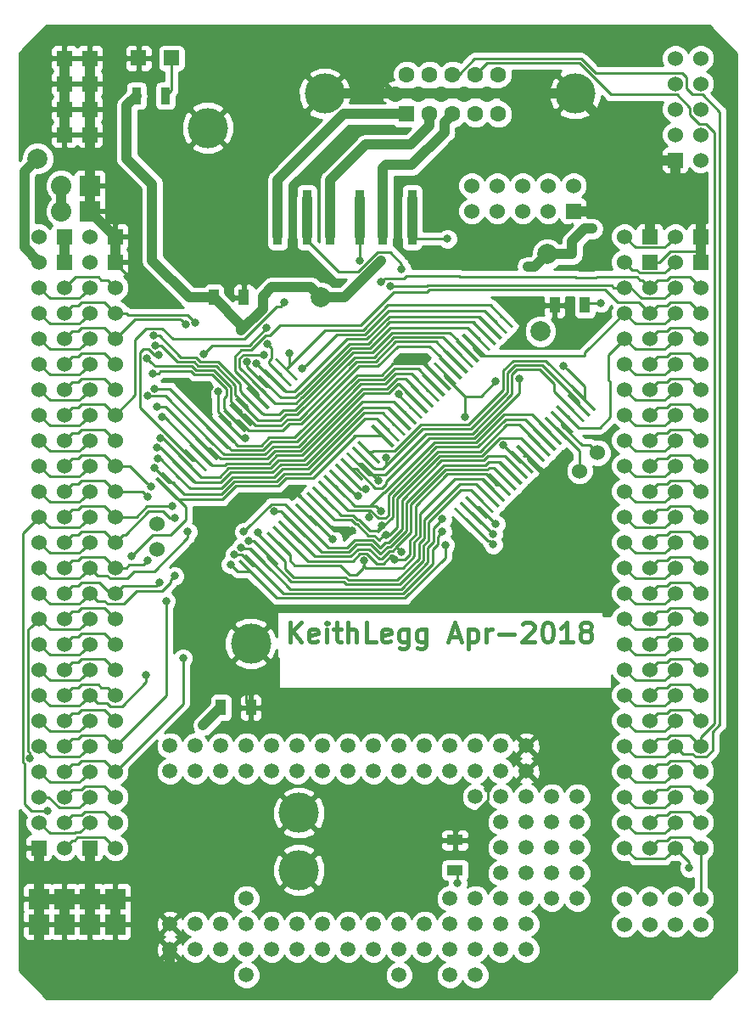
<source format=gbr>
G04 #@! TF.GenerationSoftware,KiCad,Pcbnew,5.0.0-rc2-dev-unknown-0f0d9af~63~ubuntu16.04.1*
G04 #@! TF.CreationDate,2018-03-29T12:16:37-07:00*
G04 #@! TF.ProjectId,mojoback_sram,6D6F6A6F6261636B5F7372616D2E6B69,rev?*
G04 #@! TF.SameCoordinates,Original*
G04 #@! TF.FileFunction,Copper,L1,Top,Signal*
G04 #@! TF.FilePolarity,Positive*
%FSLAX46Y46*%
G04 Gerber Fmt 4.6, Leading zero omitted, Abs format (unit mm)*
G04 Created by KiCad (PCBNEW 5.0.0-rc2-dev-unknown-0f0d9af~63~ubuntu16.04.1) date Thu Mar 29 12:16:37 2018*
%MOMM*%
%LPD*%
G01*
G04 APERTURE LIST*
%ADD10C,0.400000*%
%ADD11C,2.000000*%
%ADD12C,4.000000*%
%ADD13C,0.300000*%
%ADD14C,0.100000*%
%ADD15R,1.000000X1.600000*%
%ADD16R,1.600000X1.000000*%
%ADD17R,1.500000X1.500000*%
%ADD18R,1.524000X1.524000*%
%ADD19R,2.032000X2.032000*%
%ADD20C,1.524000*%
%ADD21C,2.032000*%
%ADD22R,0.900000X1.700000*%
%ADD23C,1.500000*%
%ADD24C,1.600000*%
%ADD25R,1.600000X1.600000*%
%ADD26C,0.800000*%
%ADD27C,0.250000*%
%ADD28C,1.000000*%
%ADD29C,0.254000*%
G04 APERTURE END LIST*
D10*
X105175000Y-97139761D02*
X105175000Y-95139761D01*
X106317857Y-97139761D02*
X105460714Y-95996904D01*
X106317857Y-95139761D02*
X105175000Y-96282619D01*
X107936904Y-97044523D02*
X107746428Y-97139761D01*
X107365476Y-97139761D01*
X107175000Y-97044523D01*
X107079761Y-96854047D01*
X107079761Y-96092142D01*
X107175000Y-95901666D01*
X107365476Y-95806428D01*
X107746428Y-95806428D01*
X107936904Y-95901666D01*
X108032142Y-96092142D01*
X108032142Y-96282619D01*
X107079761Y-96473095D01*
X108889285Y-97139761D02*
X108889285Y-95806428D01*
X108889285Y-95139761D02*
X108794047Y-95235000D01*
X108889285Y-95330238D01*
X108984523Y-95235000D01*
X108889285Y-95139761D01*
X108889285Y-95330238D01*
X109555952Y-95806428D02*
X110317857Y-95806428D01*
X109841666Y-95139761D02*
X109841666Y-96854047D01*
X109936904Y-97044523D01*
X110127380Y-97139761D01*
X110317857Y-97139761D01*
X110984523Y-97139761D02*
X110984523Y-95139761D01*
X111841666Y-97139761D02*
X111841666Y-96092142D01*
X111746428Y-95901666D01*
X111555952Y-95806428D01*
X111270238Y-95806428D01*
X111079761Y-95901666D01*
X110984523Y-95996904D01*
X113746428Y-97139761D02*
X112794047Y-97139761D01*
X112794047Y-95139761D01*
X115175000Y-97044523D02*
X114984523Y-97139761D01*
X114603571Y-97139761D01*
X114413095Y-97044523D01*
X114317857Y-96854047D01*
X114317857Y-96092142D01*
X114413095Y-95901666D01*
X114603571Y-95806428D01*
X114984523Y-95806428D01*
X115175000Y-95901666D01*
X115270238Y-96092142D01*
X115270238Y-96282619D01*
X114317857Y-96473095D01*
X116984523Y-95806428D02*
X116984523Y-97425476D01*
X116889285Y-97615952D01*
X116794047Y-97711190D01*
X116603571Y-97806428D01*
X116317857Y-97806428D01*
X116127380Y-97711190D01*
X116984523Y-97044523D02*
X116794047Y-97139761D01*
X116413095Y-97139761D01*
X116222619Y-97044523D01*
X116127380Y-96949285D01*
X116032142Y-96758809D01*
X116032142Y-96187380D01*
X116127380Y-95996904D01*
X116222619Y-95901666D01*
X116413095Y-95806428D01*
X116794047Y-95806428D01*
X116984523Y-95901666D01*
X118794047Y-95806428D02*
X118794047Y-97425476D01*
X118698809Y-97615952D01*
X118603571Y-97711190D01*
X118413095Y-97806428D01*
X118127380Y-97806428D01*
X117936904Y-97711190D01*
X118794047Y-97044523D02*
X118603571Y-97139761D01*
X118222619Y-97139761D01*
X118032142Y-97044523D01*
X117936904Y-96949285D01*
X117841666Y-96758809D01*
X117841666Y-96187380D01*
X117936904Y-95996904D01*
X118032142Y-95901666D01*
X118222619Y-95806428D01*
X118603571Y-95806428D01*
X118794047Y-95901666D01*
X121175000Y-96568333D02*
X122127380Y-96568333D01*
X120984523Y-97139761D02*
X121651190Y-95139761D01*
X122317857Y-97139761D01*
X122984523Y-95806428D02*
X122984523Y-97806428D01*
X122984523Y-95901666D02*
X123175000Y-95806428D01*
X123555952Y-95806428D01*
X123746428Y-95901666D01*
X123841666Y-95996904D01*
X123936904Y-96187380D01*
X123936904Y-96758809D01*
X123841666Y-96949285D01*
X123746428Y-97044523D01*
X123555952Y-97139761D01*
X123175000Y-97139761D01*
X122984523Y-97044523D01*
X124794047Y-97139761D02*
X124794047Y-95806428D01*
X124794047Y-96187380D02*
X124889285Y-95996904D01*
X124984523Y-95901666D01*
X125175000Y-95806428D01*
X125365476Y-95806428D01*
X126032142Y-96377857D02*
X127555952Y-96377857D01*
X128413095Y-95330238D02*
X128508333Y-95235000D01*
X128698809Y-95139761D01*
X129175000Y-95139761D01*
X129365476Y-95235000D01*
X129460714Y-95330238D01*
X129555952Y-95520714D01*
X129555952Y-95711190D01*
X129460714Y-95996904D01*
X128317857Y-97139761D01*
X129555952Y-97139761D01*
X130794047Y-95139761D02*
X130984523Y-95139761D01*
X131175000Y-95235000D01*
X131270238Y-95330238D01*
X131365476Y-95520714D01*
X131460714Y-95901666D01*
X131460714Y-96377857D01*
X131365476Y-96758809D01*
X131270238Y-96949285D01*
X131175000Y-97044523D01*
X130984523Y-97139761D01*
X130794047Y-97139761D01*
X130603571Y-97044523D01*
X130508333Y-96949285D01*
X130413095Y-96758809D01*
X130317857Y-96377857D01*
X130317857Y-95901666D01*
X130413095Y-95520714D01*
X130508333Y-95330238D01*
X130603571Y-95235000D01*
X130794047Y-95139761D01*
X133365476Y-97139761D02*
X132222619Y-97139761D01*
X132794047Y-97139761D02*
X132794047Y-95139761D01*
X132603571Y-95425476D01*
X132413095Y-95615952D01*
X132222619Y-95711190D01*
X134508333Y-95996904D02*
X134317857Y-95901666D01*
X134222619Y-95806428D01*
X134127380Y-95615952D01*
X134127380Y-95520714D01*
X134222619Y-95330238D01*
X134317857Y-95235000D01*
X134508333Y-95139761D01*
X134889285Y-95139761D01*
X135079761Y-95235000D01*
X135175000Y-95330238D01*
X135270238Y-95520714D01*
X135270238Y-95615952D01*
X135175000Y-95806428D01*
X135079761Y-95901666D01*
X134889285Y-95996904D01*
X134508333Y-95996904D01*
X134317857Y-96092142D01*
X134222619Y-96187380D01*
X134127380Y-96377857D01*
X134127380Y-96758809D01*
X134222619Y-96949285D01*
X134317857Y-97044523D01*
X134508333Y-97139761D01*
X134889285Y-97139761D01*
X135079761Y-97044523D01*
X135175000Y-96949285D01*
X135270238Y-96758809D01*
X135270238Y-96377857D01*
X135175000Y-96187380D01*
X135079761Y-96092142D01*
X134889285Y-95996904D01*
D11*
X130175000Y-66135000D03*
X108275000Y-62735000D03*
X130875000Y-58435000D03*
D12*
X96975000Y-45835000D03*
X106075000Y-119835000D03*
X106075000Y-114135000D03*
D13*
X104816301Y-69895305D03*
D14*
G36*
X103861707Y-68728579D02*
X105983027Y-70849899D01*
X105770895Y-71062031D01*
X103649575Y-68940711D01*
X103861707Y-68728579D01*
X103861707Y-68728579D01*
G37*
D13*
X104250615Y-70460990D03*
D14*
G36*
X103296021Y-69294264D02*
X105417341Y-71415584D01*
X105205209Y-71627716D01*
X103083889Y-69506396D01*
X103296021Y-69294264D01*
X103296021Y-69294264D01*
G37*
D13*
X103684930Y-71026676D03*
D14*
G36*
X102730336Y-69859950D02*
X104851656Y-71981270D01*
X104639524Y-72193402D01*
X102518204Y-70072082D01*
X102730336Y-69859950D01*
X102730336Y-69859950D01*
G37*
D13*
X103119244Y-71592361D03*
D14*
G36*
X102164650Y-70425635D02*
X104285970Y-72546955D01*
X104073838Y-72759087D01*
X101952518Y-70637767D01*
X102164650Y-70425635D01*
X102164650Y-70425635D01*
G37*
D13*
X102553559Y-72158047D03*
D14*
G36*
X101598965Y-70991321D02*
X103720285Y-73112641D01*
X103508153Y-73324773D01*
X101386833Y-71203453D01*
X101598965Y-70991321D01*
X101598965Y-70991321D01*
G37*
D13*
X101987873Y-72723732D03*
D14*
G36*
X101033279Y-71557006D02*
X103154599Y-73678326D01*
X102942467Y-73890458D01*
X100821147Y-71769138D01*
X101033279Y-71557006D01*
X101033279Y-71557006D01*
G37*
D13*
X101422188Y-73289417D03*
D14*
G36*
X100467594Y-72122691D02*
X102588914Y-74244011D01*
X102376782Y-74456143D01*
X100255462Y-72334823D01*
X100467594Y-72122691D01*
X100467594Y-72122691D01*
G37*
D13*
X100856503Y-73855103D03*
D14*
G36*
X99901909Y-72688377D02*
X102023229Y-74809697D01*
X101811097Y-75021829D01*
X99689777Y-72900509D01*
X99901909Y-72688377D01*
X99901909Y-72688377D01*
G37*
D13*
X100290817Y-74420788D03*
D14*
G36*
X99336223Y-73254062D02*
X101457543Y-75375382D01*
X101245411Y-75587514D01*
X99124091Y-73466194D01*
X99336223Y-73254062D01*
X99336223Y-73254062D01*
G37*
D13*
X99725132Y-74986474D03*
D14*
G36*
X98770538Y-73819748D02*
X100891858Y-75941068D01*
X100679726Y-76153200D01*
X98558406Y-74031880D01*
X98770538Y-73819748D01*
X98770538Y-73819748D01*
G37*
D13*
X99159446Y-75552159D03*
D14*
G36*
X98204852Y-74385433D02*
X100326172Y-76506753D01*
X100114040Y-76718885D01*
X97992720Y-74597565D01*
X98204852Y-74385433D01*
X98204852Y-74385433D01*
G37*
D13*
X98593761Y-76117845D03*
D14*
G36*
X97639167Y-74951119D02*
X99760487Y-77072439D01*
X99548355Y-77284571D01*
X97427035Y-75163251D01*
X97639167Y-74951119D01*
X97639167Y-74951119D01*
G37*
D13*
X98028076Y-76683530D03*
D14*
G36*
X97073482Y-75516804D02*
X99194802Y-77638124D01*
X98982670Y-77850256D01*
X96861350Y-75728936D01*
X97073482Y-75516804D01*
X97073482Y-75516804D01*
G37*
D13*
X97462390Y-77249215D03*
D14*
G36*
X96507796Y-76082489D02*
X98629116Y-78203809D01*
X98416984Y-78415941D01*
X96295664Y-76294621D01*
X96507796Y-76082489D01*
X96507796Y-76082489D01*
G37*
D13*
X96896705Y-77814901D03*
D14*
G36*
X95942111Y-76648175D02*
X98063431Y-78769495D01*
X97851299Y-78981627D01*
X95729979Y-76860307D01*
X95942111Y-76648175D01*
X95942111Y-76648175D01*
G37*
D13*
X96331019Y-78380586D03*
D14*
G36*
X95376425Y-77213860D02*
X97497745Y-79335180D01*
X97285613Y-79547312D01*
X95164293Y-77425992D01*
X95376425Y-77213860D01*
X95376425Y-77213860D01*
G37*
D13*
X95765334Y-78946272D03*
D14*
G36*
X94810740Y-77779546D02*
X96932060Y-79900866D01*
X96719928Y-80112998D01*
X94598608Y-77991678D01*
X94810740Y-77779546D01*
X94810740Y-77779546D01*
G37*
D13*
X95199648Y-79511957D03*
D14*
G36*
X94245054Y-78345231D02*
X96366374Y-80466551D01*
X96154242Y-80678683D01*
X94032922Y-78557363D01*
X94245054Y-78345231D01*
X94245054Y-78345231D01*
G37*
D13*
X94633963Y-80077642D03*
D14*
G36*
X93679369Y-78910916D02*
X95800689Y-81032236D01*
X95588557Y-81244368D01*
X93467237Y-79123048D01*
X93679369Y-78910916D01*
X93679369Y-78910916D01*
G37*
D13*
X94068278Y-80643328D03*
D14*
G36*
X93113684Y-79476602D02*
X95235004Y-81597922D01*
X95022872Y-81810054D01*
X92901552Y-79688734D01*
X93113684Y-79476602D01*
X93113684Y-79476602D01*
G37*
D13*
X93502592Y-81209013D03*
D14*
G36*
X92547998Y-80042287D02*
X94669318Y-82163607D01*
X94457186Y-82375739D01*
X92335866Y-80254419D01*
X92547998Y-80042287D01*
X92547998Y-80042287D01*
G37*
D13*
X92936907Y-81774699D03*
D14*
G36*
X91982313Y-80607973D02*
X94103633Y-82729293D01*
X93891501Y-82941425D01*
X91770181Y-80820105D01*
X91982313Y-80607973D01*
X91982313Y-80607973D01*
G37*
D13*
X101775741Y-89482163D03*
D14*
G36*
X100821147Y-88315437D02*
X102942467Y-90436757D01*
X102730335Y-90648889D01*
X100609015Y-88527569D01*
X100821147Y-88315437D01*
X100821147Y-88315437D01*
G37*
D13*
X105735539Y-85522365D03*
D14*
G36*
X104780945Y-84355639D02*
X106902265Y-86476959D01*
X106690133Y-86689091D01*
X104568813Y-84567771D01*
X104780945Y-84355639D01*
X104780945Y-84355639D01*
G37*
D13*
X110261023Y-80996881D03*
D14*
G36*
X109306429Y-79830155D02*
X111427749Y-81951475D01*
X111215617Y-82163607D01*
X109094297Y-80042287D01*
X109306429Y-79830155D01*
X109306429Y-79830155D01*
G37*
D13*
X104604169Y-86653736D03*
D14*
G36*
X103649575Y-85487010D02*
X105770895Y-87608330D01*
X105558763Y-87820462D01*
X103437443Y-85699142D01*
X103649575Y-85487010D01*
X103649575Y-85487010D01*
G37*
D13*
X107432596Y-83825308D03*
D14*
G36*
X106478002Y-82658582D02*
X108599322Y-84779902D01*
X108387190Y-84992034D01*
X106265870Y-82870714D01*
X106478002Y-82658582D01*
X106478002Y-82658582D01*
G37*
D13*
X102341427Y-88916477D03*
D14*
G36*
X101386833Y-87749751D02*
X103508153Y-89871071D01*
X103296021Y-90083203D01*
X101174701Y-87961883D01*
X101386833Y-87749751D01*
X101386833Y-87749751D01*
G37*
D13*
X106866910Y-84390994D03*
D14*
G36*
X105912316Y-83224268D02*
X108033636Y-85345588D01*
X107821504Y-85557720D01*
X105700184Y-83436400D01*
X105912316Y-83224268D01*
X105912316Y-83224268D01*
G37*
D13*
X101210056Y-90047848D03*
D14*
G36*
X100255462Y-88881122D02*
X102376782Y-91002442D01*
X102164650Y-91214574D01*
X100043330Y-89093254D01*
X100255462Y-88881122D01*
X100255462Y-88881122D01*
G37*
D13*
X112523765Y-78734140D03*
D14*
G36*
X111569171Y-77567414D02*
X113690491Y-79688734D01*
X113478359Y-79900866D01*
X111357039Y-77779546D01*
X111569171Y-77567414D01*
X111569171Y-77567414D01*
G37*
D13*
X105169854Y-86088050D03*
D14*
G36*
X104215260Y-84921324D02*
X106336580Y-87042644D01*
X106124448Y-87254776D01*
X104003128Y-85133456D01*
X104215260Y-84921324D01*
X104215260Y-84921324D01*
G37*
D13*
X108563967Y-82693938D03*
D14*
G36*
X107609373Y-81527212D02*
X109730693Y-83648532D01*
X109518561Y-83860664D01*
X107397241Y-81739344D01*
X107609373Y-81527212D01*
X107609373Y-81527212D01*
G37*
D13*
X104038483Y-87219421D03*
D14*
G36*
X103083889Y-86052695D02*
X105205209Y-88174015D01*
X104993077Y-88386147D01*
X102871757Y-86264827D01*
X103083889Y-86052695D01*
X103083889Y-86052695D01*
G37*
D13*
X107998281Y-83259623D03*
D14*
G36*
X107043687Y-82092897D02*
X109165007Y-84214217D01*
X108952875Y-84426349D01*
X106831555Y-82305029D01*
X107043687Y-82092897D01*
X107043687Y-82092897D01*
G37*
D13*
X111392394Y-79865510D03*
D14*
G36*
X110437800Y-78698784D02*
X112559120Y-80820104D01*
X112346988Y-81032236D01*
X110225668Y-78910916D01*
X110437800Y-78698784D01*
X110437800Y-78698784D01*
G37*
D13*
X109129652Y-82128252D03*
D14*
G36*
X108175058Y-80961526D02*
X110296378Y-83082846D01*
X110084246Y-83294978D01*
X107962926Y-81173658D01*
X108175058Y-80961526D01*
X108175058Y-80961526D01*
G37*
D13*
X106301225Y-84956679D03*
D14*
G36*
X105346631Y-83789953D02*
X107467951Y-85911273D01*
X107255819Y-86123405D01*
X105134499Y-84002085D01*
X105346631Y-83789953D01*
X105346631Y-83789953D01*
G37*
D13*
X113089450Y-78168454D03*
D14*
G36*
X112134856Y-77001728D02*
X114256176Y-79123048D01*
X114044044Y-79335180D01*
X111922724Y-77213860D01*
X112134856Y-77001728D01*
X112134856Y-77001728D01*
G37*
D13*
X111958079Y-79299825D03*
D14*
G36*
X111003485Y-78133099D02*
X113124805Y-80254419D01*
X112912673Y-80466551D01*
X110791353Y-78345231D01*
X111003485Y-78133099D01*
X111003485Y-78133099D01*
G37*
D13*
X109695337Y-81562567D03*
D14*
G36*
X108740743Y-80395841D02*
X110862063Y-82517161D01*
X110649931Y-82729293D01*
X108528611Y-80607973D01*
X108740743Y-80395841D01*
X108740743Y-80395841D01*
G37*
D13*
X103472798Y-87785106D03*
D14*
G36*
X102518204Y-86618380D02*
X104639524Y-88739700D01*
X104427392Y-88951832D01*
X102306072Y-86830512D01*
X102518204Y-86618380D01*
X102518204Y-86618380D01*
G37*
D13*
X110826708Y-80431196D03*
D14*
G36*
X109872114Y-79264470D02*
X111993434Y-81385790D01*
X111781302Y-81597922D01*
X109659982Y-79476602D01*
X109872114Y-79264470D01*
X109872114Y-79264470D01*
G37*
D13*
X102907112Y-88350792D03*
D14*
G36*
X101952518Y-87184066D02*
X104073838Y-89305386D01*
X103861706Y-89517518D01*
X101740386Y-87396198D01*
X101952518Y-87184066D01*
X101952518Y-87184066D01*
G37*
D13*
X124407111Y-83100792D03*
D14*
G36*
X123452517Y-81934066D02*
X125573837Y-84055386D01*
X125361705Y-84267518D01*
X123240385Y-82146198D01*
X123452517Y-81934066D01*
X123452517Y-81934066D01*
G37*
D13*
X132326707Y-75181196D03*
D14*
G36*
X131372113Y-74014470D02*
X133493433Y-76135790D01*
X133281301Y-76347922D01*
X131159981Y-74226602D01*
X131372113Y-74014470D01*
X131372113Y-74014470D01*
G37*
D13*
X124972797Y-82535106D03*
D14*
G36*
X124018203Y-81368380D02*
X126139523Y-83489700D01*
X125927391Y-83701832D01*
X123806071Y-81580512D01*
X124018203Y-81368380D01*
X124018203Y-81368380D01*
G37*
D13*
X131195336Y-76312567D03*
D14*
G36*
X130240742Y-75145841D02*
X132362062Y-77267161D01*
X132149930Y-77479293D01*
X130028610Y-75357973D01*
X130240742Y-75145841D01*
X130240742Y-75145841D01*
G37*
D13*
X133458078Y-74049825D03*
D14*
G36*
X132503484Y-72883099D02*
X134624804Y-75004419D01*
X134412672Y-75216551D01*
X132291352Y-73095231D01*
X132503484Y-72883099D01*
X132503484Y-72883099D01*
G37*
D13*
X134589449Y-72918454D03*
D14*
G36*
X133634855Y-71751728D02*
X135756175Y-73873048D01*
X135544043Y-74085180D01*
X133422723Y-71963860D01*
X133634855Y-71751728D01*
X133634855Y-71751728D01*
G37*
D13*
X127801224Y-79706679D03*
D14*
G36*
X126846630Y-78539953D02*
X128967950Y-80661273D01*
X128755818Y-80873405D01*
X126634498Y-78752085D01*
X126846630Y-78539953D01*
X126846630Y-78539953D01*
G37*
D13*
X130629651Y-76878252D03*
D14*
G36*
X129675057Y-75711526D02*
X131796377Y-77832846D01*
X131584245Y-78044978D01*
X129462925Y-75923658D01*
X129675057Y-75711526D01*
X129675057Y-75711526D01*
G37*
D13*
X132892393Y-74615510D03*
D14*
G36*
X131937799Y-73448784D02*
X134059119Y-75570104D01*
X133846987Y-75782236D01*
X131725667Y-73660916D01*
X131937799Y-73448784D01*
X131937799Y-73448784D01*
G37*
D13*
X129498280Y-78009623D03*
D14*
G36*
X128543686Y-76842897D02*
X130665006Y-78964217D01*
X130452874Y-79176349D01*
X128331554Y-77055029D01*
X128543686Y-76842897D01*
X128543686Y-76842897D01*
G37*
D13*
X125538482Y-81969421D03*
D14*
G36*
X124583888Y-80802695D02*
X126705208Y-82924015D01*
X126493076Y-83136147D01*
X124371756Y-81014827D01*
X124583888Y-80802695D01*
X124583888Y-80802695D01*
G37*
D13*
X130063966Y-77443938D03*
D14*
G36*
X129109372Y-76277212D02*
X131230692Y-78398532D01*
X131018560Y-78610664D01*
X128897240Y-76489344D01*
X129109372Y-76277212D01*
X129109372Y-76277212D01*
G37*
D13*
X126669853Y-80838050D03*
D14*
G36*
X125715259Y-79671324D02*
X127836579Y-81792644D01*
X127624447Y-82004776D01*
X125503127Y-79883456D01*
X125715259Y-79671324D01*
X125715259Y-79671324D01*
G37*
D13*
X134023764Y-73484140D03*
D14*
G36*
X133069170Y-72317414D02*
X135190490Y-74438734D01*
X134978358Y-74650866D01*
X132857038Y-72529546D01*
X133069170Y-72317414D01*
X133069170Y-72317414D01*
G37*
D13*
X122710055Y-84797848D03*
D14*
G36*
X121755461Y-83631122D02*
X123876781Y-85752442D01*
X123664649Y-85964574D01*
X121543329Y-83843254D01*
X121755461Y-83631122D01*
X121755461Y-83631122D01*
G37*
D13*
X128366909Y-79140994D03*
D14*
G36*
X127412315Y-77974268D02*
X129533635Y-80095588D01*
X129321503Y-80307720D01*
X127200183Y-78186400D01*
X127412315Y-77974268D01*
X127412315Y-77974268D01*
G37*
D13*
X123841426Y-83666477D03*
D14*
G36*
X122886832Y-82499751D02*
X125008152Y-84621071D01*
X124796020Y-84833203D01*
X122674700Y-82711883D01*
X122886832Y-82499751D01*
X122886832Y-82499751D01*
G37*
D13*
X128932595Y-78575308D03*
D14*
G36*
X127978001Y-77408582D02*
X130099321Y-79529902D01*
X129887189Y-79742034D01*
X127765869Y-77620714D01*
X127978001Y-77408582D01*
X127978001Y-77408582D01*
G37*
D13*
X126104168Y-81403736D03*
D14*
G36*
X125149574Y-80237010D02*
X127270894Y-82358330D01*
X127058762Y-82570462D01*
X124937442Y-80449142D01*
X125149574Y-80237010D01*
X125149574Y-80237010D01*
G37*
D13*
X131761022Y-75746881D03*
D14*
G36*
X130806428Y-74580155D02*
X132927748Y-76701475D01*
X132715616Y-76913607D01*
X130594296Y-74792287D01*
X130806428Y-74580155D01*
X130806428Y-74580155D01*
G37*
D13*
X127235538Y-80272365D03*
D14*
G36*
X126280944Y-79105639D02*
X128402264Y-81226959D01*
X128190132Y-81439091D01*
X126068812Y-79317771D01*
X126280944Y-79105639D01*
X126280944Y-79105639D01*
G37*
D13*
X123275740Y-84232163D03*
D14*
G36*
X122321146Y-83065437D02*
X124442466Y-85186757D01*
X124230334Y-85398889D01*
X122109014Y-83277569D01*
X122321146Y-83065437D01*
X122321146Y-83065437D01*
G37*
D13*
X114436906Y-76524699D03*
D14*
G36*
X113482312Y-75357973D02*
X115603632Y-77479293D01*
X115391500Y-77691425D01*
X113270180Y-75570105D01*
X113482312Y-75357973D01*
X113482312Y-75357973D01*
G37*
D13*
X115002591Y-75959013D03*
D14*
G36*
X114047997Y-74792287D02*
X116169317Y-76913607D01*
X115957185Y-77125739D01*
X113835865Y-75004419D01*
X114047997Y-74792287D01*
X114047997Y-74792287D01*
G37*
D13*
X115568277Y-75393328D03*
D14*
G36*
X114613683Y-74226602D02*
X116735003Y-76347922D01*
X116522871Y-76560054D01*
X114401551Y-74438734D01*
X114613683Y-74226602D01*
X114613683Y-74226602D01*
G37*
D13*
X116133962Y-74827642D03*
D14*
G36*
X115179368Y-73660916D02*
X117300688Y-75782236D01*
X117088556Y-75994368D01*
X114967236Y-73873048D01*
X115179368Y-73660916D01*
X115179368Y-73660916D01*
G37*
D13*
X116699647Y-74261957D03*
D14*
G36*
X115745053Y-73095231D02*
X117866373Y-75216551D01*
X117654241Y-75428683D01*
X115532921Y-73307363D01*
X115745053Y-73095231D01*
X115745053Y-73095231D01*
G37*
D13*
X117265333Y-73696272D03*
D14*
G36*
X116310739Y-72529546D02*
X118432059Y-74650866D01*
X118219927Y-74862998D01*
X116098607Y-72741678D01*
X116310739Y-72529546D01*
X116310739Y-72529546D01*
G37*
D13*
X117831018Y-73130586D03*
D14*
G36*
X116876424Y-71963860D02*
X118997744Y-74085180D01*
X118785612Y-74297312D01*
X116664292Y-72175992D01*
X116876424Y-71963860D01*
X116876424Y-71963860D01*
G37*
D13*
X118396704Y-72564901D03*
D14*
G36*
X117442110Y-71398175D02*
X119563430Y-73519495D01*
X119351298Y-73731627D01*
X117229978Y-71610307D01*
X117442110Y-71398175D01*
X117442110Y-71398175D01*
G37*
D13*
X118962389Y-71999215D03*
D14*
G36*
X118007795Y-70832489D02*
X120129115Y-72953809D01*
X119916983Y-73165941D01*
X117795663Y-71044621D01*
X118007795Y-70832489D01*
X118007795Y-70832489D01*
G37*
D13*
X119528075Y-71433530D03*
D14*
G36*
X118573481Y-70266804D02*
X120694801Y-72388124D01*
X120482669Y-72600256D01*
X118361349Y-70478936D01*
X118573481Y-70266804D01*
X118573481Y-70266804D01*
G37*
D13*
X120093760Y-70867845D03*
D14*
G36*
X119139166Y-69701119D02*
X121260486Y-71822439D01*
X121048354Y-72034571D01*
X118927034Y-69913251D01*
X119139166Y-69701119D01*
X119139166Y-69701119D01*
G37*
D13*
X120659445Y-70302159D03*
D14*
G36*
X119704851Y-69135433D02*
X121826171Y-71256753D01*
X121614039Y-71468885D01*
X119492719Y-69347565D01*
X119704851Y-69135433D01*
X119704851Y-69135433D01*
G37*
D13*
X121225131Y-69736474D03*
D14*
G36*
X120270537Y-68569748D02*
X122391857Y-70691068D01*
X122179725Y-70903200D01*
X120058405Y-68781880D01*
X120270537Y-68569748D01*
X120270537Y-68569748D01*
G37*
D13*
X121790816Y-69170788D03*
D14*
G36*
X120836222Y-68004062D02*
X122957542Y-70125382D01*
X122745410Y-70337514D01*
X120624090Y-68216194D01*
X120836222Y-68004062D01*
X120836222Y-68004062D01*
G37*
D13*
X122356502Y-68605103D03*
D14*
G36*
X121401908Y-67438377D02*
X123523228Y-69559697D01*
X123311096Y-69771829D01*
X121189776Y-67650509D01*
X121401908Y-67438377D01*
X121401908Y-67438377D01*
G37*
D13*
X122922187Y-68039417D03*
D14*
G36*
X121967593Y-66872691D02*
X124088913Y-68994011D01*
X123876781Y-69206143D01*
X121755461Y-67084823D01*
X121967593Y-66872691D01*
X121967593Y-66872691D01*
G37*
D13*
X123487872Y-67473732D03*
D14*
G36*
X122533278Y-66307006D02*
X124654598Y-68428326D01*
X124442466Y-68640458D01*
X122321146Y-66519138D01*
X122533278Y-66307006D01*
X122533278Y-66307006D01*
G37*
D13*
X124053558Y-66908047D03*
D14*
G36*
X123098964Y-65741321D02*
X125220284Y-67862641D01*
X125008152Y-68074773D01*
X122886832Y-65953453D01*
X123098964Y-65741321D01*
X123098964Y-65741321D01*
G37*
D13*
X124619243Y-66342361D03*
D14*
G36*
X123664649Y-65175635D02*
X125785969Y-67296955D01*
X125573837Y-67509087D01*
X123452517Y-65387767D01*
X123664649Y-65175635D01*
X123664649Y-65175635D01*
G37*
D13*
X125184929Y-65776676D03*
D14*
G36*
X124230335Y-64609950D02*
X126351655Y-66731270D01*
X126139523Y-66943402D01*
X124018203Y-64822082D01*
X124230335Y-64609950D01*
X124230335Y-64609950D01*
G37*
D13*
X125750614Y-65210990D03*
D14*
G36*
X124796020Y-64044264D02*
X126917340Y-66165584D01*
X126705208Y-66377716D01*
X124583888Y-64256396D01*
X124796020Y-64044264D01*
X124796020Y-64044264D01*
G37*
D13*
X126316300Y-64645305D03*
D14*
G36*
X125361706Y-63478579D02*
X127483026Y-65599899D01*
X127270894Y-65812031D01*
X125149574Y-63690711D01*
X125361706Y-63478579D01*
X125361706Y-63478579D01*
G37*
D15*
X101295000Y-103649000D03*
X98295000Y-103649000D03*
X134617000Y-63517000D03*
X131617000Y-63517000D03*
X97581000Y-62755000D03*
X100581000Y-62755000D03*
D16*
X121663000Y-116857000D03*
X121663000Y-119857000D03*
D17*
X90075000Y-38885000D03*
X93375000Y-38885000D03*
D18*
X85223500Y-38900001D03*
X82683500Y-38900001D03*
X82683500Y-41440001D03*
X85223500Y-41440001D03*
X85223500Y-43980001D03*
X82683500Y-43980001D03*
X82683500Y-46520001D03*
X85223500Y-46520001D03*
D19*
X80143500Y-122720001D03*
X85223500Y-122720001D03*
X82683500Y-122720001D03*
X85223500Y-125260001D03*
X82683500Y-125260001D03*
X80143500Y-125260001D03*
X87763500Y-125260001D03*
X87763500Y-122720001D03*
D20*
X143643500Y-46520001D03*
X146183500Y-46520001D03*
X146183500Y-49060001D03*
X143643500Y-38900001D03*
X143643500Y-41440001D03*
X143643500Y-43980001D03*
D18*
X143643500Y-49060001D03*
D20*
X146183500Y-38900001D03*
X146183500Y-41440001D03*
X146183500Y-43980001D03*
X123323500Y-51600001D03*
X125863500Y-51600001D03*
X128403500Y-51600001D03*
X130943500Y-51600001D03*
X133483500Y-51600001D03*
X123323500Y-54140001D03*
X125863500Y-54140001D03*
X128403500Y-54140001D03*
X130943500Y-54140001D03*
D18*
X133483500Y-54140001D03*
D20*
X146183500Y-110020001D03*
X146183500Y-92240001D03*
X146183500Y-64300001D03*
X146183500Y-66840001D03*
X146183500Y-87160001D03*
X146183500Y-84620001D03*
X146183500Y-71920001D03*
X143643500Y-117640001D03*
X146183500Y-115100001D03*
D18*
X146183500Y-59220001D03*
D20*
X146183500Y-61760001D03*
X146183500Y-69380001D03*
D18*
X146183500Y-56680001D03*
D20*
X146183500Y-74460001D03*
X146183500Y-97320001D03*
X146183500Y-107480001D03*
X146183500Y-79540001D03*
X143643500Y-102400001D03*
X143643500Y-74460001D03*
X146183500Y-102400001D03*
X146183500Y-94780001D03*
X146183500Y-82080001D03*
X143643500Y-56680001D03*
X146183500Y-112560001D03*
X143643500Y-82080001D03*
X143643500Y-110020001D03*
X146183500Y-77000001D03*
X143643500Y-61760001D03*
X146183500Y-99860001D03*
X143643500Y-99860001D03*
X146183500Y-89700001D03*
X143643500Y-112560001D03*
X143643500Y-107480001D03*
X143643500Y-97320001D03*
X143643500Y-92240001D03*
X143643500Y-77000001D03*
X143643500Y-104940001D03*
X143643500Y-69380001D03*
X146183500Y-104940001D03*
X143643500Y-64300001D03*
X143643500Y-66840001D03*
X143643500Y-59220001D03*
X146183500Y-117640001D03*
X143643500Y-79540001D03*
X143643500Y-84620001D03*
X143643500Y-94780001D03*
X143643500Y-71920001D03*
X143643500Y-87160001D03*
X143643500Y-115100001D03*
X143643500Y-89700001D03*
X82683500Y-112560001D03*
X80143500Y-56680001D03*
X80143500Y-69380001D03*
X80143500Y-66840001D03*
X80143500Y-71920001D03*
X80143500Y-115100001D03*
X82683500Y-115100001D03*
X82683500Y-64300001D03*
X80143500Y-99860001D03*
X80143500Y-102400001D03*
X80143500Y-104940001D03*
X80143500Y-92240001D03*
X80143500Y-87160001D03*
X80143500Y-89700001D03*
X82683500Y-104940001D03*
X80143500Y-74460001D03*
X80143500Y-77000001D03*
X80143500Y-79540001D03*
D18*
X80143500Y-117640001D03*
D20*
X80143500Y-64300001D03*
X82683500Y-117640001D03*
D18*
X82683500Y-56680001D03*
D20*
X82683500Y-74460001D03*
X82683500Y-110020001D03*
X82683500Y-107480001D03*
X80143500Y-59220001D03*
X80143500Y-61760001D03*
X82683500Y-99860001D03*
X82683500Y-89700001D03*
X80143500Y-82080001D03*
X80143500Y-84620001D03*
X80143500Y-94780001D03*
X80143500Y-97320001D03*
X80143500Y-107480001D03*
X82683500Y-87160001D03*
X82683500Y-71920001D03*
X82683500Y-84620001D03*
X80143500Y-110020001D03*
X80143500Y-112560001D03*
X82683500Y-66840001D03*
X82683500Y-82080001D03*
X82683500Y-94780001D03*
X82683500Y-102400001D03*
X82683500Y-77000001D03*
D18*
X82683500Y-59220001D03*
D20*
X82683500Y-61760001D03*
X82683500Y-69380001D03*
X82683500Y-97320001D03*
X82683500Y-92240001D03*
X82683500Y-79540001D03*
D18*
X141103500Y-56680001D03*
X141103500Y-59220001D03*
D20*
X141103500Y-61760001D03*
X141103500Y-64300001D03*
X141103500Y-66840001D03*
X141103500Y-69380001D03*
X141103500Y-71920001D03*
X141103500Y-74460001D03*
X141103500Y-77000001D03*
X141103500Y-79540001D03*
X141103500Y-82080001D03*
X141103500Y-84620001D03*
X141103500Y-87160001D03*
X141103500Y-89700001D03*
X141103500Y-92240001D03*
X141103500Y-94780001D03*
X141103500Y-97320001D03*
X141103500Y-99860001D03*
X141103500Y-102400001D03*
X141103500Y-104940001D03*
X141103500Y-107480001D03*
X141103500Y-110020001D03*
X141103500Y-112560001D03*
X141103500Y-115100001D03*
X141103500Y-117640001D03*
X138563500Y-117640001D03*
X138563500Y-115100001D03*
X138563500Y-112560001D03*
X138563500Y-110020001D03*
X138563500Y-107480001D03*
X138563500Y-104940001D03*
X138563500Y-102400001D03*
X138563500Y-99860001D03*
X138563500Y-97320001D03*
X138563500Y-94780001D03*
X138563500Y-92240001D03*
X138563500Y-89700001D03*
X138563500Y-87160001D03*
X138563500Y-84620001D03*
X138563500Y-82080001D03*
X138563500Y-79540001D03*
X138563500Y-77000001D03*
X138563500Y-74460001D03*
X138563500Y-71920001D03*
X138563500Y-69380001D03*
X138563500Y-66840001D03*
X138563500Y-64300001D03*
X138563500Y-61760001D03*
X138563500Y-59220001D03*
X138563500Y-56680001D03*
D18*
X87763500Y-56680001D03*
X87763500Y-59220001D03*
D20*
X87763500Y-61760001D03*
X87763500Y-64300001D03*
X87763500Y-66840001D03*
X87763500Y-69380001D03*
X87763500Y-71920001D03*
X87763500Y-74460001D03*
X87763500Y-77000001D03*
X87763500Y-79540001D03*
X87763500Y-82080001D03*
X87763500Y-84620001D03*
X87763500Y-87160001D03*
X87763500Y-89700001D03*
X87763500Y-92240001D03*
X87763500Y-94780001D03*
X87763500Y-97320001D03*
X87763500Y-99860001D03*
X87763500Y-102400001D03*
X87763500Y-104940001D03*
X87763500Y-107480001D03*
X87763500Y-110020001D03*
X87763500Y-112560001D03*
X87763500Y-115100001D03*
X87763500Y-117640001D03*
D18*
X85223500Y-117640001D03*
D20*
X85223500Y-115100001D03*
X85223500Y-112560001D03*
X85223500Y-110020001D03*
X85223500Y-107480001D03*
X85223500Y-104940001D03*
X85223500Y-102400001D03*
X85223500Y-99860001D03*
X85223500Y-97320001D03*
X85223500Y-94780001D03*
X85223500Y-92240001D03*
X85223500Y-89700001D03*
X85223500Y-87160001D03*
X85223500Y-84620001D03*
X85223500Y-82080001D03*
X85223500Y-79540001D03*
X85223500Y-77000001D03*
X85223500Y-74460001D03*
X85223500Y-71920001D03*
X85223500Y-69380001D03*
X85223500Y-66840001D03*
X85223500Y-64300001D03*
X85223500Y-61760001D03*
X85223500Y-59220001D03*
X85223500Y-56680001D03*
D21*
X82368943Y-51600001D03*
D19*
X85223500Y-54140001D03*
D21*
X82368943Y-54140001D03*
D19*
X85223500Y-51600001D03*
D20*
X138563500Y-122720001D03*
X138563500Y-125260001D03*
X141103500Y-122720001D03*
X141103500Y-125260001D03*
X143643500Y-122720001D03*
X143643500Y-125260001D03*
X146183500Y-122720001D03*
X146183500Y-125260001D03*
D22*
X89875000Y-42635000D03*
X92775000Y-42635000D03*
X103975000Y-52885000D03*
X106875000Y-52885000D03*
X106875000Y-56635000D03*
X103975000Y-56635000D03*
X109225000Y-56635000D03*
X112125000Y-56635000D03*
X112125000Y-52885000D03*
X109225000Y-52885000D03*
X114475000Y-56635000D03*
X117375000Y-56635000D03*
X117375000Y-52885000D03*
X114475000Y-52885000D03*
D20*
X134090949Y-80045051D03*
X135887000Y-78249000D03*
D23*
X100835000Y-130319000D03*
X116075000Y-130319000D03*
X121155000Y-130319000D03*
X123695000Y-130319000D03*
X131315000Y-120159000D03*
X131315000Y-112539000D03*
X133855000Y-115079000D03*
X133855000Y-120159000D03*
X131315000Y-122699000D03*
X131315000Y-117619000D03*
X131315000Y-115079000D03*
X133855000Y-117619000D03*
X133855000Y-112539000D03*
X133855000Y-122699000D03*
X123695000Y-127779000D03*
X121155000Y-127779000D03*
X116075000Y-127779000D03*
X100835000Y-127779000D03*
X118615000Y-127779000D03*
X128775000Y-127779000D03*
X98295000Y-127779000D03*
X110995000Y-127779000D03*
X105915000Y-127779000D03*
X93215000Y-127779000D03*
X126235000Y-127779000D03*
X95755000Y-127779000D03*
X108455000Y-127779000D03*
X103375000Y-127779000D03*
X113535000Y-127779000D03*
X116075000Y-107459000D03*
X100835000Y-107459000D03*
X118615000Y-107459000D03*
X128775000Y-107459000D03*
X98295000Y-107459000D03*
X110995000Y-107459000D03*
X105915000Y-107459000D03*
X93215000Y-107459000D03*
X126235000Y-107459000D03*
X95755000Y-107459000D03*
X108455000Y-107459000D03*
X103375000Y-107459000D03*
X113535000Y-107459000D03*
X121155000Y-107459000D03*
X123695000Y-107459000D03*
X128775000Y-125239000D03*
X128775000Y-122699000D03*
X128775000Y-120159000D03*
X128775000Y-117619000D03*
X128775000Y-115079000D03*
X128775000Y-112539000D03*
X128775000Y-109999000D03*
X126235000Y-122699000D03*
X126235000Y-112539000D03*
X126235000Y-117619000D03*
X126235000Y-125239000D03*
X126235000Y-115079000D03*
X126235000Y-109999000D03*
X126235000Y-120159000D03*
X123695000Y-125239000D03*
X123695000Y-122699000D03*
X123695000Y-112539000D03*
X123695000Y-109999000D03*
X121155000Y-122699000D03*
X121155000Y-125239000D03*
X121155000Y-109999000D03*
X118615000Y-109999000D03*
X116075000Y-109999000D03*
X113535000Y-109999000D03*
X110995000Y-109999000D03*
X108455000Y-109999000D03*
X105915000Y-109999000D03*
X103375000Y-109999000D03*
X100835000Y-109999000D03*
X98295000Y-109999000D03*
X95755000Y-109999000D03*
X93215000Y-109999000D03*
X118615000Y-125239000D03*
X103375000Y-125239000D03*
X100835000Y-125239000D03*
X98295000Y-125239000D03*
X108455000Y-125239000D03*
X113535000Y-125239000D03*
X105915000Y-125239000D03*
X95755000Y-125239000D03*
X116075000Y-125239000D03*
X110995000Y-125239000D03*
X100835000Y-122699000D03*
X93215000Y-125239000D03*
D12*
X108648000Y-42417000D03*
X133648000Y-42417000D03*
D24*
X125993000Y-40507000D03*
X123703000Y-40507000D03*
X121413000Y-40507000D03*
X119123000Y-40507000D03*
X116833000Y-40507000D03*
X124848000Y-42487000D03*
X122558000Y-42487000D03*
X120268000Y-42487000D03*
X117978000Y-42487000D03*
X115688000Y-42487000D03*
X125993000Y-44467000D03*
X123703000Y-44467000D03*
X121413000Y-44467000D03*
X119123000Y-44467000D03*
D25*
X116833000Y-44467000D03*
D20*
X91945000Y-85361000D03*
X91945000Y-87901000D03*
D12*
X101275000Y-97265000D03*
D11*
X80010000Y-48895000D03*
D26*
X128905000Y-59690000D03*
X88900000Y-48895000D03*
X114300000Y-59055000D03*
X136175000Y-63335000D03*
X121917000Y-121175000D03*
X109471000Y-86885000D03*
X96517000Y-105427000D03*
X135379000Y-55897000D03*
X100740558Y-76775891D03*
X125727000Y-71137000D03*
X98036665Y-72148015D03*
X126489000Y-77487000D03*
X122679000Y-74693000D03*
X100327000Y-66057000D03*
X100835000Y-101871000D03*
X124965000Y-111777000D03*
X111410396Y-85995577D03*
X97138873Y-71707567D03*
X91437000Y-63009000D03*
X134871000Y-82059000D03*
X90970555Y-72587020D03*
X100322208Y-87660273D03*
X90949101Y-88974991D03*
X93675000Y-90535000D03*
X105153000Y-68343000D03*
X104645000Y-63263000D03*
X96558809Y-68394128D03*
X102928647Y-67403083D03*
X102867000Y-65803000D03*
X106423000Y-69867000D03*
X101851000Y-69359000D03*
X100870073Y-69164565D03*
X94760902Y-65444695D03*
X102604016Y-68492393D03*
X95750340Y-65299660D03*
X91592109Y-66550054D03*
X91755368Y-67536649D03*
X90929001Y-68806450D03*
X91490319Y-70338010D03*
X91691000Y-71862010D03*
X91946209Y-73678209D03*
X92453000Y-74693000D03*
X92261231Y-76792305D03*
X91945000Y-77741000D03*
X120673103Y-87416421D03*
X92851169Y-93024507D03*
X99252865Y-89366865D03*
X125473000Y-87393000D03*
X92142260Y-91134119D03*
X99615518Y-88367813D03*
X125473000Y-86377000D03*
X120393000Y-86123000D03*
X125727000Y-85361000D03*
X120393000Y-84853000D03*
X101062009Y-86987430D03*
X93723731Y-84720592D03*
X102031012Y-86169706D03*
X93469000Y-83583000D03*
X94515442Y-98699924D03*
X112538332Y-89008297D03*
X115603990Y-88912340D03*
X81019775Y-113939726D03*
X116329000Y-88155000D03*
X94993000Y-86123000D03*
X103629000Y-84091000D03*
X100580992Y-86110705D03*
X114768876Y-86393101D03*
X79245000Y-108729000D03*
X114323211Y-85497888D03*
X113072409Y-84650712D03*
X114277360Y-84047876D03*
X90859728Y-100441979D03*
X92007231Y-78824305D03*
X91691000Y-79773000D03*
X89405000Y-88524980D03*
X91024143Y-82662143D03*
X114043000Y-81043000D03*
X91340458Y-81638223D03*
X114805000Y-78757000D03*
X132516135Y-69544135D03*
X145031000Y-119651000D03*
X115222875Y-61608864D03*
X116026743Y-72358742D03*
X92053087Y-68491315D03*
X114297000Y-61231000D03*
X120901000Y-56913000D03*
X116329000Y-59961000D03*
X112114470Y-59048470D03*
X128077034Y-70883000D03*
X112011000Y-82567000D03*
X112732540Y-81874610D03*
D27*
X80143500Y-61760001D02*
X81230501Y-62847002D01*
X81230501Y-62847002D02*
X84136499Y-62847002D01*
X84136499Y-62847002D02*
X84461501Y-62522000D01*
X84461501Y-62522000D02*
X85223500Y-61760001D01*
D28*
X80143500Y-59220001D02*
X78681499Y-57758000D01*
X78681499Y-57758000D02*
X78681499Y-50223501D01*
X78681499Y-50223501D02*
X80010000Y-48895000D01*
X128905000Y-59690000D02*
X129620000Y-59690000D01*
X129620000Y-59690000D02*
X130875000Y-58435000D01*
X88900000Y-48895000D02*
X88900000Y-43610000D01*
X88900000Y-43610000D02*
X89875000Y-42635000D01*
X91440000Y-59055000D02*
X91440000Y-51435000D01*
X91440000Y-51435000D02*
X88900000Y-48895000D01*
X95140000Y-62755000D02*
X91440000Y-59055000D01*
X97581000Y-62755000D02*
X95140000Y-62755000D01*
X100327000Y-66057000D02*
X100327000Y-65501000D01*
X100327000Y-65501000D02*
X97581000Y-62755000D01*
X110620000Y-62735000D02*
X114300000Y-59055000D01*
X108275000Y-62735000D02*
X110620000Y-62735000D01*
X103374999Y-61735001D02*
X107275001Y-61735001D01*
X102475000Y-63909000D02*
X102475000Y-62635000D01*
X102475000Y-62635000D02*
X103374999Y-61735001D01*
X100327000Y-66057000D02*
X102475000Y-63909000D01*
X107275001Y-61735001D02*
X108275000Y-62735000D01*
X133347000Y-58435000D02*
X133347000Y-57167000D01*
X130875000Y-58435000D02*
X133347000Y-58435000D01*
D27*
X136175000Y-63335000D02*
X134799000Y-63335000D01*
X134799000Y-63335000D02*
X134617000Y-63517000D01*
X121917000Y-121175000D02*
X121917000Y-120111000D01*
X121917000Y-120111000D02*
X121663000Y-119857000D01*
X109471000Y-86885000D02*
X107185000Y-84599000D01*
D28*
X96517000Y-105427000D02*
X98295000Y-103649000D01*
X133347000Y-57167000D02*
X134617000Y-55897000D01*
X134617000Y-55897000D02*
X135379000Y-55897000D01*
D27*
X99159446Y-75552159D02*
X100383178Y-76775891D01*
X100383178Y-76775891D02*
X100740558Y-76775891D01*
X124230154Y-72633846D02*
X125727000Y-71137000D01*
X122679000Y-72633846D02*
X124230154Y-72633846D01*
X98036665Y-74117246D02*
X98036665Y-72713700D01*
X98036665Y-72713700D02*
X98036665Y-72148015D01*
X99159446Y-75240027D02*
X98036665Y-74117246D01*
X99159446Y-75552159D02*
X99159446Y-75240027D01*
X126489000Y-77487000D02*
X128142994Y-79140994D01*
X128142994Y-79140994D02*
X128366909Y-79140994D01*
X122679000Y-72633846D02*
X122679000Y-74693000D01*
X120659445Y-70302159D02*
X120659445Y-70614291D01*
X120659445Y-70614291D02*
X122679000Y-72633846D01*
D28*
X82368943Y-54140001D02*
X82368943Y-51600001D01*
D27*
X140081499Y-60307002D02*
X142556499Y-60307002D01*
X138563500Y-59220001D02*
X139325499Y-59982000D01*
X139325499Y-59982000D02*
X139756497Y-59982000D01*
X142556499Y-60307002D02*
X142881501Y-59982000D01*
X139756497Y-59982000D02*
X140081499Y-60307002D01*
X142881501Y-59982000D02*
X143643500Y-59220001D01*
D28*
X81975000Y-131835000D02*
X80143500Y-130003500D01*
X80143500Y-130003500D02*
X80143500Y-125260001D01*
X92475000Y-131835000D02*
X81975000Y-131835000D01*
X93215000Y-131095000D02*
X92475000Y-131835000D01*
X93215000Y-127779000D02*
X93215000Y-131095000D01*
D27*
X100835000Y-101871000D02*
X100835000Y-103189000D01*
X100835000Y-103189000D02*
X101295000Y-103649000D01*
X121663000Y-116857000D02*
X121663000Y-116107000D01*
X121663000Y-116107000D02*
X124965000Y-112805000D01*
X124965000Y-112805000D02*
X124965000Y-111777000D01*
X110844711Y-85995577D02*
X111410396Y-85995577D01*
X109602865Y-85995577D02*
X110844711Y-85995577D01*
X107432596Y-83825308D02*
X109602865Y-85995577D01*
X111872769Y-70499121D02*
X114315400Y-70499121D01*
X118962390Y-69736475D02*
X120093760Y-70867845D01*
X103129798Y-76702092D02*
X105669798Y-76702092D01*
X114315400Y-70499121D02*
X115455520Y-69359000D01*
X105669798Y-76702092D02*
X111872769Y-70499121D01*
X102330989Y-77500901D02*
X103129798Y-76702092D01*
X115455520Y-69359000D02*
X118584915Y-69359000D01*
X99976817Y-77500901D02*
X102330989Y-77500901D01*
X98593761Y-76117845D02*
X99976817Y-77500901D01*
X118584915Y-69359000D02*
X118962390Y-69736475D01*
X97138873Y-74662957D02*
X97138873Y-72273252D01*
X98593761Y-76117845D02*
X97138873Y-74662957D01*
X97138873Y-72273252D02*
X97138873Y-71707567D01*
X91437000Y-63009000D02*
X87763500Y-59335500D01*
X87763500Y-59335500D02*
X87763500Y-59220001D01*
X90075000Y-38885000D02*
X85238501Y-38885000D01*
X85238501Y-38885000D02*
X85223500Y-38900001D01*
X128932595Y-78575308D02*
X128472989Y-78575308D01*
X134871000Y-82059000D02*
X134871000Y-82821000D01*
X134871000Y-82821000D02*
X135887000Y-83837000D01*
X131541845Y-80507845D02*
X134871000Y-83837000D01*
X134871000Y-83837000D02*
X135887000Y-83837000D01*
X130553000Y-80507845D02*
X131541845Y-80507845D01*
D28*
X108648000Y-42417000D02*
X133648000Y-42417000D01*
X143643500Y-49060001D02*
X140291001Y-49060001D01*
X140291001Y-49060001D02*
X133648000Y-42417000D01*
X133483500Y-54140001D02*
X140325500Y-54140001D01*
X140325500Y-54140001D02*
X141103500Y-54918001D01*
X143761000Y-54627000D02*
X145892499Y-54627000D01*
X141394501Y-54627000D02*
X143761000Y-54627000D01*
X143643500Y-49060001D02*
X143643500Y-50822001D01*
X143643500Y-50822001D02*
X143761000Y-50939501D01*
X143761000Y-50939501D02*
X143761000Y-54627000D01*
X146183500Y-59220001D02*
X146183500Y-56680001D01*
D27*
X146183500Y-58208001D02*
X146183500Y-59220001D01*
X146108499Y-58133000D02*
X146183500Y-58208001D01*
X143121739Y-58133000D02*
X146108499Y-58133000D01*
X142034738Y-59220001D02*
X143121739Y-58133000D01*
X141103500Y-59220001D02*
X142034738Y-59220001D01*
D28*
X145892499Y-54627000D02*
X146183500Y-54918001D01*
X146183500Y-54918001D02*
X146183500Y-56680001D01*
X141103500Y-56680001D02*
X141103500Y-54918001D01*
X141103500Y-54918001D02*
X141394501Y-54627000D01*
X85223500Y-51600001D02*
X85223500Y-46520001D01*
X82683500Y-38900001D02*
X82683500Y-41440001D01*
X82683500Y-43980001D02*
X82683500Y-41440001D01*
X82683500Y-46520001D02*
X82683500Y-43980001D01*
X85223500Y-41440001D02*
X85223500Y-38900001D01*
X85223500Y-43980001D02*
X85223500Y-41440001D01*
X85223500Y-46520001D02*
X85223500Y-43980001D01*
X87763500Y-56680001D02*
X85223500Y-54140001D01*
X82683500Y-59220001D02*
X82683500Y-56680001D01*
X87763500Y-59220001D02*
X87763500Y-56680001D01*
X85223500Y-54140001D02*
X85223500Y-51600001D01*
X85223500Y-117640001D02*
X85223500Y-122720001D01*
X80143500Y-122720001D02*
X80143500Y-117640001D01*
X80143500Y-122720001D02*
X82683500Y-122720001D01*
X85223500Y-122720001D02*
X82683500Y-122720001D01*
X87763500Y-122720001D02*
X85223500Y-122720001D01*
X80143500Y-125260001D02*
X80143500Y-122720001D01*
X82683500Y-125260001D02*
X82683500Y-122720001D01*
X85223500Y-125260001D02*
X85223500Y-122720001D01*
X87763500Y-125260001D02*
X87763500Y-122720001D01*
D27*
X128932595Y-78575308D02*
X128932595Y-78887440D01*
X128932595Y-78887440D02*
X130553000Y-80507845D01*
X146183500Y-122720001D02*
X146183500Y-117640001D01*
X141103500Y-117640001D02*
X141865499Y-116878002D01*
X141865499Y-116878002D02*
X142796737Y-116878002D01*
X142796737Y-116878002D02*
X143121739Y-116553000D01*
X143121739Y-116553000D02*
X145096499Y-116553000D01*
X145421501Y-116878002D02*
X146183500Y-117640001D01*
X145096499Y-116553000D02*
X145421501Y-116878002D01*
X141103500Y-115100001D02*
X141865499Y-114338002D01*
X141865499Y-114338002D02*
X142796737Y-114338002D01*
X142796737Y-114338002D02*
X143121739Y-114013000D01*
X143121739Y-114013000D02*
X145096499Y-114013000D01*
X145096499Y-114013000D02*
X145421501Y-114338002D01*
X145421501Y-114338002D02*
X146183500Y-115100001D01*
X141103500Y-112560001D02*
X141865499Y-111798002D01*
X141865499Y-111798002D02*
X142796737Y-111798002D01*
X142796737Y-111798002D02*
X143121739Y-111473000D01*
X143121739Y-111473000D02*
X145096499Y-111473000D01*
X145096499Y-111473000D02*
X145421501Y-111798002D01*
X145421501Y-111798002D02*
X146183500Y-112560001D01*
X80143500Y-64300001D02*
X81230501Y-65387002D01*
X81230501Y-65387002D02*
X84136499Y-65387002D01*
X84136499Y-65387002D02*
X84461501Y-65062000D01*
X84461501Y-65062000D02*
X85223500Y-64300001D01*
X80143500Y-66840001D02*
X81230501Y-67927002D01*
X84461501Y-67602000D02*
X85223500Y-66840001D01*
X81230501Y-67927002D02*
X84136499Y-67927002D01*
X84136499Y-67927002D02*
X84461501Y-67602000D01*
X80143500Y-69380001D02*
X81230501Y-70467002D01*
X81230501Y-70467002D02*
X84136499Y-70467002D01*
X84461501Y-70142000D02*
X85223500Y-69380001D01*
X84136499Y-70467002D02*
X84461501Y-70142000D01*
X80143500Y-71920001D02*
X81230501Y-73007002D01*
X81230501Y-73007002D02*
X84136499Y-73007002D01*
X84136499Y-73007002D02*
X84461501Y-72682000D01*
X84461501Y-72682000D02*
X85223500Y-71920001D01*
X80143500Y-74460001D02*
X81230501Y-75547002D01*
X84136499Y-75547002D02*
X84461501Y-75222000D01*
X81230501Y-75547002D02*
X84136499Y-75547002D01*
X84461501Y-75222000D02*
X85223500Y-74460001D01*
X80143500Y-77000001D02*
X81230501Y-78087002D01*
X81230501Y-78087002D02*
X84136499Y-78087002D01*
X84136499Y-78087002D02*
X84461501Y-77762000D01*
X84461501Y-77762000D02*
X85223500Y-77000001D01*
X91536240Y-72587020D02*
X90970555Y-72587020D01*
X97462390Y-77249215D02*
X92800195Y-72587020D01*
X92800195Y-72587020D02*
X91536240Y-72587020D01*
X80143500Y-79540001D02*
X81230501Y-80627002D01*
X84136499Y-80627002D02*
X84461501Y-80302000D01*
X81230501Y-80627002D02*
X84136499Y-80627002D01*
X84461501Y-80302000D02*
X85223500Y-79540001D01*
X80143500Y-82080001D02*
X81230501Y-83167002D01*
X84136499Y-83167002D02*
X84461501Y-82842000D01*
X81230501Y-83167002D02*
X84136499Y-83167002D01*
X84461501Y-82842000D02*
X85223500Y-82080001D01*
X87763500Y-107480001D02*
X92851169Y-102392332D01*
X92851169Y-102392332D02*
X92851169Y-93024507D01*
X87763500Y-92240001D02*
X88525499Y-91478002D01*
X88525499Y-91478002D02*
X91798377Y-91478002D01*
X91798377Y-91478002D02*
X92142260Y-91134119D01*
X90549102Y-89374990D02*
X90949101Y-88974991D01*
X88841130Y-89700001D02*
X89166141Y-89374990D01*
X87763500Y-89700001D02*
X88841130Y-89700001D01*
X89166141Y-89374990D02*
X90549102Y-89374990D01*
X101210057Y-87785107D02*
X100447042Y-87785107D01*
X102341427Y-88916477D02*
X101210057Y-87785107D01*
X100447042Y-87785107D02*
X100322208Y-87660273D01*
X78737000Y-109294002D02*
X78519999Y-109077001D01*
X78519999Y-109077001D02*
X78519999Y-86243502D01*
X78519999Y-86243502D02*
X80143500Y-84620001D01*
X80143500Y-84620001D02*
X81230501Y-85707002D01*
X84136499Y-85707002D02*
X84461501Y-85382000D01*
X81230501Y-85707002D02*
X84136499Y-85707002D01*
X84461501Y-85382000D02*
X85223500Y-84620001D01*
X80143500Y-87160001D02*
X81230501Y-88247002D01*
X81230501Y-88247002D02*
X84136499Y-88247002D01*
X84136499Y-88247002D02*
X84461501Y-87922000D01*
X84461501Y-87922000D02*
X85223500Y-87160001D01*
X80143500Y-89700001D02*
X81230501Y-90787002D01*
X81230501Y-90787002D02*
X84136499Y-90787002D01*
X84461501Y-90462000D02*
X85223500Y-89700001D01*
X84136499Y-90787002D02*
X84461501Y-90462000D01*
X91675000Y-90035000D02*
X94993000Y-86717000D01*
X94993000Y-86717000D02*
X94993000Y-86123000D01*
X89675000Y-90035000D02*
X91675000Y-90035000D01*
X88922998Y-90787002D02*
X89675000Y-90035000D01*
X85985499Y-90462000D02*
X86916737Y-90462000D01*
X85223500Y-89700001D02*
X85985499Y-90462000D01*
X87241739Y-90787002D02*
X88922998Y-90787002D01*
X86916737Y-90462000D02*
X87241739Y-90787002D01*
X80143500Y-92240001D02*
X81230501Y-93327002D01*
X81230501Y-93327002D02*
X84136499Y-93327002D01*
X84136499Y-93327002D02*
X84461501Y-93002000D01*
X84461501Y-93002000D02*
X85223500Y-92240001D01*
X86967002Y-93327002D02*
X86642000Y-93002000D01*
X86642000Y-93002000D02*
X85985499Y-93002000D01*
X85985499Y-93002000D02*
X85223500Y-92240001D01*
X89925000Y-92035000D02*
X88632998Y-93327002D01*
X88632998Y-93327002D02*
X86967002Y-93327002D01*
X92425000Y-92035000D02*
X89925000Y-92035000D01*
X93275001Y-91184999D02*
X92425000Y-92035000D01*
X93675000Y-90535000D02*
X93275001Y-90934999D01*
X93275001Y-90934999D02*
X93275001Y-91184999D01*
X79245000Y-108729000D02*
X79245000Y-108163315D01*
X79245000Y-108163315D02*
X79056499Y-107974814D01*
X79056499Y-107974814D02*
X79056499Y-95867002D01*
X79056499Y-95867002D02*
X79381501Y-95542000D01*
X79381501Y-95542000D02*
X80143500Y-94780001D01*
X80143500Y-94780001D02*
X81230501Y-95867002D01*
X81230501Y-95867002D02*
X84136499Y-95867002D01*
X84136499Y-95867002D02*
X84461501Y-95542000D01*
X84461501Y-95542000D02*
X85223500Y-94780001D01*
X80143500Y-97320001D02*
X81230501Y-98407002D01*
X81230501Y-98407002D02*
X84136499Y-98407002D01*
X84136499Y-98407002D02*
X84461501Y-98082000D01*
X84461501Y-98082000D02*
X85223500Y-97320001D01*
X80143500Y-99860001D02*
X81230501Y-100947002D01*
X84461501Y-100622000D02*
X85223500Y-99860001D01*
X81230501Y-100947002D02*
X84136499Y-100947002D01*
X84136499Y-100947002D02*
X84461501Y-100622000D01*
X80143500Y-102400001D02*
X81230501Y-103487002D01*
X81230501Y-103487002D02*
X84136499Y-103487002D01*
X84136499Y-103487002D02*
X84461501Y-103162000D01*
X84461501Y-103162000D02*
X85223500Y-102400001D01*
X88425000Y-103535000D02*
X90859728Y-101100272D01*
X90859728Y-101100272D02*
X90859728Y-100441979D01*
X87289737Y-103535000D02*
X88425000Y-103535000D01*
X85223500Y-102400001D02*
X85985499Y-103162000D01*
X85985499Y-103162000D02*
X86916737Y-103162000D01*
X86916737Y-103162000D02*
X87289737Y-103535000D01*
X80143500Y-104940001D02*
X81230501Y-106027002D01*
X84136499Y-106027002D02*
X84461501Y-105702000D01*
X81230501Y-106027002D02*
X84136499Y-106027002D01*
X84461501Y-105702000D02*
X85223500Y-104940001D01*
X80143500Y-107480001D02*
X81230501Y-108567002D01*
X84136499Y-108567002D02*
X84461501Y-108242000D01*
X81230501Y-108567002D02*
X84136499Y-108567002D01*
X84461501Y-108242000D02*
X85223500Y-107480001D01*
X84461501Y-110782000D02*
X85223500Y-110020001D01*
X80143500Y-110020001D02*
X81230501Y-111107002D01*
X84136499Y-111107002D02*
X84461501Y-110782000D01*
X81230501Y-111107002D02*
X84136499Y-111107002D01*
X80143500Y-112560001D02*
X81074738Y-112560001D01*
X81074738Y-112560001D02*
X82161739Y-113647002D01*
X82161739Y-113647002D02*
X84136499Y-113647002D01*
X84136499Y-113647002D02*
X84461501Y-113322000D01*
X84461501Y-113322000D02*
X85223500Y-112560001D01*
X83724999Y-116187002D02*
X83809011Y-116102990D01*
X80143500Y-115100001D02*
X81230501Y-116187002D01*
X81230501Y-116187002D02*
X83724999Y-116187002D01*
X83809011Y-116102990D02*
X84220511Y-116102990D01*
X84220511Y-116102990D02*
X85223500Y-115100001D01*
X83670409Y-116878002D02*
X83995411Y-116553000D01*
X86676499Y-116553000D02*
X87001501Y-116878002D01*
X82683500Y-117640001D02*
X83445499Y-116878002D01*
X83995411Y-116553000D02*
X86676499Y-116553000D01*
X87001501Y-116878002D02*
X87763500Y-117640001D01*
X83445499Y-116878002D02*
X83670409Y-116878002D01*
X82683500Y-115100001D02*
X83445499Y-114338002D01*
X83445499Y-114338002D02*
X84376737Y-114338002D01*
X84376737Y-114338002D02*
X84701739Y-114013000D01*
X84701739Y-114013000D02*
X86676499Y-114013000D01*
X86676499Y-114013000D02*
X87001501Y-114338002D01*
X87001501Y-114338002D02*
X87763500Y-115100001D01*
X82683500Y-112560001D02*
X83445499Y-111798002D01*
X83445499Y-111798002D02*
X84376737Y-111798002D01*
X87001501Y-111798002D02*
X87763500Y-112560001D01*
X84376737Y-111798002D02*
X84701739Y-111473000D01*
X84701739Y-111473000D02*
X86676499Y-111473000D01*
X86676499Y-111473000D02*
X87001501Y-111798002D01*
X87001501Y-60998002D02*
X87763500Y-61760001D01*
X82683500Y-61760001D02*
X83770501Y-60673000D01*
X86365090Y-60998002D02*
X87001501Y-60998002D01*
X86040088Y-60673000D02*
X86365090Y-60998002D01*
X83770501Y-60673000D02*
X86040088Y-60673000D01*
X138563500Y-69380001D02*
X139650501Y-70467002D01*
X139650501Y-70467002D02*
X142556499Y-70467002D01*
X142556499Y-70467002D02*
X142881501Y-70142000D01*
X142881501Y-70142000D02*
X143643500Y-69380001D01*
X141103500Y-102400001D02*
X141865499Y-101638002D01*
X141865499Y-101638002D02*
X142796737Y-101638002D01*
X142796737Y-101638002D02*
X143121739Y-101313000D01*
X143121739Y-101313000D02*
X145096499Y-101313000D01*
X145421501Y-101638002D02*
X146183500Y-102400001D01*
X145096499Y-101313000D02*
X145421501Y-101638002D01*
X141103500Y-69380001D02*
X141865499Y-68618002D01*
X141865499Y-68618002D02*
X142796737Y-68618002D01*
X142796737Y-68618002D02*
X143121739Y-68293000D01*
X143121739Y-68293000D02*
X145096499Y-68293000D01*
X145096499Y-68293000D02*
X145421501Y-68618002D01*
X145421501Y-68618002D02*
X146183500Y-69380001D01*
X89753987Y-66921009D02*
X90849952Y-65825044D01*
X92469400Y-65825044D02*
X93526365Y-66882009D01*
X100668731Y-66882009D02*
X103887741Y-63662999D01*
X103887741Y-63662999D02*
X104245001Y-63662999D01*
X89753987Y-72469514D02*
X89753987Y-66921009D01*
X93526365Y-66882009D02*
X100668731Y-66882009D01*
X87763500Y-74460001D02*
X89753987Y-72469514D01*
X90849952Y-65825044D02*
X92469400Y-65825044D01*
X104245001Y-63662999D02*
X104645000Y-63263000D01*
X104816301Y-69895305D02*
X108712595Y-65999011D01*
X114936475Y-63513935D02*
X125184930Y-63513935D01*
X108712595Y-65999011D02*
X112451400Y-65999011D01*
X125184930Y-63513935D02*
X126316300Y-64645305D01*
X112451400Y-65999011D02*
X114936475Y-63513935D01*
X105153000Y-68343000D02*
X105153000Y-69558606D01*
X105153000Y-69558606D02*
X104816301Y-69895305D01*
X82683500Y-74460001D02*
X83445499Y-73698002D01*
X83445499Y-73698002D02*
X84081910Y-73698002D01*
X84406912Y-73373000D02*
X86676499Y-73373000D01*
X87001501Y-73698002D02*
X87763500Y-74460001D01*
X84081910Y-73698002D02*
X84406912Y-73373000D01*
X86676499Y-73373000D02*
X87001501Y-73698002D01*
X96958808Y-67994129D02*
X96558809Y-68394128D01*
X97413395Y-67539542D02*
X96958808Y-67994129D01*
X103119245Y-69329620D02*
X103119245Y-69050166D01*
X104250615Y-70460990D02*
X103119245Y-69329620D01*
X103119245Y-69050166D02*
X103329017Y-68840394D01*
X101130457Y-67539542D02*
X97413395Y-67539542D01*
X103329017Y-68840394D02*
X103329017Y-67803453D01*
X103329017Y-67803453D02*
X103328646Y-67803082D01*
X103328646Y-67803082D02*
X102928647Y-67403083D01*
X102867000Y-65803000D02*
X101130457Y-67539542D01*
X125750614Y-65210990D02*
X124619244Y-64079620D01*
X109840978Y-66449022D02*
X106822999Y-69467001D01*
X124619244Y-64079620D02*
X115007201Y-64079620D01*
X115007201Y-64079620D02*
X112637800Y-66449022D01*
X106822999Y-69467001D02*
X106423000Y-69867000D01*
X112637800Y-66449022D02*
X109840978Y-66449022D01*
X83445499Y-71158002D02*
X84081910Y-71158002D01*
X87001501Y-71158002D02*
X87763500Y-71920001D01*
X86676499Y-70833000D02*
X87001501Y-71158002D01*
X84406912Y-70833000D02*
X86676499Y-70833000D01*
X84081910Y-71158002D02*
X84406912Y-70833000D01*
X82683500Y-71920001D02*
X83445499Y-71158002D01*
X105633379Y-72158046D02*
X105980599Y-71810826D01*
X106003174Y-71810826D02*
X110914967Y-66899033D01*
X105980599Y-71810826D02*
X106003174Y-71810826D01*
X112824200Y-66899033D02*
X115077926Y-64645306D01*
X104816300Y-72158046D02*
X105633379Y-72158046D01*
X124053559Y-64645306D02*
X125184929Y-65776676D01*
X110914967Y-66899033D02*
X112824200Y-66899033D01*
X103684930Y-71026676D02*
X104816300Y-72158046D01*
X115077926Y-64645306D02*
X124053559Y-64645306D01*
X101851000Y-69359000D02*
X103121000Y-70629000D01*
X86676499Y-68293000D02*
X87001501Y-68618002D01*
X84081910Y-68618002D02*
X84406912Y-68293000D01*
X84406912Y-68293000D02*
X86676499Y-68293000D01*
X83445499Y-68618002D02*
X84081910Y-68618002D01*
X87001501Y-68618002D02*
X87763500Y-69380001D01*
X82683500Y-69380001D02*
X83445499Y-68618002D01*
X106166999Y-72260837D02*
X106189574Y-72260837D01*
X115148652Y-65210991D02*
X123487873Y-65210991D01*
X106189574Y-72260837D02*
X111101367Y-67349044D01*
X104250614Y-72723731D02*
X105704105Y-72723731D01*
X113010600Y-67349044D02*
X115148652Y-65210991D01*
X103119244Y-71592361D02*
X104250614Y-72723731D01*
X105704105Y-72723731D02*
X106166999Y-72260837D01*
X123487873Y-65210991D02*
X124619243Y-66342361D01*
X111101367Y-67349044D02*
X113010600Y-67349044D01*
X100870073Y-69655322D02*
X100870073Y-69164565D01*
X102807112Y-71592361D02*
X100870073Y-69655322D01*
X103119244Y-71592361D02*
X102807112Y-71592361D01*
X89678479Y-64925022D02*
X94241229Y-64925022D01*
X94360903Y-65044696D02*
X94760902Y-65444695D01*
X87763500Y-66840001D02*
X89678479Y-64925022D01*
X94241229Y-64925022D02*
X94360903Y-65044696D01*
X83445499Y-66078002D02*
X84081910Y-66078002D01*
X84081910Y-66078002D02*
X84406912Y-65753000D01*
X84406912Y-65753000D02*
X86676499Y-65753000D01*
X82683500Y-66840001D02*
X83445499Y-66078002D01*
X86676499Y-65753000D02*
X87001501Y-66078002D01*
X87001501Y-66078002D02*
X87763500Y-66840001D01*
X102553559Y-72158047D02*
X103684929Y-73289417D01*
X103684929Y-73289417D02*
X105774830Y-73289417D01*
X105774830Y-73289417D02*
X106353399Y-72710848D01*
X106353399Y-72710848D02*
X106375974Y-72710848D01*
X106375974Y-72710848D02*
X111287767Y-67799055D01*
X111287767Y-67799055D02*
X113197000Y-67799055D01*
X122922188Y-65776677D02*
X124053558Y-66908047D01*
X115219377Y-65776677D02*
X122922188Y-65776677D01*
X113197000Y-67799055D02*
X115219377Y-65776677D01*
X101985502Y-68439564D02*
X102038331Y-68492393D01*
X102553559Y-72158047D02*
X100145072Y-69749560D01*
X102038331Y-68492393D02*
X102604016Y-68492393D01*
X100522072Y-68439564D02*
X101985502Y-68439564D01*
X100145072Y-69749560D02*
X100145072Y-68816564D01*
X100145072Y-68816564D02*
X100522072Y-68439564D01*
X95350341Y-64899661D02*
X95750340Y-65299660D01*
X87763500Y-64300001D02*
X88841130Y-64300001D01*
X89016140Y-64475011D02*
X94925691Y-64475011D01*
X94925691Y-64475011D02*
X95350341Y-64899661D01*
X88841130Y-64300001D02*
X89016140Y-64475011D01*
X82683500Y-64300001D02*
X83445499Y-63538002D01*
X84406912Y-63213000D02*
X86676499Y-63213000D01*
X83445499Y-63538002D02*
X84081910Y-63538002D01*
X87001501Y-63538002D02*
X87763500Y-64300001D01*
X86676499Y-63213000D02*
X87001501Y-63538002D01*
X84081910Y-63538002D02*
X84406912Y-63213000D01*
X104135460Y-74420787D02*
X104575399Y-73980848D01*
X102553558Y-74420787D02*
X104135460Y-74420787D01*
X105742385Y-73980848D02*
X111474167Y-68249066D01*
X101422188Y-73289417D02*
X102553558Y-74420787D01*
X121150735Y-66267965D02*
X121790817Y-66908047D01*
X111474167Y-68249066D02*
X113383400Y-68249066D01*
X113383400Y-68249066D02*
X115364500Y-66267965D01*
X121790817Y-66908047D02*
X122922187Y-68039417D01*
X115364500Y-66267965D02*
X121150735Y-66267965D01*
X104575399Y-73980848D02*
X105742385Y-73980848D01*
X92157794Y-66550054D02*
X91592109Y-66550054D01*
X100196975Y-72064204D02*
X100196975Y-71326090D01*
X94307029Y-68699289D02*
X92157794Y-66550054D01*
X95833808Y-68699289D02*
X94307029Y-68699289D01*
X100196975Y-71326090D02*
X97990014Y-69119129D01*
X97990014Y-69119129D02*
X96253648Y-69119129D01*
X96253648Y-69119129D02*
X95833808Y-68699289D01*
X101422188Y-73289417D02*
X100196975Y-72064204D01*
X138563500Y-89700001D02*
X139650501Y-90787002D01*
X139650501Y-90787002D02*
X142556499Y-90787002D01*
X142556499Y-90787002D02*
X142881501Y-90462000D01*
X142881501Y-90462000D02*
X143643500Y-89700001D01*
X101987873Y-74986473D02*
X104206185Y-74986473D01*
X100856503Y-73855103D02*
X101987873Y-74986473D01*
X104206185Y-74986473D02*
X104761799Y-74430859D01*
X120469375Y-66717976D02*
X121225132Y-67473733D01*
X104761799Y-74430859D02*
X105928785Y-74430859D01*
X111660567Y-68699077D02*
X113569800Y-68699077D01*
X121225132Y-67473733D02*
X122356502Y-68605103D01*
X113569800Y-68699077D02*
X115550900Y-66717976D01*
X105928785Y-74430859D02*
X111660567Y-68699077D01*
X115550900Y-66717976D02*
X120469375Y-66717976D01*
X99746964Y-71512490D02*
X97803614Y-69569140D01*
X96024408Y-69569140D02*
X95604568Y-69149300D01*
X99746964Y-72433432D02*
X99746964Y-71512490D01*
X100856503Y-73855103D02*
X100856503Y-73542971D01*
X100856503Y-73542971D02*
X99746964Y-72433432D01*
X92321053Y-67536649D02*
X91755368Y-67536649D01*
X95604568Y-69149300D02*
X93933704Y-69149300D01*
X93933704Y-69149300D02*
X92321053Y-67536649D01*
X97803614Y-69569140D02*
X96024408Y-69569140D01*
X141103500Y-89700001D02*
X141865499Y-88938002D01*
X145421501Y-88938002D02*
X146183500Y-89700001D01*
X141865499Y-88938002D02*
X142796737Y-88938002D01*
X145096499Y-88613000D02*
X145421501Y-88938002D01*
X142796737Y-88938002D02*
X143121739Y-88613000D01*
X143121739Y-88613000D02*
X145096499Y-88613000D01*
X111846967Y-69149088D02*
X113756200Y-69149088D01*
X104948199Y-74880870D02*
X106115185Y-74880870D01*
X119788015Y-67167987D02*
X120659446Y-68039418D01*
X100602949Y-74420788D02*
X101709053Y-75526892D01*
X113756200Y-69149088D02*
X115737300Y-67167987D01*
X120659446Y-68039418D02*
X121790816Y-69170788D01*
X106115185Y-74880870D02*
X111846967Y-69149088D01*
X101709053Y-75526892D02*
X104302177Y-75526892D01*
X115737300Y-67167987D02*
X119788015Y-67167987D01*
X100290817Y-74420788D02*
X100602949Y-74420788D01*
X104302177Y-75526892D02*
X104948199Y-74880870D01*
X91735551Y-69613000D02*
X91329000Y-69206449D01*
X99296953Y-73114792D02*
X99296953Y-71698890D01*
X95753458Y-69934600D02*
X95431858Y-69613000D01*
X95838008Y-70019151D02*
X95753458Y-69934600D01*
X99296953Y-71698890D02*
X97617214Y-70019151D01*
X97617214Y-70019151D02*
X95838008Y-70019151D01*
X100290817Y-74420788D02*
X100290817Y-74108656D01*
X100290817Y-74108656D02*
X99296953Y-73114792D01*
X91329000Y-69206449D02*
X90929001Y-68806450D01*
X95431858Y-69613000D02*
X91735551Y-69613000D01*
X138563500Y-87160001D02*
X139650501Y-88247002D01*
X139650501Y-88247002D02*
X142556499Y-88247002D01*
X142556499Y-88247002D02*
X142881501Y-87922000D01*
X142881501Y-87922000D02*
X143643500Y-87160001D01*
X101027693Y-75976903D02*
X104488578Y-75976903D01*
X105134599Y-75330881D02*
X106301585Y-75330881D01*
X115923700Y-67617998D02*
X119106655Y-67617998D01*
X113942600Y-69599099D02*
X115923700Y-67617998D01*
X120093761Y-68605104D02*
X121225131Y-69736474D01*
X100037264Y-74986474D02*
X101027693Y-75976903D01*
X119106655Y-67617998D02*
X120093761Y-68605104D01*
X106301585Y-75330881D02*
X112033367Y-69599099D01*
X112033367Y-69599099D02*
X113942600Y-69599099D01*
X99725132Y-74986474D02*
X100037264Y-74986474D01*
X104488578Y-75976903D02*
X105134599Y-75330881D01*
X98593762Y-72834472D02*
X98846942Y-72581292D01*
X95651608Y-70469162D02*
X95303447Y-70121000D01*
X98846942Y-72581292D02*
X98846942Y-71885290D01*
X95303447Y-70121000D02*
X92273014Y-70121000D01*
X97430814Y-70469162D02*
X95651608Y-70469162D01*
X92056004Y-70338010D02*
X91490319Y-70338010D01*
X92273014Y-70121000D02*
X92056004Y-70338010D01*
X99725132Y-74986474D02*
X98593762Y-73855104D01*
X98846942Y-71885290D02*
X97430814Y-70469162D01*
X98593762Y-73855104D02*
X98593762Y-72834472D01*
X141103500Y-87160001D02*
X141865499Y-86398002D01*
X145096499Y-86073000D02*
X145421501Y-86398002D01*
X141865499Y-86398002D02*
X142796737Y-86398002D01*
X142796737Y-86398002D02*
X143121739Y-86073000D01*
X143121739Y-86073000D02*
X145096499Y-86073000D01*
X145421501Y-86398002D02*
X146183500Y-87160001D01*
X99159446Y-77814900D02*
X98028076Y-76683530D01*
X103316198Y-77152103D02*
X102517390Y-77950912D01*
X119528075Y-71433530D02*
X117961545Y-69867000D01*
X117961545Y-69867000D02*
X115583931Y-69867000D01*
X115583931Y-69867000D02*
X114501800Y-70949132D01*
X114501800Y-70949132D02*
X112059169Y-70949132D01*
X105856198Y-77152103D02*
X103316198Y-77152103D01*
X102517390Y-77950912D02*
X99295458Y-77950912D01*
X112059169Y-70949132D02*
X105856198Y-77152103D01*
X99295458Y-77950912D02*
X99159446Y-77814900D01*
X93206556Y-71862010D02*
X92256685Y-71862010D01*
X92256685Y-71862010D02*
X91691000Y-71862010D01*
X98028076Y-76683530D02*
X93206556Y-71862010D01*
X138563500Y-84620001D02*
X139650501Y-85707002D01*
X139650501Y-85707002D02*
X142556499Y-85707002D01*
X142556499Y-85707002D02*
X142881501Y-85382000D01*
X142881501Y-85382000D02*
X143643500Y-84620001D01*
X117338174Y-70375000D02*
X117831019Y-70867845D01*
X112245569Y-71399143D02*
X114688200Y-71399143D01*
X97462390Y-77249215D02*
X98614098Y-78400923D01*
X98614098Y-78400923D02*
X102703789Y-78400923D01*
X102703789Y-78400923D02*
X103502598Y-77602114D01*
X106042598Y-77602114D02*
X112245569Y-71399143D01*
X117831019Y-70867845D02*
X118962389Y-71999215D01*
X115712342Y-70375000D02*
X117338174Y-70375000D01*
X114688200Y-71399143D02*
X115712342Y-70375000D01*
X103502598Y-77602114D02*
X106042598Y-77602114D01*
X141103500Y-84620001D02*
X141865499Y-83858002D01*
X141865499Y-83858002D02*
X142796737Y-83858002D01*
X142796737Y-83858002D02*
X143121739Y-83533000D01*
X143121739Y-83533000D02*
X145096499Y-83533000D01*
X145096499Y-83533000D02*
X145421501Y-83858002D01*
X145421501Y-83858002D02*
X146183500Y-84620001D01*
X97208837Y-77814901D02*
X98244870Y-78850934D01*
X116714803Y-70883000D02*
X117984803Y-72153000D01*
X106228998Y-78052125D02*
X112431969Y-71849154D01*
X98244870Y-78850934D02*
X102890190Y-78850934D01*
X96896705Y-77814901D02*
X97208837Y-77814901D01*
X114874599Y-71849154D02*
X115840753Y-70883000D01*
X102890190Y-78850934D02*
X103688998Y-78052125D01*
X115840753Y-70883000D02*
X116714803Y-70883000D01*
X103688998Y-78052125D02*
X106228998Y-78052125D01*
X112431969Y-71849154D02*
X114874599Y-71849154D01*
X96896705Y-77814901D02*
X92760013Y-73678209D01*
X92511894Y-73678209D02*
X91946209Y-73678209D01*
X92760013Y-73678209D02*
X92511894Y-73678209D01*
X138563500Y-82080001D02*
X139650501Y-83167002D01*
X142881501Y-82842000D02*
X143643500Y-82080001D01*
X139650501Y-83167002D02*
X142556499Y-83167002D01*
X142556499Y-83167002D02*
X142881501Y-82842000D01*
X115969164Y-71391000D02*
X116091432Y-71391000D01*
X116091432Y-71391000D02*
X116699648Y-71999216D01*
X96331019Y-78380586D02*
X97462389Y-79511956D01*
X116699648Y-71999216D02*
X117831018Y-73130586D01*
X112618369Y-72299165D02*
X115061000Y-72299165D01*
X103076589Y-79300945D02*
X103875398Y-78502136D01*
X115061000Y-72299165D02*
X115969164Y-71391000D01*
X98887000Y-79300945D02*
X103076589Y-79300945D01*
X97462389Y-79511956D02*
X98675989Y-79511956D01*
X103875398Y-78502136D02*
X106415398Y-78502136D01*
X106415398Y-78502136D02*
X112618369Y-72299165D01*
X98675989Y-79511956D02*
X98887000Y-79300945D01*
X96331019Y-78380586D02*
X92643433Y-74693000D01*
X92643433Y-74693000D02*
X92453000Y-74693000D01*
X141103500Y-82080001D02*
X141865499Y-81318002D01*
X143121739Y-80993000D02*
X145096499Y-80993000D01*
X141865499Y-81318002D02*
X142796737Y-81318002D01*
X142796737Y-81318002D02*
X143121739Y-80993000D01*
X145096499Y-80993000D02*
X145421501Y-81318002D01*
X145421501Y-81318002D02*
X146183500Y-82080001D01*
X99073400Y-79750956D02*
X103262990Y-79750956D01*
X112423358Y-73130587D02*
X115568277Y-73130587D01*
X96331018Y-80643327D02*
X98181029Y-80643327D01*
X106601798Y-78952147D02*
X112423358Y-73130587D01*
X115568277Y-73130587D02*
X116699647Y-74261957D01*
X104061798Y-78952147D02*
X106601798Y-78952147D01*
X103262990Y-79750956D02*
X104061798Y-78952147D01*
X98181029Y-80643327D02*
X99073400Y-79750956D01*
X95199648Y-79511957D02*
X96331018Y-80643327D01*
X95199648Y-79511957D02*
X92479996Y-76792305D01*
X92479996Y-76792305D02*
X92261231Y-76792305D01*
X83445499Y-104178002D02*
X84081910Y-104178002D01*
X84081910Y-104178002D02*
X84406912Y-103853000D01*
X87001501Y-104178002D02*
X87763500Y-104940001D01*
X86676499Y-103853000D02*
X87001501Y-104178002D01*
X82683500Y-104940001D02*
X83445499Y-104178002D01*
X84406912Y-103853000D02*
X86676499Y-103853000D01*
X99259800Y-80200967D02*
X103449389Y-80200967D01*
X103449389Y-80200967D02*
X104248198Y-79402158D01*
X106788198Y-79402158D02*
X112494084Y-73696272D01*
X98251755Y-81209012D02*
X99259800Y-80200967D01*
X94633963Y-80077642D02*
X95765333Y-81209012D01*
X95765333Y-81209012D02*
X98251755Y-81209012D01*
X115002592Y-73696272D02*
X116133962Y-74827642D01*
X104248198Y-79402158D02*
X106788198Y-79402158D01*
X112494084Y-73696272D02*
X115002592Y-73696272D01*
X82683500Y-102400001D02*
X83445499Y-101638002D01*
X84406912Y-101313000D02*
X86040088Y-101313000D01*
X83445499Y-101638002D02*
X84081910Y-101638002D01*
X87001501Y-101638002D02*
X87763500Y-102400001D01*
X86040088Y-101313000D02*
X86365090Y-101638002D01*
X86365090Y-101638002D02*
X87001501Y-101638002D01*
X84081910Y-101638002D02*
X84406912Y-101313000D01*
X94633963Y-80077642D02*
X92297321Y-77741000D01*
X92297321Y-77741000D02*
X91945000Y-77741000D01*
X101210056Y-90047848D02*
X103874254Y-92712046D01*
X120673103Y-87982106D02*
X120673103Y-87416421D01*
X120673103Y-88702365D02*
X120673103Y-87982106D01*
X116663422Y-92712046D02*
X120673103Y-88702365D01*
X103874254Y-92712046D02*
X116663422Y-92712046D01*
X101210056Y-90047848D02*
X99933848Y-90047848D01*
X99933848Y-90047848D02*
X99652864Y-89766864D01*
X99652864Y-89766864D02*
X99252865Y-89366865D01*
X83445499Y-106718002D02*
X84081910Y-106718002D01*
X84081910Y-106718002D02*
X84406912Y-106393000D01*
X86676499Y-106393000D02*
X87001501Y-106718002D01*
X87001501Y-106718002D02*
X87763500Y-107480001D01*
X82683500Y-107480001D02*
X83445499Y-106718002D01*
X84406912Y-106393000D02*
X86676499Y-106393000D01*
X125473000Y-87393000D02*
X125073001Y-86993001D01*
X125073001Y-86993001D02*
X124905208Y-86993001D01*
X123841425Y-85929218D02*
X122710055Y-84797848D01*
X124905208Y-86993001D02*
X123841425Y-85929218D01*
X116477022Y-92262035D02*
X119414574Y-89324483D01*
X119414574Y-87874597D02*
X119952491Y-87336681D01*
X119952491Y-87336681D02*
X119952491Y-86563509D01*
X119952491Y-86563509D02*
X119993001Y-86522999D01*
X104555613Y-92262035D02*
X116477022Y-92262035D01*
X119414574Y-89324483D02*
X119414574Y-87874597D01*
X101775741Y-89482163D02*
X104555613Y-92262035D01*
X119993001Y-86522999D02*
X120393000Y-86123000D01*
X101463609Y-89482163D02*
X100366721Y-88385275D01*
X101775741Y-89482163D02*
X101463609Y-89482163D01*
X100366721Y-88385275D02*
X99632980Y-88385275D01*
X99632980Y-88385275D02*
X99615518Y-88367813D01*
X86178590Y-91153000D02*
X87265591Y-92240001D01*
X82683500Y-92240001D02*
X83445499Y-91478002D01*
X84406912Y-91153000D02*
X86178590Y-91153000D01*
X83445499Y-91478002D02*
X84081910Y-91478002D01*
X84081910Y-91478002D02*
X84406912Y-91153000D01*
X87265591Y-92240001D02*
X87763500Y-92240001D01*
X125473000Y-86377000D02*
X123328163Y-84232163D01*
X123328163Y-84232163D02*
X123275740Y-84232163D01*
X119502480Y-85743520D02*
X119993001Y-85252999D01*
X102341427Y-88916477D02*
X105236974Y-91812024D01*
X119993001Y-85252999D02*
X120393000Y-84853000D01*
X105236974Y-91812024D02*
X116290622Y-91812024D01*
X118964563Y-89138083D02*
X118964563Y-87688197D01*
X119502480Y-87150281D02*
X119502480Y-85743520D01*
X116290622Y-91812024D02*
X118964563Y-89138083D01*
X118964563Y-87688197D02*
X119502480Y-87150281D01*
X82683500Y-89700001D02*
X83445499Y-88938002D01*
X84081910Y-88938002D02*
X84406912Y-88613000D01*
X84406912Y-88613000D02*
X86676499Y-88613000D01*
X86676499Y-88613000D02*
X87001501Y-88938002D01*
X87001501Y-88938002D02*
X87763500Y-89700001D01*
X83445499Y-88938002D02*
X84081910Y-88938002D01*
X125727000Y-85361000D02*
X124032477Y-83666477D01*
X124032477Y-83666477D02*
X123841426Y-83666477D01*
X122203574Y-81969422D02*
X123275741Y-81969422D01*
X118514552Y-88951683D02*
X118514552Y-87501797D01*
X116104222Y-91362013D02*
X118514552Y-88951683D01*
X110840187Y-91362013D02*
X116104222Y-91362013D01*
X110570179Y-91092005D02*
X110840187Y-91362013D01*
X102907112Y-88350792D02*
X102907112Y-88662924D01*
X118514552Y-87501797D02*
X119052469Y-86963881D01*
X119052469Y-86963881D02*
X119052469Y-85120527D01*
X102907112Y-88662924D02*
X105336193Y-91092005D01*
X119052469Y-85120527D02*
X122203574Y-81969422D01*
X123275741Y-81969422D02*
X124407111Y-83100792D01*
X105336193Y-91092005D02*
X110570179Y-91092005D01*
X87763500Y-87160001D02*
X88525499Y-86398002D01*
X93158046Y-84720592D02*
X93723731Y-84720592D01*
X88750408Y-86398002D02*
X91057410Y-84091000D01*
X102907112Y-88350792D02*
X101543750Y-86987430D01*
X88525499Y-86398002D02*
X88750408Y-86398002D01*
X101543750Y-86987430D02*
X101062009Y-86987430D01*
X92528454Y-84091000D02*
X93158046Y-84720592D01*
X91057410Y-84091000D02*
X92528454Y-84091000D01*
X84081910Y-86398002D02*
X84406912Y-86073000D01*
X84406912Y-86073000D02*
X86676499Y-86073000D01*
X83445499Y-86398002D02*
X84081910Y-86398002D01*
X82683500Y-87160001D02*
X83445499Y-86398002D01*
X87001501Y-86398002D02*
X87763500Y-87160001D01*
X86676499Y-86073000D02*
X87001501Y-86398002D01*
X122181596Y-81354989D02*
X123792680Y-81354989D01*
X118064541Y-87315397D02*
X118602458Y-86777481D01*
X118064541Y-88765283D02*
X118064541Y-87315397D01*
X115917822Y-90912002D02*
X118064541Y-88765283D01*
X111026587Y-90912002D02*
X115917822Y-90912002D01*
X103472798Y-87785106D02*
X104739988Y-89052296D01*
X118602458Y-86777481D02*
X118602458Y-84934127D01*
X110756579Y-90641994D02*
X111026587Y-90912002D01*
X123792680Y-81354989D02*
X123841427Y-81403736D01*
X104739988Y-89808905D02*
X105573077Y-90641994D01*
X123841427Y-81403736D02*
X124972797Y-82535106D01*
X104739988Y-89052296D02*
X104739988Y-89808905D01*
X105573077Y-90641994D02*
X110756579Y-90641994D01*
X118602458Y-84934127D02*
X122181596Y-81354989D01*
X103472798Y-87785106D02*
X102031012Y-86343320D01*
X102031012Y-86343320D02*
X102031012Y-86169706D01*
X90929000Y-83583000D02*
X93469000Y-83583000D01*
X89891999Y-84620001D02*
X90929000Y-83583000D01*
X87763500Y-84620001D02*
X89891999Y-84620001D01*
X82683500Y-84620001D02*
X83445499Y-83858002D01*
X83445499Y-83858002D02*
X84081910Y-83858002D01*
X86676499Y-83533000D02*
X87001501Y-83858002D01*
X87001501Y-83858002D02*
X87763500Y-84620001D01*
X84081910Y-83858002D02*
X84406912Y-83533000D01*
X84406912Y-83533000D02*
X86676499Y-83533000D01*
X94515442Y-99265609D02*
X94515442Y-98699924D01*
X94515442Y-103268059D02*
X94515442Y-99265609D01*
X87763500Y-110020001D02*
X94515442Y-103268059D01*
X111851002Y-90404002D02*
X112519000Y-89736004D01*
X105661987Y-89482989D02*
X110233985Y-89482989D01*
X110233985Y-89482989D02*
X111154998Y-90404002D01*
X111154998Y-90404002D02*
X111851002Y-90404002D01*
X112519000Y-89736004D02*
X112519000Y-89482989D01*
X105189999Y-89011001D02*
X105661987Y-89482989D01*
X117614530Y-87128997D02*
X118152447Y-86591081D01*
X121611127Y-80838051D02*
X124407112Y-80838051D01*
X116471379Y-89722034D02*
X117614530Y-88578883D01*
X117614530Y-88578883D02*
X117614530Y-87128997D01*
X124407112Y-80838051D02*
X125538482Y-81969421D01*
X112519000Y-89482989D02*
X112758045Y-89722034D01*
X112758045Y-89722034D02*
X116471379Y-89722034D01*
X118152447Y-86591081D02*
X118152447Y-84296731D01*
X118152447Y-84296731D02*
X121611127Y-80838051D01*
X112538332Y-89463657D02*
X112538332Y-89008297D01*
X112519000Y-89482989D02*
X112538332Y-89463657D01*
X104391000Y-87647000D02*
X105189999Y-88445999D01*
X105189999Y-88445999D02*
X105189999Y-89011001D01*
X104038483Y-87219421D02*
X105189999Y-88370937D01*
X105189999Y-88370937D02*
X105189999Y-89011001D01*
X84081910Y-109258002D02*
X84406912Y-108933000D01*
X84406912Y-108933000D02*
X86676499Y-108933000D01*
X87001501Y-109258002D02*
X87763500Y-110020001D01*
X86676499Y-108933000D02*
X87001501Y-109258002D01*
X83445499Y-109258002D02*
X84081910Y-109258002D01*
X82683500Y-110020001D02*
X83445499Y-109258002D01*
X112838650Y-88283296D02*
X113827377Y-89272023D01*
X114518564Y-89272023D02*
X115286599Y-88503988D01*
X112190331Y-88283296D02*
X112838650Y-88283296D01*
X104604169Y-86653736D02*
X106983409Y-89032976D01*
X106983409Y-89032976D02*
X111440651Y-89032976D01*
X111440651Y-89032976D02*
X112190331Y-88283296D01*
X113827377Y-89272023D02*
X114518564Y-89272023D01*
X125792036Y-81403736D02*
X126104168Y-81403736D01*
X117702436Y-86404681D02*
X117702436Y-83547853D01*
X124756423Y-80368123D02*
X125792036Y-81403736D01*
X117164520Y-86942596D02*
X117702436Y-86404681D01*
X120882167Y-80368123D02*
X124756423Y-80368123D01*
X115286599Y-88503988D02*
X115662612Y-88880001D01*
X117702436Y-83547853D02*
X120882167Y-80368123D01*
X117164520Y-88392482D02*
X117164520Y-86942596D01*
X116677001Y-88880001D02*
X117164520Y-88392482D01*
X115662612Y-88880001D02*
X116677001Y-88880001D01*
X115603990Y-88699990D02*
X115603990Y-88912340D01*
X115286599Y-88503988D02*
X115407988Y-88503988D01*
X115407988Y-88503988D02*
X115603990Y-88699990D01*
X78737000Y-113301000D02*
X79375726Y-113939726D01*
X79375726Y-113939726D02*
X81019775Y-113939726D01*
X78737000Y-109294002D02*
X78737000Y-113301000D01*
X138563500Y-79540001D02*
X139650501Y-80627002D01*
X139650501Y-80627002D02*
X142556499Y-80627002D01*
X142556499Y-80627002D02*
X142881501Y-80302000D01*
X142881501Y-80302000D02*
X143643500Y-79540001D01*
X114332164Y-88822012D02*
X115100199Y-88053977D01*
X105169854Y-86088050D02*
X107664769Y-88582965D01*
X107664769Y-88582965D02*
X111254251Y-88582965D01*
X111254251Y-88582965D02*
X112003931Y-87833285D01*
X112003931Y-87833285D02*
X113072733Y-87833285D01*
X113072733Y-87833285D02*
X114061460Y-88822012D01*
X114061460Y-88822012D02*
X114332164Y-88822012D01*
X115416729Y-88053977D02*
X115821000Y-87649706D01*
X115100199Y-88053977D02*
X115416729Y-88053977D01*
X115821000Y-87649706D02*
X117252425Y-86218281D01*
X115823706Y-87649706D02*
X115821000Y-87649706D01*
X116329000Y-88155000D02*
X115823706Y-87649706D01*
X117252425Y-86218281D02*
X117252425Y-83361453D01*
X117252425Y-83361453D02*
X120695767Y-79918112D01*
X125538483Y-79706680D02*
X126669853Y-80838050D01*
X120695767Y-79918112D02*
X124891002Y-79918112D01*
X125102434Y-79706680D02*
X125538483Y-79706680D01*
X124891002Y-79918112D02*
X125102434Y-79706680D01*
X141103500Y-79540001D02*
X141865499Y-78778002D01*
X142796737Y-78778002D02*
X143121739Y-78453000D01*
X141865499Y-78778002D02*
X142796737Y-78778002D01*
X143121739Y-78453000D02*
X145096499Y-78453000D01*
X145096499Y-78453000D02*
X145421501Y-78778002D01*
X145421501Y-78778002D02*
X146183500Y-79540001D01*
X126104168Y-79140995D02*
X127235538Y-80272365D01*
X116802414Y-86031881D02*
X116802414Y-83175053D01*
X105735539Y-85522365D02*
X108346128Y-88132954D01*
X113259133Y-87383274D02*
X114189871Y-88314012D01*
X115230329Y-87603966D02*
X116802414Y-86031881D01*
X116802414Y-83175053D02*
X120509367Y-79468101D01*
X114203754Y-88314012D02*
X114913799Y-87603966D01*
X108346128Y-88132954D02*
X111067851Y-88132954D01*
X114189871Y-88314012D02*
X114203754Y-88314012D01*
X114913799Y-87603966D02*
X115230329Y-87603966D01*
X111817531Y-87383274D02*
X113259133Y-87383274D01*
X120509367Y-79468101D02*
X124704602Y-79468101D01*
X124704602Y-79468101D02*
X125031708Y-79140995D01*
X125031708Y-79140995D02*
X126104168Y-79140995D01*
X111067851Y-88132954D02*
X111817531Y-87383274D01*
X105735539Y-85522365D02*
X104304174Y-84091000D01*
X104304174Y-84091000D02*
X103629000Y-84091000D01*
X138563500Y-77000001D02*
X139650501Y-78087002D01*
X139650501Y-78087002D02*
X142556499Y-78087002D01*
X142881501Y-77762000D02*
X143643500Y-77000001D01*
X142556499Y-78087002D02*
X142881501Y-77762000D01*
X124960983Y-78575309D02*
X126669854Y-78575309D01*
X120322967Y-79018090D02*
X124518202Y-79018090D01*
X114196811Y-87684542D02*
X114727399Y-87153955D01*
X124518202Y-79018090D02*
X124960983Y-78575309D01*
X115043929Y-87153955D02*
X116352403Y-85845481D01*
X113445533Y-86933263D02*
X114196811Y-87684542D01*
X111631131Y-86933263D02*
X113445533Y-86933263D01*
X126669854Y-78575309D02*
X127801224Y-79706679D01*
X106301225Y-84956679D02*
X109027489Y-87682943D01*
X109027489Y-87682943D02*
X110881452Y-87682943D01*
X114727399Y-87153955D02*
X115043929Y-87153955D01*
X110881452Y-87682943D02*
X111631131Y-86933263D01*
X116352403Y-85845481D02*
X116352403Y-82988653D01*
X116352403Y-82988653D02*
X120322967Y-79018090D01*
X103325699Y-83365998D02*
X100980991Y-85710706D01*
X104710544Y-83365998D02*
X103325699Y-83365998D01*
X100980991Y-85710706D02*
X100580992Y-86110705D01*
X106301225Y-84956679D02*
X104710544Y-83365998D01*
X141103500Y-77000001D02*
X141865499Y-76238002D01*
X141865499Y-76238002D02*
X142796737Y-76238002D01*
X142796737Y-76238002D02*
X143121739Y-75913000D01*
X143121739Y-75913000D02*
X145096499Y-75913000D01*
X145421501Y-76238002D02*
X146183500Y-77000001D01*
X145096499Y-75913000D02*
X145421501Y-76238002D01*
X111746201Y-85353023D02*
X111871791Y-85353023D01*
X111871791Y-85353023D02*
X113002020Y-86483252D01*
X113002020Y-86483252D02*
X113631934Y-86483253D01*
X114072633Y-86923953D02*
X114099035Y-86923953D01*
X107998281Y-83259623D02*
X109634693Y-84896035D01*
X114099035Y-86923953D02*
X114551000Y-86471988D01*
X111289214Y-84896035D02*
X111746201Y-85353023D01*
X109634693Y-84896035D02*
X111289214Y-84896035D01*
X113631934Y-86483253D02*
X114072633Y-86923953D01*
X114703673Y-86471988D02*
X114768876Y-86406785D01*
X114551000Y-86471988D02*
X114703673Y-86471988D01*
X114768876Y-86406785D02*
X114768876Y-86393101D01*
X114551000Y-86471988D02*
X114805000Y-86471988D01*
X114805000Y-86471988D02*
X115089485Y-86471988D01*
X114805000Y-86471988D02*
X114321043Y-86471988D01*
X115902392Y-85659081D02*
X115902392Y-82802253D01*
X128250656Y-76761999D02*
X128366910Y-76878253D01*
X115089485Y-86471988D02*
X115902392Y-85659081D01*
X124331802Y-78568079D02*
X126137882Y-76761999D01*
X128366910Y-76878253D02*
X129498280Y-78009623D01*
X126137882Y-76761999D02*
X128250656Y-76761999D01*
X120136567Y-78568079D02*
X124331802Y-78568079D01*
X115902392Y-82802253D02*
X120136567Y-78568079D01*
X79056499Y-108540499D02*
X79245000Y-108729000D01*
X138563500Y-74460001D02*
X139650501Y-75547002D01*
X139650501Y-75547002D02*
X142556499Y-75547002D01*
X142556499Y-75547002D02*
X142881501Y-75222000D01*
X142881501Y-75222000D02*
X143643500Y-74460001D01*
X128932596Y-76312568D02*
X130063966Y-77443938D01*
X113923212Y-85993175D02*
X113923212Y-85897887D01*
X128075028Y-75455000D02*
X128932596Y-76312568D01*
X114043329Y-86113292D02*
X113923212Y-85993175D01*
X126808470Y-75455000D02*
X128075028Y-75455000D01*
X124145402Y-78118068D02*
X126808470Y-75455000D01*
X119950167Y-78118068D02*
X124145402Y-78118068D01*
X115452381Y-84636594D02*
X115452381Y-82615853D01*
X114043329Y-86113292D02*
X114043329Y-86045646D01*
X114043329Y-86045646D02*
X115452381Y-84636594D01*
X113923212Y-85897887D02*
X114323211Y-85497888D01*
X115452381Y-82615853D02*
X119950167Y-78118068D01*
X111475615Y-84446025D02*
X111932601Y-84903012D01*
X111932601Y-84903012D02*
X112058191Y-84903012D01*
X110316053Y-84446024D02*
X111475615Y-84446025D01*
X113956431Y-86026392D02*
X114043329Y-86113292D01*
X112058191Y-84903012D02*
X113181566Y-86026388D01*
X108563967Y-82693938D02*
X110316053Y-84446024D01*
X113181566Y-86026388D02*
X113956431Y-86026392D01*
X141103500Y-74460001D02*
X141865499Y-73698002D01*
X141865499Y-73698002D02*
X142796737Y-73698002D01*
X142796737Y-73698002D02*
X143121739Y-73373000D01*
X143121739Y-73373000D02*
X145096499Y-73373000D01*
X145096499Y-73373000D02*
X145421501Y-73698002D01*
X145421501Y-73698002D02*
X146183500Y-74460001D01*
X112773000Y-83996013D02*
X113198336Y-83996013D01*
X113072409Y-84650712D02*
X113072409Y-84085027D01*
X110997413Y-83996013D02*
X112773000Y-83996013D01*
X113072409Y-84085027D02*
X112983395Y-83996013D01*
X112983395Y-83996013D02*
X112773000Y-83996013D01*
X113198336Y-83996013D02*
X113975209Y-84772886D01*
X115002370Y-84445036D02*
X115002370Y-82429453D01*
X114674520Y-84772886D02*
X115002370Y-84445036D01*
X109129652Y-82128252D02*
X110997413Y-83996013D01*
X126680059Y-74947000D02*
X128698399Y-74947000D01*
X128698399Y-74947000D02*
X129498281Y-75746882D01*
X113975209Y-84772886D02*
X114674520Y-84772886D01*
X123959002Y-77668057D02*
X126680059Y-74947000D01*
X115002370Y-82429453D02*
X119763767Y-77668057D01*
X119763767Y-77668057D02*
X123959002Y-77668057D01*
X129498281Y-75746882D02*
X130629651Y-76878252D01*
X138563500Y-71920001D02*
X139650501Y-73007002D01*
X142556499Y-73007002D02*
X142881501Y-72682000D01*
X142881501Y-72682000D02*
X143643500Y-71920001D01*
X139650501Y-73007002D02*
X142556499Y-73007002D01*
X113877361Y-83647877D02*
X114277360Y-84047876D01*
X112265000Y-83546002D02*
X113775486Y-83546002D01*
X113775486Y-83546002D02*
X113877361Y-83647877D01*
X111678772Y-83546002D02*
X112265000Y-83546002D01*
X112265000Y-83546002D02*
X113178301Y-83546002D01*
X114506291Y-82218012D02*
X114577401Y-82218012D01*
X129321769Y-74439000D02*
X130063966Y-75181197D01*
X119577367Y-77218046D02*
X123772602Y-77218046D01*
X114577401Y-82218012D02*
X119577367Y-77218046D01*
X126551648Y-74439000D02*
X129321769Y-74439000D01*
X123772602Y-77218046D02*
X126551648Y-74439000D01*
X113178301Y-83546002D02*
X114506291Y-82218012D01*
X109695337Y-81562567D02*
X111678772Y-83546002D01*
X130063966Y-75181197D02*
X131195336Y-76312567D01*
X141103500Y-71920001D02*
X141865499Y-71158002D01*
X141865499Y-71158002D02*
X142796737Y-71158002D01*
X142796737Y-71158002D02*
X143121739Y-70833000D01*
X143121739Y-70833000D02*
X145096499Y-70833000D01*
X145096499Y-70833000D02*
X145421501Y-71158002D01*
X145421501Y-71158002D02*
X146183500Y-71920001D01*
X99446200Y-80650978D02*
X98322480Y-81774698D01*
X104434598Y-79852169D02*
X103635790Y-80650978D01*
X103635790Y-80650978D02*
X99446200Y-80650978D01*
X115568277Y-75393328D02*
X114436907Y-74261958D01*
X114436907Y-74261958D02*
X112564809Y-74261958D01*
X98322480Y-81774698D02*
X95199648Y-81774698D01*
X95199648Y-81774698D02*
X94068278Y-80643328D01*
X106974598Y-79852169D02*
X104434598Y-79852169D01*
X112564809Y-74261958D02*
X106974598Y-79852169D01*
X92249255Y-78824305D02*
X92007231Y-78824305D01*
X94068278Y-80643328D02*
X92249255Y-78824305D01*
X84081910Y-99098002D02*
X84406912Y-98773000D01*
X84406912Y-98773000D02*
X86676499Y-98773000D01*
X86676499Y-98773000D02*
X87001501Y-99098002D01*
X87001501Y-99098002D02*
X87763500Y-99860001D01*
X83445499Y-99098002D02*
X84081910Y-99098002D01*
X82683500Y-99860001D02*
X83445499Y-99098002D01*
X107160997Y-80302180D02*
X112635534Y-74827643D01*
X112635534Y-74827643D02*
X113871221Y-74827643D01*
X99632600Y-81100989D02*
X103822189Y-81100989D01*
X113871221Y-74827643D02*
X115002591Y-75959013D01*
X98393206Y-82340383D02*
X99632600Y-81100989D01*
X104620998Y-80302180D02*
X107160997Y-80302180D01*
X103822189Y-81100989D02*
X104620998Y-80302180D01*
X93502592Y-81209013D02*
X94633962Y-82340383D01*
X94633962Y-82340383D02*
X98393206Y-82340383D01*
X93502592Y-81209013D02*
X93127013Y-81209013D01*
X93127013Y-81209013D02*
X91691000Y-79773000D01*
X83445499Y-96558002D02*
X84081910Y-96558002D01*
X84081910Y-96558002D02*
X84406912Y-96233000D01*
X86676499Y-96233000D02*
X87001501Y-96558002D01*
X87001501Y-96558002D02*
X87763500Y-97320001D01*
X82683500Y-97320001D02*
X83445499Y-96558002D01*
X84406912Y-96233000D02*
X86676499Y-96233000D01*
X107475809Y-80752191D02*
X111703301Y-76524699D01*
X111703301Y-76524699D02*
X114124774Y-76524699D01*
X98463931Y-82906069D02*
X99819000Y-81551000D01*
X94068277Y-82906069D02*
X98463931Y-82906069D01*
X104807398Y-80752191D02*
X107475809Y-80752191D01*
X114124774Y-76524699D02*
X114436906Y-76524699D01*
X104008589Y-81551000D02*
X104807398Y-80752191D01*
X99819000Y-81551000D02*
X104008589Y-81551000D01*
X114436906Y-76524699D02*
X111574888Y-76524699D01*
X93269589Y-86448001D02*
X91481979Y-86448001D01*
X94796989Y-84920601D02*
X93269589Y-86448001D01*
X94796989Y-83634781D02*
X94796989Y-84920601D01*
X94068277Y-82906069D02*
X94796989Y-83634781D01*
X91481979Y-86448001D02*
X89804999Y-88124981D01*
X89804999Y-88124981D02*
X89405000Y-88524980D01*
X94068277Y-82906069D02*
X92936907Y-81774699D01*
X84406912Y-93693000D02*
X86676499Y-93693000D01*
X82683500Y-94780001D02*
X83445499Y-94018002D01*
X86676499Y-93693000D02*
X87001501Y-94018002D01*
X84081910Y-94018002D02*
X84406912Y-93693000D01*
X87001501Y-94018002D02*
X87763500Y-94780001D01*
X83445499Y-94018002D02*
X84081910Y-94018002D01*
X127352024Y-70405209D02*
X127810200Y-69947033D01*
X113089449Y-80431195D02*
X114654805Y-80431195D01*
X131569000Y-71391000D02*
X131569000Y-72160747D01*
X123399802Y-76318024D02*
X127352024Y-72365802D01*
X131569000Y-72160747D02*
X132326708Y-72918455D01*
X127352024Y-72365802D02*
X127352024Y-70405209D01*
X132326708Y-72918455D02*
X133458078Y-74049825D01*
X130125033Y-69947033D02*
X131569000Y-71391000D01*
X118767976Y-76318024D02*
X123399802Y-76318024D01*
X127810200Y-69947033D02*
X130125033Y-69947033D01*
X114654805Y-80431195D02*
X118767976Y-76318024D01*
X111958079Y-79299825D02*
X113089449Y-80431195D01*
X90624144Y-82262144D02*
X91024143Y-82662143D01*
X87763500Y-82080001D02*
X90442001Y-82080001D01*
X90442001Y-82080001D02*
X90624144Y-82262144D01*
X114043000Y-81043000D02*
X112299825Y-79299825D01*
X112299825Y-79299825D02*
X111958079Y-79299825D01*
X84081910Y-81318002D02*
X84406912Y-80993000D01*
X86676499Y-80993000D02*
X87001501Y-81318002D01*
X84406912Y-80993000D02*
X86676499Y-80993000D01*
X87001501Y-81318002D02*
X87763500Y-82080001D01*
X83445499Y-81318002D02*
X84081910Y-81318002D01*
X82683500Y-82080001D02*
X83445499Y-81318002D01*
X126902013Y-72179402D02*
X126902013Y-70218809D01*
X126902013Y-70218809D02*
X127623800Y-69497022D01*
X127623800Y-69497022D02*
X130348778Y-69497022D01*
X118455987Y-75868013D02*
X123213402Y-75868013D01*
X134023764Y-73172008D02*
X134023764Y-73484140D01*
X114551000Y-79773000D02*
X118455987Y-75868013D01*
X130348778Y-69497022D02*
X134023764Y-73172008D01*
X123213402Y-75868013D02*
X126902013Y-72179402D01*
X89242236Y-79540001D02*
X90940459Y-81238224D01*
X90940459Y-81238224D02*
X91340458Y-81638223D01*
X87763500Y-79540001D02*
X89242236Y-79540001D01*
X114458490Y-79865510D02*
X114551000Y-79773000D01*
X114805000Y-79519000D02*
X114551000Y-79773000D01*
X114805000Y-78757000D02*
X114805000Y-79519000D01*
X113655135Y-79865510D02*
X114458490Y-79865510D01*
X112523765Y-78734140D02*
X113655135Y-79865510D01*
X84081910Y-78778002D02*
X84406912Y-78453000D01*
X84406912Y-78453000D02*
X86676499Y-78453000D01*
X87001501Y-78778002D02*
X87763500Y-79540001D01*
X86676499Y-78453000D02*
X87001501Y-78778002D01*
X83445499Y-78778002D02*
X84081910Y-78778002D01*
X82683500Y-79540001D02*
X83445499Y-78778002D01*
X133458079Y-71787084D02*
X134589449Y-72918454D01*
X113089450Y-78168454D02*
X113401582Y-78168454D01*
X126452002Y-70032409D02*
X127437400Y-69047011D01*
X126452002Y-71993002D02*
X126452002Y-70032409D01*
X113401582Y-78168454D02*
X113538037Y-78031999D01*
X115655590Y-78031999D02*
X118269587Y-75418002D01*
X127437400Y-69047011D02*
X130718006Y-69047011D01*
X113538037Y-78031999D02*
X115655590Y-78031999D01*
X118269587Y-75418002D02*
X123027002Y-75418002D01*
X130718006Y-69047011D02*
X133458079Y-71787084D01*
X123027002Y-75418002D02*
X126452002Y-71993002D01*
X134589449Y-71617449D02*
X132916134Y-69944134D01*
X132916134Y-69944134D02*
X132516135Y-69544135D01*
X134589449Y-72918454D02*
X134589449Y-71617449D01*
X84406912Y-75913000D02*
X86676499Y-75913000D01*
X86676499Y-75913000D02*
X87001501Y-76238002D01*
X84081910Y-76238002D02*
X84406912Y-75913000D01*
X87001501Y-76238002D02*
X87763500Y-77000001D01*
X83445499Y-76238002D02*
X84081910Y-76238002D01*
X82683500Y-77000001D02*
X83445499Y-76238002D01*
X93375000Y-38885000D02*
X93375000Y-42035000D01*
X93375000Y-42035000D02*
X92775000Y-42635000D01*
X145031000Y-119651000D02*
X145031000Y-119027501D01*
X145031000Y-119027501D02*
X143643500Y-117640001D01*
X138563500Y-117640001D02*
X139650501Y-118727002D01*
X139650501Y-118727002D02*
X142556499Y-118727002D01*
X142556499Y-118727002D02*
X142881501Y-118402000D01*
X142881501Y-118402000D02*
X143643500Y-117640001D01*
X138563500Y-115100001D02*
X139650501Y-116187002D01*
X139650501Y-116187002D02*
X142556499Y-116187002D01*
X142881501Y-115862000D02*
X143643500Y-115100001D01*
X142556499Y-116187002D02*
X142881501Y-115862000D01*
X138563500Y-112560001D02*
X139650501Y-113647002D01*
X139650501Y-113647002D02*
X142556499Y-113647002D01*
X142556499Y-113647002D02*
X142881501Y-113322000D01*
X142881501Y-113322000D02*
X143643500Y-112560001D01*
X138563500Y-110020001D02*
X139650501Y-111107002D01*
X139650501Y-111107002D02*
X142556499Y-111107002D01*
X142881501Y-110782000D02*
X143643500Y-110020001D01*
X142556499Y-111107002D02*
X142881501Y-110782000D01*
X141103500Y-110020001D02*
X141865499Y-109258002D01*
X141865499Y-109258002D02*
X142796737Y-109258002D01*
X142796737Y-109258002D02*
X143121739Y-108933000D01*
X145096499Y-108933000D02*
X145421501Y-109258002D01*
X143121739Y-108933000D02*
X145096499Y-108933000D01*
X145421501Y-109258002D02*
X146183500Y-110020001D01*
D28*
X103975000Y-52885000D02*
X103975000Y-51035000D01*
X110543000Y-44467000D02*
X116833000Y-44467000D01*
X103975000Y-51035000D02*
X110543000Y-44467000D01*
X103975000Y-56635000D02*
X103975000Y-52885000D01*
X112745000Y-47515000D02*
X117206370Y-47515000D01*
X117206370Y-47515000D02*
X119123000Y-45598370D01*
X119123000Y-45598370D02*
X119123000Y-44467000D01*
X109225000Y-52885000D02*
X109225000Y-51035000D01*
X109225000Y-51035000D02*
X112745000Y-47515000D01*
X109225000Y-56635000D02*
X109225000Y-52885000D01*
X114805000Y-49547000D02*
X114475000Y-49877000D01*
X114475000Y-49877000D02*
X114475000Y-52885000D01*
X117345000Y-49547000D02*
X114805000Y-49547000D01*
X120613001Y-46278999D02*
X117345000Y-49547000D01*
X121413000Y-44467000D02*
X120613001Y-45266999D01*
X120613001Y-45266999D02*
X120613001Y-46278999D01*
X114475000Y-56635000D02*
X114475000Y-52885000D01*
D27*
X138563500Y-61760001D02*
X137485870Y-61760001D01*
X137485870Y-61760001D02*
X137268858Y-61542989D01*
X137268858Y-61542989D02*
X118936600Y-61542989D01*
X118870725Y-61608864D02*
X115788560Y-61608864D01*
X115788560Y-61608864D02*
X115222875Y-61608864D01*
X118936600Y-61542989D02*
X118870725Y-61608864D01*
X116026743Y-72457682D02*
X116026743Y-72358742D01*
X117265333Y-73696272D02*
X116026743Y-72457682D01*
X140286911Y-62847002D02*
X142556499Y-62847002D01*
X142556499Y-62847002D02*
X142881501Y-62522000D01*
X139199910Y-61760001D02*
X140286911Y-62847002D01*
X142881501Y-62522000D02*
X143643500Y-61760001D01*
X138563500Y-61760001D02*
X139199910Y-61760001D01*
X135833741Y-60673000D02*
X135720730Y-60786011D01*
X135720730Y-60786011D02*
X133767270Y-60786011D01*
X133654259Y-60673000D02*
X122123821Y-60673000D01*
X140136088Y-60998002D02*
X139811086Y-60673000D01*
X139811086Y-60673000D02*
X135833741Y-60673000D01*
X122123821Y-60673000D02*
X122035801Y-60584980D01*
X114696999Y-60831001D02*
X114297000Y-61231000D01*
X122035801Y-60584980D02*
X116778024Y-60584980D01*
X116532003Y-60831001D02*
X114696999Y-60831001D01*
X116778024Y-60584980D02*
X116532003Y-60831001D01*
X140341501Y-60998002D02*
X140136088Y-60998002D01*
X141103500Y-61760001D02*
X140341501Y-60998002D01*
X133767270Y-60786011D02*
X133654259Y-60673000D01*
X95765334Y-78946272D02*
X95453202Y-78946272D01*
X91030367Y-67871998D02*
X91649684Y-68491315D01*
X95453202Y-78946272D02*
X90203998Y-73697068D01*
X90203998Y-73697068D02*
X90203998Y-68248998D01*
X91649684Y-68491315D02*
X92053087Y-68491315D01*
X90580998Y-67871998D02*
X91030367Y-67871998D01*
X90203998Y-68248998D02*
X90580998Y-67871998D01*
X141103500Y-61760001D02*
X141865499Y-60998002D01*
X141865499Y-60998002D02*
X142796737Y-60998002D01*
X142796737Y-60998002D02*
X143121739Y-60673000D01*
X143121739Y-60673000D02*
X145096499Y-60673000D01*
X145096499Y-60673000D02*
X145421501Y-60998002D01*
X145421501Y-60998002D02*
X146183500Y-61760001D01*
X138563500Y-99860001D02*
X139650501Y-100947002D01*
X142881501Y-100622000D02*
X143643500Y-99860001D01*
X139650501Y-100947002D02*
X142556499Y-100947002D01*
X142556499Y-100947002D02*
X142881501Y-100622000D01*
X141103500Y-99860001D02*
X141865499Y-99098002D01*
X145421501Y-99098002D02*
X146183500Y-99860001D01*
X141865499Y-99098002D02*
X142796737Y-99098002D01*
X143121739Y-98773000D02*
X145096499Y-98773000D01*
X142796737Y-99098002D02*
X143121739Y-98773000D01*
X145096499Y-98773000D02*
X145421501Y-99098002D01*
X138563500Y-97320001D02*
X139650501Y-98407002D01*
X139650501Y-98407002D02*
X142556499Y-98407002D01*
X142556499Y-98407002D02*
X142881501Y-98082000D01*
X142881501Y-98082000D02*
X143643500Y-97320001D01*
X141103500Y-97320001D02*
X141865499Y-96558002D01*
X141865499Y-96558002D02*
X142796737Y-96558002D01*
X145096499Y-96233000D02*
X145421501Y-96558002D01*
X142796737Y-96558002D02*
X143121739Y-96233000D01*
X143121739Y-96233000D02*
X145096499Y-96233000D01*
X145421501Y-96558002D02*
X146183500Y-97320001D01*
X138563500Y-94780001D02*
X139650501Y-95867002D01*
X139650501Y-95867002D02*
X142556499Y-95867002D01*
X142556499Y-95867002D02*
X142881501Y-95542000D01*
X142881501Y-95542000D02*
X143643500Y-94780001D01*
X141103500Y-94780001D02*
X141865499Y-94018002D01*
X141865499Y-94018002D02*
X142796737Y-94018002D01*
X142796737Y-94018002D02*
X143121739Y-93693000D01*
X143121739Y-93693000D02*
X145096499Y-93693000D01*
X145096499Y-93693000D02*
X145421501Y-94018002D01*
X145421501Y-94018002D02*
X146183500Y-94780001D01*
X138563500Y-92240001D02*
X139650501Y-93327002D01*
X139650501Y-93327002D02*
X142556499Y-93327002D01*
X142881501Y-93002000D02*
X143643500Y-92240001D01*
X142556499Y-93327002D02*
X142881501Y-93002000D01*
X141103500Y-92240001D02*
X141865499Y-91478002D01*
X141865499Y-91478002D02*
X142796737Y-91478002D01*
X142796737Y-91478002D02*
X143121739Y-91153000D01*
X143121739Y-91153000D02*
X145096499Y-91153000D01*
X145096499Y-91153000D02*
X145421501Y-91478002D01*
X145421501Y-91478002D02*
X146183500Y-92240001D01*
X138563500Y-56680001D02*
X139650501Y-57767002D01*
X142881501Y-57442000D02*
X143643500Y-56680001D01*
X139650501Y-57767002D02*
X142556499Y-57767002D01*
X142556499Y-57767002D02*
X142881501Y-57442000D01*
X134617000Y-68246501D02*
X138563500Y-64300001D01*
X123487872Y-67473732D02*
X123487872Y-67785864D01*
X123487872Y-67785864D02*
X124299008Y-68597000D01*
X124299008Y-68597000D02*
X134617000Y-68597000D01*
X134617000Y-68597000D02*
X134617000Y-68246501D01*
X138563500Y-64300001D02*
X139650501Y-65387002D01*
X142556499Y-65387002D02*
X142881501Y-65062000D01*
X139650501Y-65387002D02*
X142556499Y-65387002D01*
X142881501Y-65062000D02*
X143643500Y-64300001D01*
X132892393Y-74615510D02*
X134023763Y-75746880D01*
X136103120Y-75746880D02*
X137157000Y-74693000D01*
X137157000Y-74693000D02*
X137157000Y-71194004D01*
X137801501Y-67602000D02*
X138563500Y-66840001D01*
X137157000Y-71194004D02*
X136939998Y-70977002D01*
X134023763Y-75746880D02*
X136103120Y-75746880D01*
X136939998Y-68463503D02*
X137801501Y-67602000D01*
X136939998Y-70977002D02*
X136939998Y-68463503D01*
X138563500Y-66840001D02*
X139650501Y-67927002D01*
X139650501Y-67927002D02*
X142556499Y-67927002D01*
X142556499Y-67927002D02*
X142881501Y-67602000D01*
X142881501Y-67602000D02*
X143643500Y-66840001D01*
X120901000Y-56913000D02*
X117653000Y-56913000D01*
X117653000Y-56913000D02*
X117375000Y-56635000D01*
D28*
X117375000Y-56635000D02*
X117375000Y-52885000D01*
D27*
X138563500Y-102400001D02*
X139650501Y-103487002D01*
X139650501Y-103487002D02*
X142556499Y-103487002D01*
X142556499Y-103487002D02*
X142881501Y-103162000D01*
X142881501Y-103162000D02*
X143643500Y-102400001D01*
X115163676Y-58229991D02*
X116329000Y-59395315D01*
X111973260Y-60215000D02*
X113958269Y-58229991D01*
X110055000Y-60215000D02*
X111973260Y-60215000D01*
X106875000Y-56635000D02*
X106875000Y-57035000D01*
X106875000Y-57035000D02*
X110055000Y-60215000D01*
X113958269Y-58229991D02*
X115163676Y-58229991D01*
X116329000Y-59395315D02*
X116329000Y-59961000D01*
D28*
X106875000Y-56635000D02*
X106875000Y-52885000D01*
D27*
X138563500Y-104940001D02*
X139650501Y-106027002D01*
X142556499Y-106027002D02*
X142881501Y-105702000D01*
X139650501Y-106027002D02*
X142556499Y-106027002D01*
X142881501Y-105702000D02*
X143643500Y-104940001D01*
X135693000Y-40353000D02*
X135677206Y-40368794D01*
X135677206Y-40368794D02*
X134240396Y-38931985D01*
X134240396Y-38931985D02*
X123613007Y-38931991D01*
X123613007Y-38931991D02*
X122037998Y-40507000D01*
X122037998Y-40507000D02*
X121413000Y-40507000D01*
X144730501Y-40790501D02*
X144293000Y-40353000D01*
X144293000Y-40353000D02*
X135693000Y-40353000D01*
X145367002Y-42527002D02*
X144730501Y-41890501D01*
X144730501Y-41890501D02*
X144730501Y-40790501D01*
X148075000Y-105335000D02*
X148075000Y-44262739D01*
X148075000Y-44262739D02*
X146339263Y-42527002D01*
X146339263Y-42527002D02*
X145367002Y-42527002D01*
X147375000Y-106035000D02*
X148075000Y-105335000D01*
X147375000Y-107897263D02*
X147375000Y-106035000D01*
X145661739Y-108567002D02*
X146705261Y-108567002D01*
X145336737Y-108242000D02*
X145661739Y-108567002D01*
X144405499Y-108242000D02*
X145336737Y-108242000D01*
X143643500Y-107480001D02*
X144405499Y-108242000D01*
X146705261Y-108567002D02*
X147375000Y-107897263D01*
X138563500Y-107480001D02*
X139650501Y-108567002D01*
X139650501Y-108567002D02*
X142556499Y-108567002D01*
X142556499Y-108567002D02*
X142881501Y-108242000D01*
X142881501Y-108242000D02*
X143643500Y-107480001D01*
X146705261Y-45433000D02*
X146027737Y-45433000D01*
X146027737Y-45433000D02*
X145096499Y-44501762D01*
X126285588Y-39381999D02*
X124828001Y-39381999D01*
X124828001Y-39381999D02*
X124502999Y-39707001D01*
X145096499Y-44501762D02*
X145096499Y-43824238D01*
X145096499Y-43824238D02*
X143799263Y-42527002D01*
X124502999Y-39707001D02*
X123703000Y-40507000D01*
X126288600Y-39385011D02*
X126285588Y-39381999D01*
X134057013Y-39385011D02*
X126288600Y-39385011D01*
X137199004Y-42527002D02*
X134057013Y-39385011D01*
X147575000Y-46302739D02*
X146705261Y-45433000D01*
X147575000Y-105198590D02*
X147575000Y-46302739D01*
X146183500Y-107480001D02*
X146183500Y-106590090D01*
X143799263Y-42527002D02*
X137199004Y-42527002D01*
X146183500Y-106590090D02*
X147575000Y-105198590D01*
X141103500Y-107480001D02*
X141865499Y-106718002D01*
X141865499Y-106718002D02*
X142796737Y-106718002D01*
X142796737Y-106718002D02*
X143121739Y-106393000D01*
X143121739Y-106393000D02*
X145096499Y-106393000D01*
X145096499Y-106393000D02*
X145421501Y-106718002D01*
X145421501Y-106718002D02*
X146183500Y-107480001D01*
X112125000Y-59037940D02*
X112114470Y-59048470D01*
X112125000Y-56635000D02*
X112125000Y-59037940D01*
D28*
X112125000Y-56635000D02*
X112125000Y-52885000D01*
D27*
X141103500Y-104940001D02*
X141865499Y-104178002D01*
X141865499Y-104178002D02*
X142796737Y-104178002D01*
X142796737Y-104178002D02*
X143121739Y-103853000D01*
X143121739Y-103853000D02*
X145096499Y-103853000D01*
X145096499Y-103853000D02*
X145421501Y-104178002D01*
X145421501Y-104178002D02*
X146183500Y-104940001D01*
X123586202Y-76768035D02*
X128077034Y-72277203D01*
X114768001Y-81391001D02*
X114768001Y-81079999D01*
X114768001Y-81079999D02*
X119079965Y-76768035D01*
X111796442Y-79865510D02*
X113698933Y-81768001D01*
X128077034Y-72277203D02*
X128077034Y-71448685D01*
X114391001Y-81768001D02*
X114768001Y-81391001D01*
X119079965Y-76768035D02*
X123586202Y-76768035D01*
X111392394Y-79865510D02*
X111796442Y-79865510D01*
X113698933Y-81768001D02*
X114391001Y-81768001D01*
X128077034Y-71448685D02*
X128077034Y-70883000D01*
X141103500Y-66840001D02*
X141865499Y-66078002D01*
X145096499Y-65753000D02*
X145421501Y-66078002D01*
X141865499Y-66078002D02*
X142796737Y-66078002D01*
X142796737Y-66078002D02*
X143121739Y-65753000D01*
X143121739Y-65753000D02*
X145096499Y-65753000D01*
X145421501Y-66078002D02*
X146183500Y-66840001D01*
X103215002Y-66528002D02*
X104194004Y-65549000D01*
X104194004Y-65549000D02*
X112265000Y-65549000D01*
X101987873Y-72723732D02*
X101987873Y-72411600D01*
X140341501Y-63538002D02*
X141103500Y-64300001D01*
X101987873Y-72411600D02*
X99695061Y-70118788D01*
X99695061Y-70118788D02*
X99695061Y-68630164D01*
X115567000Y-62247000D02*
X118869000Y-62247000D01*
X102778409Y-66528002D02*
X103215002Y-66528002D01*
X112265000Y-65549000D02*
X115567000Y-62247000D01*
X99695061Y-68630164D02*
X100335672Y-67989553D01*
X137869000Y-63213000D02*
X140016499Y-63213000D01*
X118869000Y-62247000D02*
X119123000Y-61993000D01*
X136649000Y-61993000D02*
X137869000Y-63213000D01*
X119123000Y-61993000D02*
X136649000Y-61993000D01*
X101316857Y-67989553D02*
X102778409Y-66528002D01*
X100335672Y-67989553D02*
X101316857Y-67989553D01*
X140016499Y-63213000D02*
X140341501Y-63538002D01*
X141103500Y-64300001D02*
X141865499Y-63538002D01*
X145096499Y-63213000D02*
X145421501Y-63538002D01*
X141865499Y-63538002D02*
X142796737Y-63538002D01*
X142796737Y-63538002D02*
X143121739Y-63213000D01*
X143121739Y-63213000D02*
X145096499Y-63213000D01*
X145421501Y-63538002D02*
X146183500Y-64300001D01*
X132326707Y-75181196D02*
X132326707Y-75493328D01*
X132326707Y-75493328D02*
X134320380Y-77487001D01*
X134320380Y-77487001D02*
X135125001Y-77487001D01*
X135125001Y-77487001D02*
X135887000Y-78249000D01*
X134090949Y-80045051D02*
X134090949Y-78076808D01*
X134090949Y-78076808D02*
X131761022Y-75746881D01*
X112011000Y-82567000D02*
X111831142Y-82567000D01*
X111831142Y-82567000D02*
X110261023Y-80996881D01*
X112270122Y-81874610D02*
X112732540Y-81874610D01*
X110826708Y-80431196D02*
X112270122Y-81874610D01*
D29*
G36*
X149785000Y-38394091D02*
X149785001Y-129880908D01*
X147025910Y-132640000D01*
X80939091Y-132640000D01*
X78180000Y-129880910D01*
X78180000Y-128750517D01*
X92423088Y-128750517D01*
X92491077Y-128991460D01*
X93010171Y-129176201D01*
X93560448Y-129148230D01*
X93938923Y-128991460D01*
X94006912Y-128750517D01*
X93215000Y-127958605D01*
X92423088Y-128750517D01*
X78180000Y-128750517D01*
X78180000Y-127574171D01*
X91817799Y-127574171D01*
X91845770Y-128124448D01*
X92002540Y-128502923D01*
X92243483Y-128570912D01*
X93035395Y-127779000D01*
X92243483Y-126987088D01*
X92002540Y-127055077D01*
X91817799Y-127574171D01*
X78180000Y-127574171D01*
X78180000Y-125545751D01*
X78492500Y-125545751D01*
X78492500Y-126402311D01*
X78589173Y-126635700D01*
X78767802Y-126814328D01*
X79001191Y-126911001D01*
X79857750Y-126911001D01*
X80016500Y-126752251D01*
X80016500Y-125387001D01*
X80270500Y-125387001D01*
X80270500Y-126752251D01*
X80429250Y-126911001D01*
X81285809Y-126911001D01*
X81413500Y-126858110D01*
X81541190Y-126911001D01*
X82397750Y-126911001D01*
X82556500Y-126752251D01*
X82556500Y-125387001D01*
X82810500Y-125387001D01*
X82810500Y-126752251D01*
X82969250Y-126911001D01*
X83825810Y-126911001D01*
X83953500Y-126858110D01*
X84081190Y-126911001D01*
X84937750Y-126911001D01*
X85096500Y-126752251D01*
X85096500Y-125387001D01*
X85350500Y-125387001D01*
X85350500Y-126752251D01*
X85509250Y-126911001D01*
X86365810Y-126911001D01*
X86493500Y-126858110D01*
X86621190Y-126911001D01*
X87477750Y-126911001D01*
X87636500Y-126752251D01*
X87636500Y-125387001D01*
X87890500Y-125387001D01*
X87890500Y-126752251D01*
X88049250Y-126911001D01*
X88905810Y-126911001D01*
X89139199Y-126814328D01*
X89317827Y-126635699D01*
X89414500Y-126402310D01*
X89414500Y-126210517D01*
X92423088Y-126210517D01*
X92491077Y-126451460D01*
X92640511Y-126504642D01*
X92491077Y-126566540D01*
X92423088Y-126807483D01*
X93215000Y-127599395D01*
X94006912Y-126807483D01*
X93938923Y-126566540D01*
X93789489Y-126513358D01*
X93938923Y-126451460D01*
X94006912Y-126210517D01*
X93215000Y-125418605D01*
X92423088Y-126210517D01*
X89414500Y-126210517D01*
X89414500Y-125545751D01*
X89255750Y-125387001D01*
X87890500Y-125387001D01*
X87636500Y-125387001D01*
X85350500Y-125387001D01*
X85096500Y-125387001D01*
X82810500Y-125387001D01*
X82556500Y-125387001D01*
X80270500Y-125387001D01*
X80016500Y-125387001D01*
X78651250Y-125387001D01*
X78492500Y-125545751D01*
X78180000Y-125545751D01*
X78180000Y-123005751D01*
X78492500Y-123005751D01*
X78492500Y-123862311D01*
X78545391Y-123990001D01*
X78492500Y-124117691D01*
X78492500Y-124974251D01*
X78651250Y-125133001D01*
X80016500Y-125133001D01*
X80016500Y-122847001D01*
X80270500Y-122847001D01*
X80270500Y-125133001D01*
X82556500Y-125133001D01*
X82556500Y-122847001D01*
X82810500Y-122847001D01*
X82810500Y-125133001D01*
X85096500Y-125133001D01*
X85096500Y-122847001D01*
X85350500Y-122847001D01*
X85350500Y-125133001D01*
X87636500Y-125133001D01*
X87636500Y-122847001D01*
X87890500Y-122847001D01*
X87890500Y-125133001D01*
X89255750Y-125133001D01*
X89354580Y-125034171D01*
X91817799Y-125034171D01*
X91845770Y-125584448D01*
X92002540Y-125962923D01*
X92243483Y-126030912D01*
X93035395Y-125239000D01*
X92243483Y-124447088D01*
X92002540Y-124515077D01*
X91817799Y-125034171D01*
X89354580Y-125034171D01*
X89414500Y-124974251D01*
X89414500Y-124267483D01*
X92423088Y-124267483D01*
X93215000Y-125059395D01*
X94006912Y-124267483D01*
X93938923Y-124026540D01*
X93419829Y-123841799D01*
X92869552Y-123869770D01*
X92491077Y-124026540D01*
X92423088Y-124267483D01*
X89414500Y-124267483D01*
X89414500Y-124117692D01*
X89361609Y-123990001D01*
X89414500Y-123862310D01*
X89414500Y-123005751D01*
X89255750Y-122847001D01*
X87890500Y-122847001D01*
X87636500Y-122847001D01*
X85350500Y-122847001D01*
X85096500Y-122847001D01*
X82810500Y-122847001D01*
X82556500Y-122847001D01*
X80270500Y-122847001D01*
X80016500Y-122847001D01*
X78651250Y-122847001D01*
X78492500Y-123005751D01*
X78180000Y-123005751D01*
X78180000Y-121577691D01*
X78492500Y-121577691D01*
X78492500Y-122434251D01*
X78651250Y-122593001D01*
X80016500Y-122593001D01*
X80016500Y-121227751D01*
X80270500Y-121227751D01*
X80270500Y-122593001D01*
X82556500Y-122593001D01*
X82556500Y-121227751D01*
X82810500Y-121227751D01*
X82810500Y-122593001D01*
X85096500Y-122593001D01*
X85096500Y-121227751D01*
X85350500Y-121227751D01*
X85350500Y-122593001D01*
X87636500Y-122593001D01*
X87636500Y-121227751D01*
X87890500Y-121227751D01*
X87890500Y-122593001D01*
X89255750Y-122593001D01*
X89414500Y-122434251D01*
X89414500Y-121577692D01*
X89317827Y-121344303D01*
X89139199Y-121165674D01*
X88905810Y-121069001D01*
X88049250Y-121069001D01*
X87890500Y-121227751D01*
X87636500Y-121227751D01*
X87477750Y-121069001D01*
X86621190Y-121069001D01*
X86493500Y-121121892D01*
X86365810Y-121069001D01*
X85509250Y-121069001D01*
X85350500Y-121227751D01*
X85096500Y-121227751D01*
X84937750Y-121069001D01*
X84081190Y-121069001D01*
X83953500Y-121121892D01*
X83825810Y-121069001D01*
X82969250Y-121069001D01*
X82810500Y-121227751D01*
X82556500Y-121227751D01*
X82397750Y-121069001D01*
X81541190Y-121069001D01*
X81413500Y-121121892D01*
X81285809Y-121069001D01*
X80429250Y-121069001D01*
X80270500Y-121227751D01*
X80016500Y-121227751D01*
X79857750Y-121069001D01*
X79001191Y-121069001D01*
X78767802Y-121165674D01*
X78589173Y-121344302D01*
X78492500Y-121577691D01*
X78180000Y-121577691D01*
X78180000Y-119332012D01*
X103435881Y-119332012D01*
X103444287Y-120380247D01*
X103829257Y-121309647D01*
X104199978Y-121530416D01*
X105895395Y-119835000D01*
X106254605Y-119835000D01*
X107950022Y-121530416D01*
X108320743Y-121309647D01*
X108714119Y-120337988D01*
X108705713Y-119289753D01*
X108320743Y-118360353D01*
X107950022Y-118139584D01*
X106254605Y-119835000D01*
X105895395Y-119835000D01*
X104199978Y-118139584D01*
X103829257Y-118360353D01*
X103435881Y-119332012D01*
X78180000Y-119332012D01*
X78180000Y-117925751D01*
X78746500Y-117925751D01*
X78746500Y-118528311D01*
X78843173Y-118761700D01*
X79021802Y-118940328D01*
X79255191Y-119037001D01*
X79857750Y-119037001D01*
X80016500Y-118878251D01*
X80016500Y-117767001D01*
X78905250Y-117767001D01*
X78746500Y-117925751D01*
X78180000Y-117925751D01*
X78180000Y-113835352D01*
X78189072Y-113848929D01*
X78252528Y-113891329D01*
X78785397Y-114424199D01*
X78827797Y-114487655D01*
X78872631Y-114517612D01*
X78746500Y-114822120D01*
X78746500Y-115377882D01*
X78959180Y-115891338D01*
X79310843Y-116243001D01*
X79255191Y-116243001D01*
X79021802Y-116339674D01*
X78843173Y-116518302D01*
X78746500Y-116751691D01*
X78746500Y-117354251D01*
X78905250Y-117513001D01*
X80016500Y-117513001D01*
X80016500Y-117493001D01*
X80270500Y-117493001D01*
X80270500Y-117513001D01*
X80290500Y-117513001D01*
X80290500Y-117767001D01*
X80270500Y-117767001D01*
X80270500Y-118878251D01*
X80429250Y-119037001D01*
X81031809Y-119037001D01*
X81265198Y-118940328D01*
X81443827Y-118761700D01*
X81540500Y-118528311D01*
X81540500Y-118472658D01*
X81892163Y-118824321D01*
X82405619Y-119037001D01*
X82961381Y-119037001D01*
X83474837Y-118824321D01*
X83826500Y-118472658D01*
X83826500Y-118528311D01*
X83923173Y-118761700D01*
X84101802Y-118940328D01*
X84335191Y-119037001D01*
X84937750Y-119037001D01*
X85096500Y-118878251D01*
X85096500Y-117767001D01*
X85076500Y-117767001D01*
X85076500Y-117513001D01*
X85096500Y-117513001D01*
X85096500Y-117493001D01*
X85350500Y-117493001D01*
X85350500Y-117513001D01*
X85370500Y-117513001D01*
X85370500Y-117767001D01*
X85350500Y-117767001D01*
X85350500Y-118878251D01*
X85509250Y-119037001D01*
X86111809Y-119037001D01*
X86345198Y-118940328D01*
X86523827Y-118761700D01*
X86620500Y-118528311D01*
X86620500Y-118472658D01*
X86972163Y-118824321D01*
X87485619Y-119037001D01*
X88041381Y-119037001D01*
X88554837Y-118824321D01*
X88947820Y-118431338D01*
X89143063Y-117959978D01*
X104379584Y-117959978D01*
X106075000Y-119655395D01*
X107770416Y-117959978D01*
X107549647Y-117589257D01*
X106577988Y-117195881D01*
X105529753Y-117204287D01*
X104600353Y-117589257D01*
X104379584Y-117959978D01*
X89143063Y-117959978D01*
X89160500Y-117917882D01*
X89160500Y-117362120D01*
X89069635Y-117142750D01*
X120228000Y-117142750D01*
X120228000Y-117483309D01*
X120324673Y-117716698D01*
X120503301Y-117895327D01*
X120736690Y-117992000D01*
X121377250Y-117992000D01*
X121536000Y-117833250D01*
X121536000Y-116984000D01*
X121790000Y-116984000D01*
X121790000Y-117833250D01*
X121948750Y-117992000D01*
X122589310Y-117992000D01*
X122822699Y-117895327D01*
X123001327Y-117716698D01*
X123098000Y-117483309D01*
X123098000Y-117142750D01*
X122939250Y-116984000D01*
X121790000Y-116984000D01*
X121536000Y-116984000D01*
X120386750Y-116984000D01*
X120228000Y-117142750D01*
X89069635Y-117142750D01*
X88947820Y-116848664D01*
X88554837Y-116455681D01*
X88347987Y-116370001D01*
X88554837Y-116284321D01*
X88829136Y-116010022D01*
X104379584Y-116010022D01*
X104600353Y-116380743D01*
X105572012Y-116774119D01*
X106620247Y-116765713D01*
X107549647Y-116380743D01*
X107639004Y-116230691D01*
X120228000Y-116230691D01*
X120228000Y-116571250D01*
X120386750Y-116730000D01*
X121536000Y-116730000D01*
X121536000Y-115880750D01*
X121790000Y-115880750D01*
X121790000Y-116730000D01*
X122939250Y-116730000D01*
X123098000Y-116571250D01*
X123098000Y-116230691D01*
X123001327Y-115997302D01*
X122822699Y-115818673D01*
X122589310Y-115722000D01*
X121948750Y-115722000D01*
X121790000Y-115880750D01*
X121536000Y-115880750D01*
X121377250Y-115722000D01*
X120736690Y-115722000D01*
X120503301Y-115818673D01*
X120324673Y-115997302D01*
X120228000Y-116230691D01*
X107639004Y-116230691D01*
X107770416Y-116010022D01*
X106075000Y-114314605D01*
X104379584Y-116010022D01*
X88829136Y-116010022D01*
X88947820Y-115891338D01*
X89160500Y-115377882D01*
X89160500Y-114822120D01*
X88947820Y-114308664D01*
X88554837Y-113915681D01*
X88347987Y-113830001D01*
X88554837Y-113744321D01*
X88667146Y-113632012D01*
X103435881Y-113632012D01*
X103444287Y-114680247D01*
X103829257Y-115609647D01*
X104199978Y-115830416D01*
X105895395Y-114135000D01*
X106254605Y-114135000D01*
X107950022Y-115830416D01*
X108320743Y-115609647D01*
X108714119Y-114637988D01*
X108705713Y-113589753D01*
X108320743Y-112660353D01*
X107950022Y-112439584D01*
X106254605Y-114135000D01*
X105895395Y-114135000D01*
X104199978Y-112439584D01*
X103829257Y-112660353D01*
X103435881Y-113632012D01*
X88667146Y-113632012D01*
X88947820Y-113351338D01*
X89160500Y-112837882D01*
X89160500Y-112282120D01*
X89151329Y-112259978D01*
X104379584Y-112259978D01*
X106075000Y-113955395D01*
X107770416Y-112259978D01*
X107549647Y-111889257D01*
X106577988Y-111495881D01*
X105529753Y-111504287D01*
X104600353Y-111889257D01*
X104379584Y-112259978D01*
X89151329Y-112259978D01*
X88947820Y-111768664D01*
X88554837Y-111375681D01*
X88347987Y-111290001D01*
X88554837Y-111204321D01*
X88947820Y-110811338D01*
X89160500Y-110297882D01*
X89160500Y-109742120D01*
X89147520Y-109710783D01*
X91939745Y-106918558D01*
X91830000Y-107183506D01*
X91830000Y-107734494D01*
X92040853Y-108243540D01*
X92430460Y-108633147D01*
X92661870Y-108729000D01*
X92430460Y-108824853D01*
X92040853Y-109214460D01*
X91830000Y-109723506D01*
X91830000Y-110274494D01*
X92040853Y-110783540D01*
X92430460Y-111173147D01*
X92939506Y-111384000D01*
X93490494Y-111384000D01*
X93999540Y-111173147D01*
X94389147Y-110783540D01*
X94485000Y-110552130D01*
X94580853Y-110783540D01*
X94970460Y-111173147D01*
X95479506Y-111384000D01*
X96030494Y-111384000D01*
X96539540Y-111173147D01*
X96929147Y-110783540D01*
X97025000Y-110552130D01*
X97120853Y-110783540D01*
X97510460Y-111173147D01*
X98019506Y-111384000D01*
X98570494Y-111384000D01*
X99079540Y-111173147D01*
X99469147Y-110783540D01*
X99565000Y-110552130D01*
X99660853Y-110783540D01*
X100050460Y-111173147D01*
X100559506Y-111384000D01*
X101110494Y-111384000D01*
X101619540Y-111173147D01*
X102009147Y-110783540D01*
X102105000Y-110552130D01*
X102200853Y-110783540D01*
X102590460Y-111173147D01*
X103099506Y-111384000D01*
X103650494Y-111384000D01*
X104159540Y-111173147D01*
X104549147Y-110783540D01*
X104645000Y-110552130D01*
X104740853Y-110783540D01*
X105130460Y-111173147D01*
X105639506Y-111384000D01*
X106190494Y-111384000D01*
X106699540Y-111173147D01*
X107089147Y-110783540D01*
X107185000Y-110552130D01*
X107280853Y-110783540D01*
X107670460Y-111173147D01*
X108179506Y-111384000D01*
X108730494Y-111384000D01*
X109239540Y-111173147D01*
X109629147Y-110783540D01*
X109725000Y-110552130D01*
X109820853Y-110783540D01*
X110210460Y-111173147D01*
X110719506Y-111384000D01*
X111270494Y-111384000D01*
X111779540Y-111173147D01*
X112169147Y-110783540D01*
X112265000Y-110552130D01*
X112360853Y-110783540D01*
X112750460Y-111173147D01*
X113259506Y-111384000D01*
X113810494Y-111384000D01*
X114319540Y-111173147D01*
X114709147Y-110783540D01*
X114805000Y-110552130D01*
X114900853Y-110783540D01*
X115290460Y-111173147D01*
X115799506Y-111384000D01*
X116350494Y-111384000D01*
X116859540Y-111173147D01*
X117249147Y-110783540D01*
X117345000Y-110552130D01*
X117440853Y-110783540D01*
X117830460Y-111173147D01*
X118339506Y-111384000D01*
X118890494Y-111384000D01*
X119399540Y-111173147D01*
X119789147Y-110783540D01*
X119885000Y-110552130D01*
X119980853Y-110783540D01*
X120370460Y-111173147D01*
X120879506Y-111384000D01*
X121430494Y-111384000D01*
X121939540Y-111173147D01*
X122329147Y-110783540D01*
X122425000Y-110552130D01*
X122520853Y-110783540D01*
X122910460Y-111173147D01*
X123141870Y-111269000D01*
X122910460Y-111364853D01*
X122520853Y-111754460D01*
X122310000Y-112263506D01*
X122310000Y-112814494D01*
X122520853Y-113323540D01*
X122910460Y-113713147D01*
X123419506Y-113924000D01*
X123970494Y-113924000D01*
X124479540Y-113713147D01*
X124869147Y-113323540D01*
X124965000Y-113092130D01*
X125060853Y-113323540D01*
X125450460Y-113713147D01*
X125681870Y-113809000D01*
X125450460Y-113904853D01*
X125060853Y-114294460D01*
X124850000Y-114803506D01*
X124850000Y-115354494D01*
X125060853Y-115863540D01*
X125450460Y-116253147D01*
X125681870Y-116349000D01*
X125450460Y-116444853D01*
X125060853Y-116834460D01*
X124850000Y-117343506D01*
X124850000Y-117894494D01*
X125060853Y-118403540D01*
X125450460Y-118793147D01*
X125681870Y-118889000D01*
X125450460Y-118984853D01*
X125060853Y-119374460D01*
X124850000Y-119883506D01*
X124850000Y-120434494D01*
X125060853Y-120943540D01*
X125450460Y-121333147D01*
X125681870Y-121429000D01*
X125450460Y-121524853D01*
X125060853Y-121914460D01*
X124965000Y-122145870D01*
X124869147Y-121914460D01*
X124479540Y-121524853D01*
X123970494Y-121314000D01*
X123419506Y-121314000D01*
X122910460Y-121524853D01*
X122879565Y-121555748D01*
X122952000Y-121380874D01*
X122952000Y-120969126D01*
X122895175Y-120831937D01*
X122920809Y-120814809D01*
X123061157Y-120604765D01*
X123110440Y-120357000D01*
X123110440Y-119357000D01*
X123061157Y-119109235D01*
X122920809Y-118899191D01*
X122710765Y-118758843D01*
X122463000Y-118709560D01*
X120863000Y-118709560D01*
X120615235Y-118758843D01*
X120405191Y-118899191D01*
X120264843Y-119109235D01*
X120215560Y-119357000D01*
X120215560Y-120357000D01*
X120264843Y-120604765D01*
X120405191Y-120814809D01*
X120615235Y-120955157D01*
X120863000Y-121004440D01*
X120882000Y-121004440D01*
X120882000Y-121314000D01*
X120879506Y-121314000D01*
X120370460Y-121524853D01*
X119980853Y-121914460D01*
X119770000Y-122423506D01*
X119770000Y-122974494D01*
X119980853Y-123483540D01*
X120370460Y-123873147D01*
X120601870Y-123969000D01*
X120370460Y-124064853D01*
X119980853Y-124454460D01*
X119885000Y-124685870D01*
X119789147Y-124454460D01*
X119399540Y-124064853D01*
X118890494Y-123854000D01*
X118339506Y-123854000D01*
X117830460Y-124064853D01*
X117440853Y-124454460D01*
X117345000Y-124685870D01*
X117249147Y-124454460D01*
X116859540Y-124064853D01*
X116350494Y-123854000D01*
X115799506Y-123854000D01*
X115290460Y-124064853D01*
X114900853Y-124454460D01*
X114805000Y-124685870D01*
X114709147Y-124454460D01*
X114319540Y-124064853D01*
X113810494Y-123854000D01*
X113259506Y-123854000D01*
X112750460Y-124064853D01*
X112360853Y-124454460D01*
X112265000Y-124685870D01*
X112169147Y-124454460D01*
X111779540Y-124064853D01*
X111270494Y-123854000D01*
X110719506Y-123854000D01*
X110210460Y-124064853D01*
X109820853Y-124454460D01*
X109725000Y-124685870D01*
X109629147Y-124454460D01*
X109239540Y-124064853D01*
X108730494Y-123854000D01*
X108179506Y-123854000D01*
X107670460Y-124064853D01*
X107280853Y-124454460D01*
X107185000Y-124685870D01*
X107089147Y-124454460D01*
X106699540Y-124064853D01*
X106190494Y-123854000D01*
X105639506Y-123854000D01*
X105130460Y-124064853D01*
X104740853Y-124454460D01*
X104645000Y-124685870D01*
X104549147Y-124454460D01*
X104159540Y-124064853D01*
X103650494Y-123854000D01*
X103099506Y-123854000D01*
X102590460Y-124064853D01*
X102200853Y-124454460D01*
X102105000Y-124685870D01*
X102009147Y-124454460D01*
X101619540Y-124064853D01*
X101388130Y-123969000D01*
X101619540Y-123873147D01*
X102009147Y-123483540D01*
X102220000Y-122974494D01*
X102220000Y-122423506D01*
X102009147Y-121914460D01*
X101804709Y-121710022D01*
X104379584Y-121710022D01*
X104600353Y-122080743D01*
X105572012Y-122474119D01*
X106620247Y-122465713D01*
X107549647Y-122080743D01*
X107770416Y-121710022D01*
X106075000Y-120014605D01*
X104379584Y-121710022D01*
X101804709Y-121710022D01*
X101619540Y-121524853D01*
X101110494Y-121314000D01*
X100559506Y-121314000D01*
X100050460Y-121524853D01*
X99660853Y-121914460D01*
X99450000Y-122423506D01*
X99450000Y-122974494D01*
X99660853Y-123483540D01*
X100050460Y-123873147D01*
X100281870Y-123969000D01*
X100050460Y-124064853D01*
X99660853Y-124454460D01*
X99565000Y-124685870D01*
X99469147Y-124454460D01*
X99079540Y-124064853D01*
X98570494Y-123854000D01*
X98019506Y-123854000D01*
X97510460Y-124064853D01*
X97120853Y-124454460D01*
X97025000Y-124685870D01*
X96929147Y-124454460D01*
X96539540Y-124064853D01*
X96030494Y-123854000D01*
X95479506Y-123854000D01*
X94970460Y-124064853D01*
X94580853Y-124454460D01*
X94491603Y-124669930D01*
X94427460Y-124515077D01*
X94186517Y-124447088D01*
X93394605Y-125239000D01*
X94186517Y-126030912D01*
X94427460Y-125962923D01*
X94486745Y-125796342D01*
X94580853Y-126023540D01*
X94970460Y-126413147D01*
X95201870Y-126509000D01*
X94970460Y-126604853D01*
X94580853Y-126994460D01*
X94491603Y-127209930D01*
X94427460Y-127055077D01*
X94186517Y-126987088D01*
X93394605Y-127779000D01*
X94186517Y-128570912D01*
X94427460Y-128502923D01*
X94486745Y-128336342D01*
X94580853Y-128563540D01*
X94970460Y-128953147D01*
X95479506Y-129164000D01*
X96030494Y-129164000D01*
X96539540Y-128953147D01*
X96929147Y-128563540D01*
X97025000Y-128332130D01*
X97120853Y-128563540D01*
X97510460Y-128953147D01*
X98019506Y-129164000D01*
X98570494Y-129164000D01*
X99079540Y-128953147D01*
X99469147Y-128563540D01*
X99565000Y-128332130D01*
X99660853Y-128563540D01*
X100050460Y-128953147D01*
X100281870Y-129049000D01*
X100050460Y-129144853D01*
X99660853Y-129534460D01*
X99450000Y-130043506D01*
X99450000Y-130594494D01*
X99660853Y-131103540D01*
X100050460Y-131493147D01*
X100559506Y-131704000D01*
X101110494Y-131704000D01*
X101619540Y-131493147D01*
X102009147Y-131103540D01*
X102220000Y-130594494D01*
X102220000Y-130043506D01*
X102009147Y-129534460D01*
X101619540Y-129144853D01*
X101388130Y-129049000D01*
X101619540Y-128953147D01*
X102009147Y-128563540D01*
X102105000Y-128332130D01*
X102200853Y-128563540D01*
X102590460Y-128953147D01*
X103099506Y-129164000D01*
X103650494Y-129164000D01*
X104159540Y-128953147D01*
X104549147Y-128563540D01*
X104645000Y-128332130D01*
X104740853Y-128563540D01*
X105130460Y-128953147D01*
X105639506Y-129164000D01*
X106190494Y-129164000D01*
X106699540Y-128953147D01*
X107089147Y-128563540D01*
X107185000Y-128332130D01*
X107280853Y-128563540D01*
X107670460Y-128953147D01*
X108179506Y-129164000D01*
X108730494Y-129164000D01*
X109239540Y-128953147D01*
X109629147Y-128563540D01*
X109725000Y-128332130D01*
X109820853Y-128563540D01*
X110210460Y-128953147D01*
X110719506Y-129164000D01*
X111270494Y-129164000D01*
X111779540Y-128953147D01*
X112169147Y-128563540D01*
X112265000Y-128332130D01*
X112360853Y-128563540D01*
X112750460Y-128953147D01*
X113259506Y-129164000D01*
X113810494Y-129164000D01*
X114319540Y-128953147D01*
X114709147Y-128563540D01*
X114805000Y-128332130D01*
X114900853Y-128563540D01*
X115290460Y-128953147D01*
X115521870Y-129049000D01*
X115290460Y-129144853D01*
X114900853Y-129534460D01*
X114690000Y-130043506D01*
X114690000Y-130594494D01*
X114900853Y-131103540D01*
X115290460Y-131493147D01*
X115799506Y-131704000D01*
X116350494Y-131704000D01*
X116859540Y-131493147D01*
X117249147Y-131103540D01*
X117460000Y-130594494D01*
X117460000Y-130043506D01*
X117249147Y-129534460D01*
X116859540Y-129144853D01*
X116628130Y-129049000D01*
X116859540Y-128953147D01*
X117249147Y-128563540D01*
X117345000Y-128332130D01*
X117440853Y-128563540D01*
X117830460Y-128953147D01*
X118339506Y-129164000D01*
X118890494Y-129164000D01*
X119399540Y-128953147D01*
X119789147Y-128563540D01*
X119885000Y-128332130D01*
X119980853Y-128563540D01*
X120370460Y-128953147D01*
X120601870Y-129049000D01*
X120370460Y-129144853D01*
X119980853Y-129534460D01*
X119770000Y-130043506D01*
X119770000Y-130594494D01*
X119980853Y-131103540D01*
X120370460Y-131493147D01*
X120879506Y-131704000D01*
X121430494Y-131704000D01*
X121939540Y-131493147D01*
X122329147Y-131103540D01*
X122425000Y-130872130D01*
X122520853Y-131103540D01*
X122910460Y-131493147D01*
X123419506Y-131704000D01*
X123970494Y-131704000D01*
X124479540Y-131493147D01*
X124869147Y-131103540D01*
X125080000Y-130594494D01*
X125080000Y-130043506D01*
X124869147Y-129534460D01*
X124479540Y-129144853D01*
X124248130Y-129049000D01*
X124479540Y-128953147D01*
X124869147Y-128563540D01*
X124965000Y-128332130D01*
X125060853Y-128563540D01*
X125450460Y-128953147D01*
X125959506Y-129164000D01*
X126510494Y-129164000D01*
X127019540Y-128953147D01*
X127409147Y-128563540D01*
X127505000Y-128332130D01*
X127600853Y-128563540D01*
X127990460Y-128953147D01*
X128499506Y-129164000D01*
X129050494Y-129164000D01*
X129559540Y-128953147D01*
X129949147Y-128563540D01*
X130160000Y-128054494D01*
X130160000Y-127503506D01*
X129949147Y-126994460D01*
X129559540Y-126604853D01*
X129328130Y-126509000D01*
X129559540Y-126413147D01*
X129949147Y-126023540D01*
X130160000Y-125514494D01*
X130160000Y-124963506D01*
X129949147Y-124454460D01*
X129559540Y-124064853D01*
X129328130Y-123969000D01*
X129559540Y-123873147D01*
X129949147Y-123483540D01*
X130045000Y-123252130D01*
X130140853Y-123483540D01*
X130530460Y-123873147D01*
X131039506Y-124084000D01*
X131590494Y-124084000D01*
X132099540Y-123873147D01*
X132489147Y-123483540D01*
X132585000Y-123252130D01*
X132680853Y-123483540D01*
X133070460Y-123873147D01*
X133579506Y-124084000D01*
X134130494Y-124084000D01*
X134639540Y-123873147D01*
X135029147Y-123483540D01*
X135240000Y-122974494D01*
X135240000Y-122423506D01*
X135029147Y-121914460D01*
X134639540Y-121524853D01*
X134408130Y-121429000D01*
X134639540Y-121333147D01*
X135029147Y-120943540D01*
X135240000Y-120434494D01*
X135240000Y-119883506D01*
X135029147Y-119374460D01*
X134639540Y-118984853D01*
X134408130Y-118889000D01*
X134639540Y-118793147D01*
X135029147Y-118403540D01*
X135240000Y-117894494D01*
X135240000Y-117343506D01*
X135029147Y-116834460D01*
X134639540Y-116444853D01*
X134408130Y-116349000D01*
X134639540Y-116253147D01*
X135029147Y-115863540D01*
X135240000Y-115354494D01*
X135240000Y-114803506D01*
X135029147Y-114294460D01*
X134639540Y-113904853D01*
X134408130Y-113809000D01*
X134639540Y-113713147D01*
X135029147Y-113323540D01*
X135240000Y-112814494D01*
X135240000Y-112263506D01*
X135029147Y-111754460D01*
X134639540Y-111364853D01*
X134130494Y-111154000D01*
X133579506Y-111154000D01*
X133070460Y-111364853D01*
X132680853Y-111754460D01*
X132585000Y-111985870D01*
X132489147Y-111754460D01*
X132099540Y-111364853D01*
X131590494Y-111154000D01*
X131039506Y-111154000D01*
X130530460Y-111364853D01*
X130140853Y-111754460D01*
X130045000Y-111985870D01*
X129949147Y-111754460D01*
X129559540Y-111364853D01*
X129344070Y-111275603D01*
X129498923Y-111211460D01*
X129566912Y-110970517D01*
X128775000Y-110178605D01*
X127983088Y-110970517D01*
X128051077Y-111211460D01*
X128217658Y-111270745D01*
X127990460Y-111364853D01*
X127600853Y-111754460D01*
X127505000Y-111985870D01*
X127409147Y-111754460D01*
X127019540Y-111364853D01*
X126788130Y-111269000D01*
X127019540Y-111173147D01*
X127409147Y-110783540D01*
X127498397Y-110568070D01*
X127562540Y-110722923D01*
X127803483Y-110790912D01*
X128595395Y-109999000D01*
X128954605Y-109999000D01*
X129746517Y-110790912D01*
X129987460Y-110722923D01*
X130172201Y-110203829D01*
X130144230Y-109653552D01*
X129987460Y-109275077D01*
X129746517Y-109207088D01*
X128954605Y-109999000D01*
X128595395Y-109999000D01*
X127803483Y-109207088D01*
X127562540Y-109275077D01*
X127503255Y-109441658D01*
X127409147Y-109214460D01*
X127019540Y-108824853D01*
X126788130Y-108729000D01*
X127019540Y-108633147D01*
X127222170Y-108430517D01*
X127983088Y-108430517D01*
X128051077Y-108671460D01*
X128200511Y-108724642D01*
X128051077Y-108786540D01*
X127983088Y-109027483D01*
X128775000Y-109819395D01*
X129566912Y-109027483D01*
X129498923Y-108786540D01*
X129349489Y-108733358D01*
X129498923Y-108671460D01*
X129566912Y-108430517D01*
X128775000Y-107638605D01*
X127983088Y-108430517D01*
X127222170Y-108430517D01*
X127409147Y-108243540D01*
X127498397Y-108028070D01*
X127562540Y-108182923D01*
X127803483Y-108250912D01*
X128595395Y-107459000D01*
X128954605Y-107459000D01*
X129746517Y-108250912D01*
X129987460Y-108182923D01*
X130172201Y-107663829D01*
X130144230Y-107113552D01*
X129987460Y-106735077D01*
X129746517Y-106667088D01*
X128954605Y-107459000D01*
X128595395Y-107459000D01*
X127803483Y-106667088D01*
X127562540Y-106735077D01*
X127503255Y-106901658D01*
X127409147Y-106674460D01*
X127222170Y-106487483D01*
X127983088Y-106487483D01*
X128775000Y-107279395D01*
X129566912Y-106487483D01*
X129498923Y-106246540D01*
X128979829Y-106061799D01*
X128429552Y-106089770D01*
X128051077Y-106246540D01*
X127983088Y-106487483D01*
X127222170Y-106487483D01*
X127019540Y-106284853D01*
X126510494Y-106074000D01*
X125959506Y-106074000D01*
X125450460Y-106284853D01*
X125060853Y-106674460D01*
X124965000Y-106905870D01*
X124869147Y-106674460D01*
X124479540Y-106284853D01*
X123970494Y-106074000D01*
X123419506Y-106074000D01*
X122910460Y-106284853D01*
X122520853Y-106674460D01*
X122425000Y-106905870D01*
X122329147Y-106674460D01*
X121939540Y-106284853D01*
X121430494Y-106074000D01*
X120879506Y-106074000D01*
X120370460Y-106284853D01*
X119980853Y-106674460D01*
X119885000Y-106905870D01*
X119789147Y-106674460D01*
X119399540Y-106284853D01*
X118890494Y-106074000D01*
X118339506Y-106074000D01*
X117830460Y-106284853D01*
X117440853Y-106674460D01*
X117345000Y-106905870D01*
X117249147Y-106674460D01*
X116859540Y-106284853D01*
X116350494Y-106074000D01*
X115799506Y-106074000D01*
X115290460Y-106284853D01*
X114900853Y-106674460D01*
X114805000Y-106905870D01*
X114709147Y-106674460D01*
X114319540Y-106284853D01*
X113810494Y-106074000D01*
X113259506Y-106074000D01*
X112750460Y-106284853D01*
X112360853Y-106674460D01*
X112265000Y-106905870D01*
X112169147Y-106674460D01*
X111779540Y-106284853D01*
X111270494Y-106074000D01*
X110719506Y-106074000D01*
X110210460Y-106284853D01*
X109820853Y-106674460D01*
X109725000Y-106905870D01*
X109629147Y-106674460D01*
X109239540Y-106284853D01*
X108730494Y-106074000D01*
X108179506Y-106074000D01*
X107670460Y-106284853D01*
X107280853Y-106674460D01*
X107185000Y-106905870D01*
X107089147Y-106674460D01*
X106699540Y-106284853D01*
X106190494Y-106074000D01*
X105639506Y-106074000D01*
X105130460Y-106284853D01*
X104740853Y-106674460D01*
X104645000Y-106905870D01*
X104549147Y-106674460D01*
X104159540Y-106284853D01*
X103650494Y-106074000D01*
X103099506Y-106074000D01*
X102590460Y-106284853D01*
X102200853Y-106674460D01*
X102105000Y-106905870D01*
X102009147Y-106674460D01*
X101619540Y-106284853D01*
X101110494Y-106074000D01*
X100559506Y-106074000D01*
X100050460Y-106284853D01*
X99660853Y-106674460D01*
X99565000Y-106905870D01*
X99469147Y-106674460D01*
X99079540Y-106284853D01*
X98570494Y-106074000D01*
X98019506Y-106074000D01*
X97510460Y-106284853D01*
X97120853Y-106674460D01*
X97025000Y-106905870D01*
X96929147Y-106674460D01*
X96785512Y-106530825D01*
X96959854Y-106496146D01*
X97240523Y-106308608D01*
X98452692Y-105096440D01*
X98795000Y-105096440D01*
X99042765Y-105047157D01*
X99252809Y-104906809D01*
X99393157Y-104696765D01*
X99442440Y-104449000D01*
X99442440Y-103934750D01*
X100160000Y-103934750D01*
X100160000Y-104575310D01*
X100256673Y-104808699D01*
X100435302Y-104987327D01*
X100668691Y-105084000D01*
X101009250Y-105084000D01*
X101168000Y-104925250D01*
X101168000Y-103776000D01*
X101422000Y-103776000D01*
X101422000Y-104925250D01*
X101580750Y-105084000D01*
X101921309Y-105084000D01*
X102154698Y-104987327D01*
X102333327Y-104808699D01*
X102430000Y-104575310D01*
X102430000Y-103934750D01*
X102271250Y-103776000D01*
X101422000Y-103776000D01*
X101168000Y-103776000D01*
X100318750Y-103776000D01*
X100160000Y-103934750D01*
X99442440Y-103934750D01*
X99442440Y-103698243D01*
X99452235Y-103649000D01*
X99442440Y-103599757D01*
X99442440Y-102849000D01*
X99417316Y-102722690D01*
X100160000Y-102722690D01*
X100160000Y-103363250D01*
X100318750Y-103522000D01*
X101168000Y-103522000D01*
X101168000Y-102372750D01*
X101422000Y-102372750D01*
X101422000Y-103522000D01*
X102271250Y-103522000D01*
X102430000Y-103363250D01*
X102430000Y-102722690D01*
X102333327Y-102489301D01*
X102154698Y-102310673D01*
X101921309Y-102214000D01*
X101580750Y-102214000D01*
X101422000Y-102372750D01*
X101168000Y-102372750D01*
X101009250Y-102214000D01*
X100668691Y-102214000D01*
X100435302Y-102310673D01*
X100256673Y-102489301D01*
X100160000Y-102722690D01*
X99417316Y-102722690D01*
X99393157Y-102601235D01*
X99252809Y-102391191D01*
X99042765Y-102250843D01*
X98795000Y-102201560D01*
X97795000Y-102201560D01*
X97547235Y-102250843D01*
X97337191Y-102391191D01*
X97196843Y-102601235D01*
X97147560Y-102849000D01*
X97147560Y-103191308D01*
X95635392Y-104703477D01*
X95447854Y-104984146D01*
X95359765Y-105427000D01*
X95447854Y-105869854D01*
X95584261Y-106074000D01*
X95479506Y-106074000D01*
X94970460Y-106284853D01*
X94580853Y-106674460D01*
X94485000Y-106905870D01*
X94389147Y-106674460D01*
X93999540Y-106284853D01*
X93490494Y-106074000D01*
X92939506Y-106074000D01*
X92674558Y-106183745D01*
X94999915Y-103858388D01*
X95063371Y-103815988D01*
X95231346Y-103564596D01*
X95275442Y-103342911D01*
X95275442Y-103342906D01*
X95290330Y-103268059D01*
X95275442Y-103193212D01*
X95275442Y-99403635D01*
X95392873Y-99286204D01*
X95453423Y-99140022D01*
X99579584Y-99140022D01*
X99800353Y-99510743D01*
X100772012Y-99904119D01*
X101820247Y-99895713D01*
X102749647Y-99510743D01*
X102970416Y-99140022D01*
X101275000Y-97444605D01*
X99579584Y-99140022D01*
X95453423Y-99140022D01*
X95550442Y-98905798D01*
X95550442Y-98494050D01*
X95392873Y-98113644D01*
X95101722Y-97822493D01*
X94721316Y-97664924D01*
X94309568Y-97664924D01*
X93929162Y-97822493D01*
X93638011Y-98113644D01*
X93611169Y-98178446D01*
X93611169Y-96762012D01*
X98635881Y-96762012D01*
X98644287Y-97810247D01*
X99029257Y-98739647D01*
X99399978Y-98960416D01*
X101095395Y-97265000D01*
X99399978Y-95569584D01*
X99029257Y-95790353D01*
X98635881Y-96762012D01*
X93611169Y-96762012D01*
X93611169Y-95389978D01*
X99579584Y-95389978D01*
X101275000Y-97085395D01*
X102970416Y-95389978D01*
X102749647Y-95019257D01*
X101777988Y-94625881D01*
X100729753Y-94634287D01*
X99800353Y-95019257D01*
X99579584Y-95389978D01*
X93611169Y-95389978D01*
X93611169Y-93728218D01*
X93728600Y-93610787D01*
X93886169Y-93230381D01*
X93886169Y-92818633D01*
X93728600Y-92438227D01*
X93437449Y-92147076D01*
X93402289Y-92132512D01*
X93759474Y-91775328D01*
X93822930Y-91732928D01*
X93951282Y-91540836D01*
X94261280Y-91412431D01*
X94552431Y-91121280D01*
X94710000Y-90740874D01*
X94710000Y-90329126D01*
X94552431Y-89948720D01*
X94261280Y-89657569D01*
X93880874Y-89500000D01*
X93469126Y-89500000D01*
X93154464Y-89630337D01*
X95477473Y-87307329D01*
X95540929Y-87264929D01*
X95708904Y-87013537D01*
X95744344Y-86835367D01*
X95870431Y-86709280D01*
X96028000Y-86328874D01*
X96028000Y-85917126D01*
X95870431Y-85536720D01*
X95579280Y-85245569D01*
X95512405Y-85217869D01*
X95512893Y-85217139D01*
X95523875Y-85161927D01*
X95556989Y-84995453D01*
X95556989Y-84995449D01*
X95571877Y-84920601D01*
X95556989Y-84845753D01*
X95556989Y-83709627D01*
X95565653Y-83666069D01*
X98389084Y-83666069D01*
X98463931Y-83680957D01*
X98538778Y-83666069D01*
X98538783Y-83666069D01*
X98760468Y-83621973D01*
X99011860Y-83453998D01*
X99054262Y-83390539D01*
X100133802Y-82311000D01*
X103933742Y-82311000D01*
X104008589Y-82325888D01*
X104083436Y-82311000D01*
X104083441Y-82311000D01*
X104305126Y-82266904D01*
X104556518Y-82098929D01*
X104598920Y-82035470D01*
X105122200Y-81512191D01*
X106769805Y-81512191D01*
X106585878Y-81635088D01*
X106373746Y-81847220D01*
X106233398Y-82057264D01*
X106230078Y-82073956D01*
X106118303Y-82120255D01*
X106088209Y-82150349D01*
X106088209Y-82374855D01*
X106225266Y-82511912D01*
X106233398Y-82552794D01*
X106373746Y-82762838D01*
X107519111Y-83908203D01*
X107497286Y-83893620D01*
X106370125Y-82766459D01*
X106160081Y-82626111D01*
X106119202Y-82617980D01*
X105982143Y-82480921D01*
X105757637Y-82480921D01*
X105727543Y-82511015D01*
X105681244Y-82622791D01*
X105664551Y-82626111D01*
X105454507Y-82766459D01*
X105320157Y-82900809D01*
X105300875Y-82881528D01*
X105258473Y-82818069D01*
X105007081Y-82650094D01*
X104785396Y-82605998D01*
X104785391Y-82605998D01*
X104710544Y-82591110D01*
X104635697Y-82605998D01*
X103400547Y-82605998D01*
X103325699Y-82591110D01*
X103250851Y-82605998D01*
X103250847Y-82605998D01*
X103095392Y-82636920D01*
X103029161Y-82650094D01*
X102913464Y-82727401D01*
X102777770Y-82818069D01*
X102735370Y-82881525D01*
X100541191Y-85075705D01*
X100375118Y-85075705D01*
X99994712Y-85233274D01*
X99703561Y-85524425D01*
X99545992Y-85904831D01*
X99545992Y-86316579D01*
X99703561Y-86696985D01*
X99773751Y-86767175D01*
X99735928Y-86782842D01*
X99444777Y-87073993D01*
X99322644Y-87368850D01*
X99029238Y-87490382D01*
X98738087Y-87781533D01*
X98580518Y-88161939D01*
X98580518Y-88573687D01*
X98581049Y-88574970D01*
X98375434Y-88780585D01*
X98217865Y-89160991D01*
X98217865Y-89572739D01*
X98375434Y-89953145D01*
X98666585Y-90244296D01*
X99046991Y-90401865D01*
X99213064Y-90401865D01*
X99343518Y-90532320D01*
X99385919Y-90595777D01*
X99637311Y-90763752D01*
X99858996Y-90807848D01*
X99859000Y-90807848D01*
X99933847Y-90822736D01*
X100008694Y-90807848D01*
X100842306Y-90807848D01*
X101706841Y-91672383D01*
X101866413Y-91779006D01*
X103283925Y-93196519D01*
X103326325Y-93259975D01*
X103577717Y-93427950D01*
X103799402Y-93472046D01*
X103799407Y-93472046D01*
X103874254Y-93486934D01*
X103949101Y-93472046D01*
X116588575Y-93472046D01*
X116663422Y-93486934D01*
X116738269Y-93472046D01*
X116738274Y-93472046D01*
X116959959Y-93427950D01*
X117211351Y-93259975D01*
X117253753Y-93196516D01*
X121157576Y-89292694D01*
X121221032Y-89250294D01*
X121389007Y-88998902D01*
X121433103Y-88777217D01*
X121433103Y-88777213D01*
X121447991Y-88702366D01*
X121433103Y-88627519D01*
X121433103Y-88120132D01*
X121550534Y-88002701D01*
X121708103Y-87622295D01*
X121708103Y-87210547D01*
X121550534Y-86830141D01*
X121317072Y-86596679D01*
X121428000Y-86328874D01*
X121428000Y-85917126D01*
X121270431Y-85536720D01*
X121221711Y-85488000D01*
X121270431Y-85439280D01*
X121428000Y-85058874D01*
X121428000Y-84647126D01*
X121425466Y-84641009D01*
X123206840Y-86422383D01*
X123366413Y-86529007D01*
X124314881Y-87477476D01*
X124357279Y-87540930D01*
X124420732Y-87583328D01*
X124420734Y-87583330D01*
X124438000Y-87594867D01*
X124438000Y-87598874D01*
X124595569Y-87979280D01*
X124886720Y-88270431D01*
X125267126Y-88428000D01*
X125678874Y-88428000D01*
X126059280Y-88270431D01*
X126350431Y-87979280D01*
X126508000Y-87598874D01*
X126508000Y-87187126D01*
X126382856Y-86885000D01*
X126508000Y-86582874D01*
X126508000Y-86171126D01*
X126470681Y-86081030D01*
X126604431Y-85947280D01*
X126762000Y-85566874D01*
X126762000Y-85155126D01*
X126604431Y-84774720D01*
X126313280Y-84483569D01*
X126108201Y-84398623D01*
X126171994Y-84303151D01*
X126172519Y-84300514D01*
X126175156Y-84299989D01*
X126385200Y-84159641D01*
X126597332Y-83947509D01*
X126737680Y-83737465D01*
X126738204Y-83734828D01*
X126740841Y-83734304D01*
X126950885Y-83593956D01*
X127163017Y-83381824D01*
X127303365Y-83171780D01*
X127303889Y-83169144D01*
X127306527Y-83168619D01*
X127516571Y-83028271D01*
X127728703Y-82816139D01*
X127869051Y-82606095D01*
X127869576Y-82603457D01*
X127872212Y-82602933D01*
X128082256Y-82462585D01*
X128294388Y-82250453D01*
X128434736Y-82040409D01*
X128435260Y-82037772D01*
X128437897Y-82037248D01*
X128647941Y-81896900D01*
X128860073Y-81684768D01*
X129000421Y-81474724D01*
X129000946Y-81472087D01*
X129003583Y-81471562D01*
X129213627Y-81331214D01*
X129425759Y-81119082D01*
X129566107Y-80909038D01*
X129566631Y-80906401D01*
X129569268Y-80905877D01*
X129779312Y-80765529D01*
X129991444Y-80553397D01*
X130131792Y-80343353D01*
X130135112Y-80326660D01*
X130246888Y-80280361D01*
X130276982Y-80250267D01*
X130276982Y-80025761D01*
X130139923Y-79888702D01*
X130131792Y-79847823D01*
X129991444Y-79637779D01*
X128826839Y-78473174D01*
X128830460Y-78469553D01*
X129995065Y-79634158D01*
X130205109Y-79774506D01*
X130245991Y-79782638D01*
X130383048Y-79919695D01*
X130607554Y-79919695D01*
X130637648Y-79889601D01*
X130683947Y-79777826D01*
X130700639Y-79774506D01*
X130910683Y-79634158D01*
X131122815Y-79422026D01*
X131263163Y-79211982D01*
X131263687Y-79209346D01*
X131266325Y-79208821D01*
X131476369Y-79068473D01*
X131688501Y-78856341D01*
X131828849Y-78646297D01*
X131829374Y-78643659D01*
X131832010Y-78643135D01*
X132042054Y-78502787D01*
X132254186Y-78290655D01*
X132394534Y-78080611D01*
X132395058Y-78077974D01*
X132397695Y-78077450D01*
X132607739Y-77937102D01*
X132742090Y-77802751D01*
X133330950Y-78391612D01*
X133330950Y-78847751D01*
X133299612Y-78860731D01*
X132906629Y-79253714D01*
X132693949Y-79767170D01*
X132693949Y-80322932D01*
X132906629Y-80836388D01*
X133299612Y-81229371D01*
X133813068Y-81442051D01*
X134368830Y-81442051D01*
X134882286Y-81229371D01*
X135275269Y-80836388D01*
X135487949Y-80322932D01*
X135487949Y-79767170D01*
X135402269Y-79560320D01*
X135609119Y-79646000D01*
X136164881Y-79646000D01*
X136678337Y-79433320D01*
X137071320Y-79040337D01*
X137284000Y-78526881D01*
X137284000Y-77971119D01*
X137071320Y-77457663D01*
X136678337Y-77064680D01*
X136164881Y-76852000D01*
X135609119Y-76852000D01*
X135568067Y-76869004D01*
X135421538Y-76771097D01*
X135199853Y-76727001D01*
X135199848Y-76727001D01*
X135125001Y-76712113D01*
X135050154Y-76727001D01*
X134635183Y-76727001D01*
X134415062Y-76506880D01*
X136028273Y-76506880D01*
X136103120Y-76521768D01*
X136177967Y-76506880D01*
X136177972Y-76506880D01*
X136399657Y-76462784D01*
X136651049Y-76294809D01*
X136693451Y-76231351D01*
X137526322Y-75398480D01*
X137772163Y-75644321D01*
X137979013Y-75730001D01*
X137772163Y-75815681D01*
X137379180Y-76208664D01*
X137166500Y-76722120D01*
X137166500Y-77277882D01*
X137379180Y-77791338D01*
X137772163Y-78184321D01*
X137979013Y-78270001D01*
X137772163Y-78355681D01*
X137379180Y-78748664D01*
X137166500Y-79262120D01*
X137166500Y-79817882D01*
X137379180Y-80331338D01*
X137772163Y-80724321D01*
X137979013Y-80810001D01*
X137772163Y-80895681D01*
X137379180Y-81288664D01*
X137166500Y-81802120D01*
X137166500Y-82357882D01*
X137379180Y-82871338D01*
X137772163Y-83264321D01*
X137979013Y-83350001D01*
X137772163Y-83435681D01*
X137379180Y-83828664D01*
X137166500Y-84342120D01*
X137166500Y-84897882D01*
X137379180Y-85411338D01*
X137772163Y-85804321D01*
X137979013Y-85890001D01*
X137772163Y-85975681D01*
X137379180Y-86368664D01*
X137166500Y-86882120D01*
X137166500Y-87437882D01*
X137379180Y-87951338D01*
X137772163Y-88344321D01*
X137979013Y-88430001D01*
X137772163Y-88515681D01*
X137379180Y-88908664D01*
X137166500Y-89422120D01*
X137166500Y-89977882D01*
X137379180Y-90491338D01*
X137772163Y-90884321D01*
X137979013Y-90970001D01*
X137772163Y-91055681D01*
X137379180Y-91448664D01*
X137166500Y-91962120D01*
X137166500Y-92517882D01*
X137379180Y-93031338D01*
X137772163Y-93424321D01*
X137979013Y-93510001D01*
X137772163Y-93595681D01*
X137379180Y-93988664D01*
X137171409Y-94490269D01*
X137160000Y-94488000D01*
X136486191Y-94488000D01*
X136486191Y-94060000D01*
X103863810Y-94060000D01*
X103863810Y-96618590D01*
X103520743Y-95790353D01*
X103150022Y-95569584D01*
X101454605Y-97265000D01*
X103150022Y-98960416D01*
X103520743Y-98739647D01*
X103863810Y-97892254D01*
X103863810Y-98730000D01*
X104013000Y-98730000D01*
X104013000Y-101600000D01*
X104022667Y-101648601D01*
X104050197Y-101689803D01*
X104091399Y-101717333D01*
X104140000Y-101727000D01*
X137160000Y-101727000D01*
X137208601Y-101717333D01*
X137249803Y-101689803D01*
X137277333Y-101648601D01*
X137287000Y-101600000D01*
X137287000Y-100428795D01*
X137379180Y-100651338D01*
X137772163Y-101044321D01*
X137979013Y-101130001D01*
X137772163Y-101215681D01*
X137379180Y-101608664D01*
X137166500Y-102122120D01*
X137166500Y-102677882D01*
X137379180Y-103191338D01*
X137772163Y-103584321D01*
X137979013Y-103670001D01*
X137772163Y-103755681D01*
X137379180Y-104148664D01*
X137166500Y-104662120D01*
X137166500Y-105217882D01*
X137379180Y-105731338D01*
X137772163Y-106124321D01*
X137979013Y-106210001D01*
X137772163Y-106295681D01*
X137379180Y-106688664D01*
X137166500Y-107202120D01*
X137166500Y-107757882D01*
X137379180Y-108271338D01*
X137772163Y-108664321D01*
X137979013Y-108750001D01*
X137772163Y-108835681D01*
X137379180Y-109228664D01*
X137166500Y-109742120D01*
X137166500Y-110297882D01*
X137379180Y-110811338D01*
X137772163Y-111204321D01*
X137979013Y-111290001D01*
X137772163Y-111375681D01*
X137379180Y-111768664D01*
X137166500Y-112282120D01*
X137166500Y-112837882D01*
X137379180Y-113351338D01*
X137772163Y-113744321D01*
X137979013Y-113830001D01*
X137772163Y-113915681D01*
X137379180Y-114308664D01*
X137166500Y-114822120D01*
X137166500Y-115377882D01*
X137379180Y-115891338D01*
X137772163Y-116284321D01*
X137979013Y-116370001D01*
X137772163Y-116455681D01*
X137379180Y-116848664D01*
X137166500Y-117362120D01*
X137166500Y-117917882D01*
X137379180Y-118431338D01*
X137772163Y-118824321D01*
X138285619Y-119037001D01*
X138841381Y-119037001D01*
X138872718Y-119024021D01*
X139060172Y-119211475D01*
X139102572Y-119274931D01*
X139353964Y-119442906D01*
X139575649Y-119487002D01*
X139575653Y-119487002D01*
X139650501Y-119501890D01*
X139725349Y-119487002D01*
X142481652Y-119487002D01*
X142556499Y-119501890D01*
X142631346Y-119487002D01*
X142631351Y-119487002D01*
X142853036Y-119442906D01*
X143104428Y-119274931D01*
X143146830Y-119211472D01*
X143334281Y-119024021D01*
X143365619Y-119037001D01*
X143921381Y-119037001D01*
X143952718Y-119024021D01*
X144106662Y-119177965D01*
X143996000Y-119445126D01*
X143996000Y-119856874D01*
X144153569Y-120237280D01*
X144444720Y-120528431D01*
X144825126Y-120686000D01*
X145236874Y-120686000D01*
X145423500Y-120608697D01*
X145423500Y-121522701D01*
X145392163Y-121535681D01*
X144999180Y-121928664D01*
X144913500Y-122135514D01*
X144827820Y-121928664D01*
X144434837Y-121535681D01*
X143921381Y-121323001D01*
X143365619Y-121323001D01*
X142852163Y-121535681D01*
X142459180Y-121928664D01*
X142373500Y-122135514D01*
X142287820Y-121928664D01*
X141894837Y-121535681D01*
X141381381Y-121323001D01*
X140825619Y-121323001D01*
X140312163Y-121535681D01*
X139919180Y-121928664D01*
X139833500Y-122135514D01*
X139747820Y-121928664D01*
X139354837Y-121535681D01*
X138841381Y-121323001D01*
X138285619Y-121323001D01*
X137772163Y-121535681D01*
X137379180Y-121928664D01*
X137166500Y-122442120D01*
X137166500Y-122997882D01*
X137379180Y-123511338D01*
X137772163Y-123904321D01*
X137979013Y-123990001D01*
X137772163Y-124075681D01*
X137379180Y-124468664D01*
X137166500Y-124982120D01*
X137166500Y-125537882D01*
X137379180Y-126051338D01*
X137772163Y-126444321D01*
X138285619Y-126657001D01*
X138841381Y-126657001D01*
X139354837Y-126444321D01*
X139747820Y-126051338D01*
X139833500Y-125844488D01*
X139919180Y-126051338D01*
X140312163Y-126444321D01*
X140825619Y-126657001D01*
X141381381Y-126657001D01*
X141894837Y-126444321D01*
X142287820Y-126051338D01*
X142373500Y-125844488D01*
X142459180Y-126051338D01*
X142852163Y-126444321D01*
X143365619Y-126657001D01*
X143921381Y-126657001D01*
X144434837Y-126444321D01*
X144827820Y-126051338D01*
X144913500Y-125844488D01*
X144999180Y-126051338D01*
X145392163Y-126444321D01*
X145905619Y-126657001D01*
X146461381Y-126657001D01*
X146974837Y-126444321D01*
X147367820Y-126051338D01*
X147580500Y-125537882D01*
X147580500Y-124982120D01*
X147367820Y-124468664D01*
X146974837Y-124075681D01*
X146767987Y-123990001D01*
X146974837Y-123904321D01*
X147367820Y-123511338D01*
X147580500Y-122997882D01*
X147580500Y-122442120D01*
X147367820Y-121928664D01*
X146974837Y-121535681D01*
X146943500Y-121522701D01*
X146943500Y-118837301D01*
X146974837Y-118824321D01*
X147367820Y-118431338D01*
X147580500Y-117917882D01*
X147580500Y-117362120D01*
X147367820Y-116848664D01*
X146974837Y-116455681D01*
X146767987Y-116370001D01*
X146974837Y-116284321D01*
X147367820Y-115891338D01*
X147580500Y-115377882D01*
X147580500Y-114822120D01*
X147367820Y-114308664D01*
X146974837Y-113915681D01*
X146767987Y-113830001D01*
X146974837Y-113744321D01*
X147367820Y-113351338D01*
X147580500Y-112837882D01*
X147580500Y-112282120D01*
X147367820Y-111768664D01*
X146974837Y-111375681D01*
X146767987Y-111290001D01*
X146974837Y-111204321D01*
X147367820Y-110811338D01*
X147580500Y-110297882D01*
X147580500Y-109742120D01*
X147367820Y-109228664D01*
X147253549Y-109114393D01*
X147295592Y-109051472D01*
X147859473Y-108487592D01*
X147922929Y-108445192D01*
X148090904Y-108193800D01*
X148135000Y-107972115D01*
X148135000Y-107972110D01*
X148149888Y-107897263D01*
X148135000Y-107822416D01*
X148135000Y-106349802D01*
X148559476Y-105925327D01*
X148622929Y-105882929D01*
X148665327Y-105819476D01*
X148665329Y-105819474D01*
X148789926Y-105633000D01*
X148790904Y-105631537D01*
X148835000Y-105409852D01*
X148835000Y-105409848D01*
X148849888Y-105335001D01*
X148835000Y-105260154D01*
X148835000Y-44337587D01*
X148849888Y-44262739D01*
X148835000Y-44187891D01*
X148835000Y-44187887D01*
X148790904Y-43966202D01*
X148790904Y-43966201D01*
X148665329Y-43778266D01*
X148622929Y-43714810D01*
X148559473Y-43672410D01*
X147243110Y-42356048D01*
X147367820Y-42231338D01*
X147580500Y-41717882D01*
X147580500Y-41162120D01*
X147367820Y-40648664D01*
X146974837Y-40255681D01*
X146767987Y-40170001D01*
X146974837Y-40084321D01*
X147367820Y-39691338D01*
X147580500Y-39177882D01*
X147580500Y-38622120D01*
X147367820Y-38108664D01*
X146974837Y-37715681D01*
X146461381Y-37503001D01*
X145905619Y-37503001D01*
X145392163Y-37715681D01*
X144999180Y-38108664D01*
X144913500Y-38315514D01*
X144827820Y-38108664D01*
X144434837Y-37715681D01*
X143921381Y-37503001D01*
X143365619Y-37503001D01*
X142852163Y-37715681D01*
X142459180Y-38108664D01*
X142246500Y-38622120D01*
X142246500Y-39177882D01*
X142418447Y-39593000D01*
X135976214Y-39593000D01*
X134830724Y-38447511D01*
X134788324Y-38384056D01*
X134536932Y-38216081D01*
X134315247Y-38171985D01*
X134315243Y-38171985D01*
X134240396Y-38157097D01*
X134165549Y-38171985D01*
X123687858Y-38171992D01*
X123613006Y-38157103D01*
X123316469Y-38216088D01*
X123128534Y-38341662D01*
X123128531Y-38341665D01*
X123065078Y-38384063D01*
X123022680Y-38447516D01*
X122193242Y-39276954D01*
X121698439Y-39072000D01*
X121127561Y-39072000D01*
X120600138Y-39290466D01*
X120268000Y-39622604D01*
X119935862Y-39290466D01*
X119408439Y-39072000D01*
X118837561Y-39072000D01*
X118310138Y-39290466D01*
X117978000Y-39622604D01*
X117645862Y-39290466D01*
X117118439Y-39072000D01*
X116547561Y-39072000D01*
X116020138Y-39290466D01*
X115616466Y-39694138D01*
X115398000Y-40221561D01*
X115398000Y-40792439D01*
X115508386Y-41058934D01*
X115334546Y-41067222D01*
X114933995Y-41233136D01*
X114859861Y-41479255D01*
X115688000Y-42307395D01*
X115702143Y-42293253D01*
X115881748Y-42472858D01*
X115867605Y-42487000D01*
X115881748Y-42501142D01*
X115702143Y-42680748D01*
X115688000Y-42666605D01*
X115673858Y-42680748D01*
X115494252Y-42501142D01*
X115508395Y-42487000D01*
X114680255Y-41658861D01*
X114434136Y-41732995D01*
X114241035Y-42270223D01*
X114268222Y-42840454D01*
X114434136Y-43241005D01*
X114680253Y-43315139D01*
X114663392Y-43332000D01*
X111120316Y-43332000D01*
X111287119Y-42919988D01*
X111278713Y-41871753D01*
X110893743Y-40942353D01*
X110523022Y-40721584D01*
X108827605Y-42417000D01*
X108841748Y-42431143D01*
X108662142Y-42610748D01*
X108648000Y-42596605D01*
X106952584Y-44292022D01*
X107173353Y-44662743D01*
X108145012Y-45056119D01*
X108350396Y-45054472D01*
X103251480Y-50153389D01*
X103156712Y-50216711D01*
X103015127Y-50428608D01*
X102905854Y-50592146D01*
X102817765Y-51035000D01*
X102840001Y-51146788D01*
X102840000Y-52996782D01*
X102840001Y-52996787D01*
X102840000Y-56746782D01*
X102877560Y-56935610D01*
X102877560Y-57485000D01*
X102926843Y-57732765D01*
X103067191Y-57942809D01*
X103277235Y-58083157D01*
X103525000Y-58132440D01*
X104425000Y-58132440D01*
X104672765Y-58083157D01*
X104882809Y-57942809D01*
X105023157Y-57732765D01*
X105072440Y-57485000D01*
X105072440Y-56935611D01*
X105110000Y-56746783D01*
X105110000Y-51505131D01*
X111013132Y-45602000D01*
X115493132Y-45602000D01*
X115575191Y-45724809D01*
X115785235Y-45865157D01*
X116033000Y-45914440D01*
X117201799Y-45914440D01*
X116736239Y-46380000D01*
X112856783Y-46380000D01*
X112745000Y-46357765D01*
X112302145Y-46445854D01*
X111926711Y-46696711D01*
X111863389Y-46791479D01*
X108501480Y-50153389D01*
X108406712Y-50216711D01*
X108265127Y-50428608D01*
X108155854Y-50592146D01*
X108067765Y-51035000D01*
X108090001Y-51146788D01*
X108090000Y-52996782D01*
X108090001Y-52996787D01*
X108090000Y-56746782D01*
X108127560Y-56935610D01*
X108127560Y-57212759D01*
X107972440Y-57057639D01*
X107972440Y-56935611D01*
X108010000Y-56746783D01*
X108010000Y-52773217D01*
X107972440Y-52584389D01*
X107972440Y-52035000D01*
X107923157Y-51787235D01*
X107782809Y-51577191D01*
X107572765Y-51436843D01*
X107325000Y-51387560D01*
X106425000Y-51387560D01*
X106177235Y-51436843D01*
X105967191Y-51577191D01*
X105826843Y-51787235D01*
X105777560Y-52035000D01*
X105777560Y-52584394D01*
X105740001Y-52773217D01*
X105740000Y-56746782D01*
X105777560Y-56935610D01*
X105777560Y-57485000D01*
X105826843Y-57732765D01*
X105967191Y-57942809D01*
X106177235Y-58083157D01*
X106425000Y-58132440D01*
X106897639Y-58132440D01*
X109464671Y-60699473D01*
X109507071Y-60762929D01*
X109758463Y-60930904D01*
X109980148Y-60975000D01*
X109980152Y-60975000D01*
X110054999Y-60989888D01*
X110129846Y-60975000D01*
X110774869Y-60975000D01*
X110149869Y-61600000D01*
X109452239Y-61600000D01*
X109201153Y-61348914D01*
X108600222Y-61100000D01*
X108245131Y-61100000D01*
X108156614Y-61011482D01*
X108093290Y-60916712D01*
X107717856Y-60665855D01*
X107386784Y-60600001D01*
X107275001Y-60577766D01*
X107163218Y-60600001D01*
X103486782Y-60600001D01*
X103374999Y-60577766D01*
X103263216Y-60600001D01*
X102932144Y-60665855D01*
X102556710Y-60916712D01*
X102493388Y-61011480D01*
X101751479Y-61753389D01*
X101699262Y-61788280D01*
X101619327Y-61595301D01*
X101440698Y-61416673D01*
X101207309Y-61320000D01*
X100866750Y-61320000D01*
X100708000Y-61478750D01*
X100708000Y-62628000D01*
X100728000Y-62628000D01*
X100728000Y-62882000D01*
X100708000Y-62882000D01*
X100708000Y-62902000D01*
X100454000Y-62902000D01*
X100454000Y-62882000D01*
X99604750Y-62882000D01*
X99458941Y-63027809D01*
X98728440Y-62297309D01*
X98728440Y-61955000D01*
X98703316Y-61828690D01*
X99446000Y-61828690D01*
X99446000Y-62469250D01*
X99604750Y-62628000D01*
X100454000Y-62628000D01*
X100454000Y-61478750D01*
X100295250Y-61320000D01*
X99954691Y-61320000D01*
X99721302Y-61416673D01*
X99542673Y-61595301D01*
X99446000Y-61828690D01*
X98703316Y-61828690D01*
X98679157Y-61707235D01*
X98538809Y-61497191D01*
X98328765Y-61356843D01*
X98081000Y-61307560D01*
X97081000Y-61307560D01*
X96833235Y-61356843D01*
X96623191Y-61497191D01*
X96541132Y-61620000D01*
X95610132Y-61620000D01*
X92575000Y-58584869D01*
X92575000Y-51546781D01*
X92597235Y-51434999D01*
X92574782Y-51322120D01*
X92509146Y-50992145D01*
X92258289Y-50616711D01*
X92163521Y-50553389D01*
X90035000Y-48424869D01*
X90035000Y-47710022D01*
X95279584Y-47710022D01*
X95500353Y-48080743D01*
X96472012Y-48474119D01*
X97520247Y-48465713D01*
X98449647Y-48080743D01*
X98670416Y-47710022D01*
X96975000Y-46014605D01*
X95279584Y-47710022D01*
X90035000Y-47710022D01*
X90035000Y-45332012D01*
X94335881Y-45332012D01*
X94344287Y-46380247D01*
X94729257Y-47309647D01*
X95099978Y-47530416D01*
X96795395Y-45835000D01*
X97154605Y-45835000D01*
X98850022Y-47530416D01*
X99220743Y-47309647D01*
X99614119Y-46337988D01*
X99605713Y-45289753D01*
X99220743Y-44360353D01*
X98850022Y-44139584D01*
X97154605Y-45835000D01*
X96795395Y-45835000D01*
X95099978Y-44139584D01*
X94729257Y-44360353D01*
X94335881Y-45332012D01*
X90035000Y-45332012D01*
X90035000Y-44132440D01*
X90325000Y-44132440D01*
X90572765Y-44083157D01*
X90782809Y-43942809D01*
X90923157Y-43732765D01*
X90972440Y-43485000D01*
X90972440Y-42935611D01*
X91032235Y-42635001D01*
X90972440Y-42334390D01*
X90972440Y-41785000D01*
X91677560Y-41785000D01*
X91677560Y-43485000D01*
X91726843Y-43732765D01*
X91867191Y-43942809D01*
X92077235Y-44083157D01*
X92325000Y-44132440D01*
X93225000Y-44132440D01*
X93472765Y-44083157D01*
X93657113Y-43959978D01*
X95279584Y-43959978D01*
X96975000Y-45655395D01*
X98670416Y-43959978D01*
X98449647Y-43589257D01*
X97477988Y-43195881D01*
X96429753Y-43204287D01*
X95500353Y-43589257D01*
X95279584Y-43959978D01*
X93657113Y-43959978D01*
X93682809Y-43942809D01*
X93823157Y-43732765D01*
X93872440Y-43485000D01*
X93872440Y-42616665D01*
X93922929Y-42582929D01*
X94090904Y-42331537D01*
X94135000Y-42109852D01*
X94135000Y-42109848D01*
X94149888Y-42035001D01*
X94135000Y-41960154D01*
X94135000Y-41914012D01*
X106008881Y-41914012D01*
X106017287Y-42962247D01*
X106402257Y-43891647D01*
X106772978Y-44112416D01*
X108468395Y-42417000D01*
X106772978Y-40721584D01*
X106402257Y-40942353D01*
X106008881Y-41914012D01*
X94135000Y-41914012D01*
X94135000Y-40541978D01*
X106952584Y-40541978D01*
X108648000Y-42237395D01*
X110343416Y-40541978D01*
X110122647Y-40171257D01*
X109150988Y-39777881D01*
X108102753Y-39786287D01*
X107173353Y-40171257D01*
X106952584Y-40541978D01*
X94135000Y-40541978D01*
X94135000Y-40280451D01*
X94372765Y-40233157D01*
X94582809Y-40092809D01*
X94723157Y-39882765D01*
X94772440Y-39635000D01*
X94772440Y-38135000D01*
X94723157Y-37887235D01*
X94582809Y-37677191D01*
X94372765Y-37536843D01*
X94125000Y-37487560D01*
X92625000Y-37487560D01*
X92377235Y-37536843D01*
X92167191Y-37677191D01*
X92026843Y-37887235D01*
X91977560Y-38135000D01*
X91977560Y-39635000D01*
X92026843Y-39882765D01*
X92167191Y-40092809D01*
X92377235Y-40233157D01*
X92615000Y-40280451D01*
X92615001Y-41137560D01*
X92325000Y-41137560D01*
X92077235Y-41186843D01*
X91867191Y-41327191D01*
X91726843Y-41537235D01*
X91677560Y-41785000D01*
X90972440Y-41785000D01*
X90923157Y-41537235D01*
X90782809Y-41327191D01*
X90572765Y-41186843D01*
X90325000Y-41137560D01*
X89425000Y-41137560D01*
X89177235Y-41186843D01*
X88967191Y-41327191D01*
X88826843Y-41537235D01*
X88777560Y-41785000D01*
X88777560Y-42127308D01*
X88176479Y-42728389D01*
X88081712Y-42791711D01*
X87934871Y-43011474D01*
X87830854Y-43167146D01*
X87742765Y-43610000D01*
X87765001Y-43721788D01*
X87765000Y-48783217D01*
X87742765Y-48895000D01*
X87784367Y-49104146D01*
X87830854Y-49337854D01*
X88081711Y-49713289D01*
X88176482Y-49776613D01*
X90305001Y-51905133D01*
X90305000Y-58943217D01*
X90282765Y-59055000D01*
X90305000Y-59166782D01*
X90370854Y-59497854D01*
X90621711Y-59873289D01*
X90716482Y-59936613D01*
X94258389Y-63478521D01*
X94321711Y-63573289D01*
X94533813Y-63715011D01*
X89333593Y-63715011D01*
X89137667Y-63584097D01*
X88964824Y-63549716D01*
X88947820Y-63508664D01*
X88554837Y-63115681D01*
X88347987Y-63030001D01*
X88554837Y-62944321D01*
X88947820Y-62551338D01*
X89160500Y-62037882D01*
X89160500Y-61482120D01*
X88947820Y-60968664D01*
X88596157Y-60617001D01*
X88651809Y-60617001D01*
X88885198Y-60520328D01*
X89063827Y-60341700D01*
X89160500Y-60108311D01*
X89160500Y-59505751D01*
X89001750Y-59347001D01*
X87890500Y-59347001D01*
X87890500Y-59367001D01*
X87636500Y-59367001D01*
X87636500Y-59347001D01*
X87616500Y-59347001D01*
X87616500Y-59093001D01*
X87636500Y-59093001D01*
X87636500Y-57981751D01*
X87604750Y-57950001D01*
X87636500Y-57918251D01*
X87636500Y-56807001D01*
X87890500Y-56807001D01*
X87890500Y-57918251D01*
X87922250Y-57950001D01*
X87890500Y-57981751D01*
X87890500Y-59093001D01*
X89001750Y-59093001D01*
X89160500Y-58934251D01*
X89160500Y-58331691D01*
X89063827Y-58098302D01*
X88915525Y-57950001D01*
X89063827Y-57801700D01*
X89160500Y-57568311D01*
X89160500Y-56965751D01*
X89001750Y-56807001D01*
X87890500Y-56807001D01*
X87636500Y-56807001D01*
X87616500Y-56807001D01*
X87616500Y-56553001D01*
X87636500Y-56553001D01*
X87636500Y-55441751D01*
X87890500Y-55441751D01*
X87890500Y-56553001D01*
X89001750Y-56553001D01*
X89160500Y-56394251D01*
X89160500Y-55791691D01*
X89063827Y-55558302D01*
X88885198Y-55379674D01*
X88651809Y-55283001D01*
X88049250Y-55283001D01*
X87890500Y-55441751D01*
X87636500Y-55441751D01*
X87477750Y-55283001D01*
X86875191Y-55283001D01*
X86874011Y-55283490D01*
X86874500Y-55282310D01*
X86874500Y-54425751D01*
X86715750Y-54267001D01*
X85350500Y-54267001D01*
X85350500Y-54287001D01*
X85096500Y-54287001D01*
X85096500Y-54267001D01*
X85076500Y-54267001D01*
X85076500Y-54013001D01*
X85096500Y-54013001D01*
X85096500Y-51727001D01*
X85350500Y-51727001D01*
X85350500Y-54013001D01*
X86715750Y-54013001D01*
X86874500Y-53854251D01*
X86874500Y-52997692D01*
X86821609Y-52870001D01*
X86874500Y-52742310D01*
X86874500Y-51885751D01*
X86715750Y-51727001D01*
X85350500Y-51727001D01*
X85096500Y-51727001D01*
X85076500Y-51727001D01*
X85076500Y-51473001D01*
X85096500Y-51473001D01*
X85096500Y-50107751D01*
X85350500Y-50107751D01*
X85350500Y-51473001D01*
X86715750Y-51473001D01*
X86874500Y-51314251D01*
X86874500Y-50457692D01*
X86777827Y-50224303D01*
X86599199Y-50045674D01*
X86365810Y-49949001D01*
X85509250Y-49949001D01*
X85350500Y-50107751D01*
X85096500Y-50107751D01*
X84937750Y-49949001D01*
X84081190Y-49949001D01*
X83847801Y-50045674D01*
X83669173Y-50224303D01*
X83572500Y-50457692D01*
X83572500Y-50468692D01*
X83304159Y-50200351D01*
X82697347Y-49949001D01*
X82040539Y-49949001D01*
X81433727Y-50200351D01*
X80969293Y-50664785D01*
X80717943Y-51271597D01*
X80717943Y-51928405D01*
X80969293Y-52535217D01*
X81233944Y-52799868D01*
X81233943Y-52940135D01*
X80969293Y-53204785D01*
X80717943Y-53811597D01*
X80717943Y-54468405D01*
X80969293Y-55075217D01*
X81417776Y-55523700D01*
X81383173Y-55558302D01*
X81286500Y-55791691D01*
X81286500Y-55847344D01*
X80934837Y-55495681D01*
X80421381Y-55283001D01*
X79865619Y-55283001D01*
X79816499Y-55303347D01*
X79816499Y-50693632D01*
X79980131Y-50530000D01*
X80335222Y-50530000D01*
X80936153Y-50281086D01*
X81396086Y-49821153D01*
X81645000Y-49220222D01*
X81645000Y-48569778D01*
X81396086Y-47968847D01*
X80936153Y-47508914D01*
X80335222Y-47260000D01*
X79684778Y-47260000D01*
X79083847Y-47508914D01*
X78623914Y-47968847D01*
X78375000Y-48569778D01*
X78375000Y-48924869D01*
X78180000Y-49119869D01*
X78180000Y-46805751D01*
X81286500Y-46805751D01*
X81286500Y-47408310D01*
X81383173Y-47641699D01*
X81561801Y-47820328D01*
X81795190Y-47917001D01*
X82397750Y-47917001D01*
X82556500Y-47758251D01*
X82556500Y-46647001D01*
X82810500Y-46647001D01*
X82810500Y-47758251D01*
X82969250Y-47917001D01*
X83571810Y-47917001D01*
X83805199Y-47820328D01*
X83953500Y-47672026D01*
X84101801Y-47820328D01*
X84335190Y-47917001D01*
X84937750Y-47917001D01*
X85096500Y-47758251D01*
X85096500Y-46647001D01*
X85350500Y-46647001D01*
X85350500Y-47758251D01*
X85509250Y-47917001D01*
X86111810Y-47917001D01*
X86345199Y-47820328D01*
X86523827Y-47641699D01*
X86620500Y-47408310D01*
X86620500Y-46805751D01*
X86461750Y-46647001D01*
X85350500Y-46647001D01*
X85096500Y-46647001D01*
X83985250Y-46647001D01*
X83953500Y-46678751D01*
X83921750Y-46647001D01*
X82810500Y-46647001D01*
X82556500Y-46647001D01*
X81445250Y-46647001D01*
X81286500Y-46805751D01*
X78180000Y-46805751D01*
X78180000Y-44265751D01*
X81286500Y-44265751D01*
X81286500Y-44868310D01*
X81383173Y-45101699D01*
X81531474Y-45250001D01*
X81383173Y-45398303D01*
X81286500Y-45631692D01*
X81286500Y-46234251D01*
X81445250Y-46393001D01*
X82556500Y-46393001D01*
X82556500Y-45281751D01*
X82524750Y-45250001D01*
X82556500Y-45218251D01*
X82556500Y-44107001D01*
X82810500Y-44107001D01*
X82810500Y-45218251D01*
X82842250Y-45250001D01*
X82810500Y-45281751D01*
X82810500Y-46393001D01*
X83921750Y-46393001D01*
X83953500Y-46361251D01*
X83985250Y-46393001D01*
X85096500Y-46393001D01*
X85096500Y-45281751D01*
X85064750Y-45250001D01*
X85096500Y-45218251D01*
X85096500Y-44107001D01*
X85350500Y-44107001D01*
X85350500Y-45218251D01*
X85382250Y-45250001D01*
X85350500Y-45281751D01*
X85350500Y-46393001D01*
X86461750Y-46393001D01*
X86620500Y-46234251D01*
X86620500Y-45631692D01*
X86523827Y-45398303D01*
X86375526Y-45250001D01*
X86523827Y-45101699D01*
X86620500Y-44868310D01*
X86620500Y-44265751D01*
X86461750Y-44107001D01*
X85350500Y-44107001D01*
X85096500Y-44107001D01*
X83985250Y-44107001D01*
X83953500Y-44138751D01*
X83921750Y-44107001D01*
X82810500Y-44107001D01*
X82556500Y-44107001D01*
X81445250Y-44107001D01*
X81286500Y-44265751D01*
X78180000Y-44265751D01*
X78180000Y-41725751D01*
X81286500Y-41725751D01*
X81286500Y-42328310D01*
X81383173Y-42561699D01*
X81531474Y-42710001D01*
X81383173Y-42858303D01*
X81286500Y-43091692D01*
X81286500Y-43694251D01*
X81445250Y-43853001D01*
X82556500Y-43853001D01*
X82556500Y-42741751D01*
X82524750Y-42710001D01*
X82556500Y-42678251D01*
X82556500Y-41567001D01*
X82810500Y-41567001D01*
X82810500Y-42678251D01*
X82842250Y-42710001D01*
X82810500Y-42741751D01*
X82810500Y-43853001D01*
X83921750Y-43853001D01*
X83953500Y-43821251D01*
X83985250Y-43853001D01*
X85096500Y-43853001D01*
X85096500Y-42741751D01*
X85064750Y-42710001D01*
X85096500Y-42678251D01*
X85096500Y-41567001D01*
X85350500Y-41567001D01*
X85350500Y-42678251D01*
X85382250Y-42710001D01*
X85350500Y-42741751D01*
X85350500Y-43853001D01*
X86461750Y-43853001D01*
X86620500Y-43694251D01*
X86620500Y-43091692D01*
X86523827Y-42858303D01*
X86375526Y-42710001D01*
X86523827Y-42561699D01*
X86620500Y-42328310D01*
X86620500Y-41725751D01*
X86461750Y-41567001D01*
X85350500Y-41567001D01*
X85096500Y-41567001D01*
X83985250Y-41567001D01*
X83953500Y-41598751D01*
X83921750Y-41567001D01*
X82810500Y-41567001D01*
X82556500Y-41567001D01*
X81445250Y-41567001D01*
X81286500Y-41725751D01*
X78180000Y-41725751D01*
X78180000Y-39185751D01*
X81286500Y-39185751D01*
X81286500Y-39788310D01*
X81383173Y-40021699D01*
X81531474Y-40170001D01*
X81383173Y-40318303D01*
X81286500Y-40551692D01*
X81286500Y-41154251D01*
X81445250Y-41313001D01*
X82556500Y-41313001D01*
X82556500Y-40201751D01*
X82524750Y-40170001D01*
X82556500Y-40138251D01*
X82556500Y-39027001D01*
X82810500Y-39027001D01*
X82810500Y-40138251D01*
X82842250Y-40170001D01*
X82810500Y-40201751D01*
X82810500Y-41313001D01*
X83921750Y-41313001D01*
X83953500Y-41281251D01*
X83985250Y-41313001D01*
X85096500Y-41313001D01*
X85096500Y-40201751D01*
X85064750Y-40170001D01*
X85096500Y-40138251D01*
X85096500Y-39027001D01*
X85350500Y-39027001D01*
X85350500Y-40138251D01*
X85382250Y-40170001D01*
X85350500Y-40201751D01*
X85350500Y-41313001D01*
X86461750Y-41313001D01*
X86620500Y-41154251D01*
X86620500Y-40551692D01*
X86523827Y-40318303D01*
X86375526Y-40170001D01*
X86523827Y-40021699D01*
X86620500Y-39788310D01*
X86620500Y-39185751D01*
X86605499Y-39170750D01*
X88690000Y-39170750D01*
X88690000Y-39761310D01*
X88786673Y-39994699D01*
X88965302Y-40173327D01*
X89198691Y-40270000D01*
X89789250Y-40270000D01*
X89948000Y-40111250D01*
X89948000Y-39012000D01*
X90202000Y-39012000D01*
X90202000Y-40111250D01*
X90360750Y-40270000D01*
X90951309Y-40270000D01*
X91184698Y-40173327D01*
X91363327Y-39994699D01*
X91460000Y-39761310D01*
X91460000Y-39170750D01*
X91301250Y-39012000D01*
X90202000Y-39012000D01*
X89948000Y-39012000D01*
X88848750Y-39012000D01*
X88690000Y-39170750D01*
X86605499Y-39170750D01*
X86461750Y-39027001D01*
X85350500Y-39027001D01*
X85096500Y-39027001D01*
X83985250Y-39027001D01*
X83953500Y-39058751D01*
X83921750Y-39027001D01*
X82810500Y-39027001D01*
X82556500Y-39027001D01*
X81445250Y-39027001D01*
X81286500Y-39185751D01*
X78180000Y-39185751D01*
X78180000Y-38394090D01*
X78562398Y-38011692D01*
X81286500Y-38011692D01*
X81286500Y-38614251D01*
X81445250Y-38773001D01*
X82556500Y-38773001D01*
X82556500Y-37661751D01*
X82810500Y-37661751D01*
X82810500Y-38773001D01*
X83921750Y-38773001D01*
X83953500Y-38741251D01*
X83985250Y-38773001D01*
X85096500Y-38773001D01*
X85096500Y-37661751D01*
X85350500Y-37661751D01*
X85350500Y-38773001D01*
X86461750Y-38773001D01*
X86620500Y-38614251D01*
X86620500Y-38011692D01*
X86619257Y-38008690D01*
X88690000Y-38008690D01*
X88690000Y-38599250D01*
X88848750Y-38758000D01*
X89948000Y-38758000D01*
X89948000Y-37658750D01*
X90202000Y-37658750D01*
X90202000Y-38758000D01*
X91301250Y-38758000D01*
X91460000Y-38599250D01*
X91460000Y-38008690D01*
X91363327Y-37775301D01*
X91184698Y-37596673D01*
X90951309Y-37500000D01*
X90360750Y-37500000D01*
X90202000Y-37658750D01*
X89948000Y-37658750D01*
X89789250Y-37500000D01*
X89198691Y-37500000D01*
X88965302Y-37596673D01*
X88786673Y-37775301D01*
X88690000Y-38008690D01*
X86619257Y-38008690D01*
X86523827Y-37778303D01*
X86345199Y-37599674D01*
X86111810Y-37503001D01*
X85509250Y-37503001D01*
X85350500Y-37661751D01*
X85096500Y-37661751D01*
X84937750Y-37503001D01*
X84335190Y-37503001D01*
X84101801Y-37599674D01*
X83953500Y-37747976D01*
X83805199Y-37599674D01*
X83571810Y-37503001D01*
X82969250Y-37503001D01*
X82810500Y-37661751D01*
X82556500Y-37661751D01*
X82397750Y-37503001D01*
X81795190Y-37503001D01*
X81561801Y-37599674D01*
X81383173Y-37778303D01*
X81286500Y-38011692D01*
X78562398Y-38011692D01*
X80939091Y-35635000D01*
X147025910Y-35635000D01*
X149785000Y-38394091D01*
X149785000Y-38394091D01*
G37*
X149785000Y-38394091D02*
X149785001Y-129880908D01*
X147025910Y-132640000D01*
X80939091Y-132640000D01*
X78180000Y-129880910D01*
X78180000Y-128750517D01*
X92423088Y-128750517D01*
X92491077Y-128991460D01*
X93010171Y-129176201D01*
X93560448Y-129148230D01*
X93938923Y-128991460D01*
X94006912Y-128750517D01*
X93215000Y-127958605D01*
X92423088Y-128750517D01*
X78180000Y-128750517D01*
X78180000Y-127574171D01*
X91817799Y-127574171D01*
X91845770Y-128124448D01*
X92002540Y-128502923D01*
X92243483Y-128570912D01*
X93035395Y-127779000D01*
X92243483Y-126987088D01*
X92002540Y-127055077D01*
X91817799Y-127574171D01*
X78180000Y-127574171D01*
X78180000Y-125545751D01*
X78492500Y-125545751D01*
X78492500Y-126402311D01*
X78589173Y-126635700D01*
X78767802Y-126814328D01*
X79001191Y-126911001D01*
X79857750Y-126911001D01*
X80016500Y-126752251D01*
X80016500Y-125387001D01*
X80270500Y-125387001D01*
X80270500Y-126752251D01*
X80429250Y-126911001D01*
X81285809Y-126911001D01*
X81413500Y-126858110D01*
X81541190Y-126911001D01*
X82397750Y-126911001D01*
X82556500Y-126752251D01*
X82556500Y-125387001D01*
X82810500Y-125387001D01*
X82810500Y-126752251D01*
X82969250Y-126911001D01*
X83825810Y-126911001D01*
X83953500Y-126858110D01*
X84081190Y-126911001D01*
X84937750Y-126911001D01*
X85096500Y-126752251D01*
X85096500Y-125387001D01*
X85350500Y-125387001D01*
X85350500Y-126752251D01*
X85509250Y-126911001D01*
X86365810Y-126911001D01*
X86493500Y-126858110D01*
X86621190Y-126911001D01*
X87477750Y-126911001D01*
X87636500Y-126752251D01*
X87636500Y-125387001D01*
X87890500Y-125387001D01*
X87890500Y-126752251D01*
X88049250Y-126911001D01*
X88905810Y-126911001D01*
X89139199Y-126814328D01*
X89317827Y-126635699D01*
X89414500Y-126402310D01*
X89414500Y-126210517D01*
X92423088Y-126210517D01*
X92491077Y-126451460D01*
X92640511Y-126504642D01*
X92491077Y-126566540D01*
X92423088Y-126807483D01*
X93215000Y-127599395D01*
X94006912Y-126807483D01*
X93938923Y-126566540D01*
X93789489Y-126513358D01*
X93938923Y-126451460D01*
X94006912Y-126210517D01*
X93215000Y-125418605D01*
X92423088Y-126210517D01*
X89414500Y-126210517D01*
X89414500Y-125545751D01*
X89255750Y-125387001D01*
X87890500Y-125387001D01*
X87636500Y-125387001D01*
X85350500Y-125387001D01*
X85096500Y-125387001D01*
X82810500Y-125387001D01*
X82556500Y-125387001D01*
X80270500Y-125387001D01*
X80016500Y-125387001D01*
X78651250Y-125387001D01*
X78492500Y-125545751D01*
X78180000Y-125545751D01*
X78180000Y-123005751D01*
X78492500Y-123005751D01*
X78492500Y-123862311D01*
X78545391Y-123990001D01*
X78492500Y-124117691D01*
X78492500Y-124974251D01*
X78651250Y-125133001D01*
X80016500Y-125133001D01*
X80016500Y-122847001D01*
X80270500Y-122847001D01*
X80270500Y-125133001D01*
X82556500Y-125133001D01*
X82556500Y-122847001D01*
X82810500Y-122847001D01*
X82810500Y-125133001D01*
X85096500Y-125133001D01*
X85096500Y-122847001D01*
X85350500Y-122847001D01*
X85350500Y-125133001D01*
X87636500Y-125133001D01*
X87636500Y-122847001D01*
X87890500Y-122847001D01*
X87890500Y-125133001D01*
X89255750Y-125133001D01*
X89354580Y-125034171D01*
X91817799Y-125034171D01*
X91845770Y-125584448D01*
X92002540Y-125962923D01*
X92243483Y-126030912D01*
X93035395Y-125239000D01*
X92243483Y-124447088D01*
X92002540Y-124515077D01*
X91817799Y-125034171D01*
X89354580Y-125034171D01*
X89414500Y-124974251D01*
X89414500Y-124267483D01*
X92423088Y-124267483D01*
X93215000Y-125059395D01*
X94006912Y-124267483D01*
X93938923Y-124026540D01*
X93419829Y-123841799D01*
X92869552Y-123869770D01*
X92491077Y-124026540D01*
X92423088Y-124267483D01*
X89414500Y-124267483D01*
X89414500Y-124117692D01*
X89361609Y-123990001D01*
X89414500Y-123862310D01*
X89414500Y-123005751D01*
X89255750Y-122847001D01*
X87890500Y-122847001D01*
X87636500Y-122847001D01*
X85350500Y-122847001D01*
X85096500Y-122847001D01*
X82810500Y-122847001D01*
X82556500Y-122847001D01*
X80270500Y-122847001D01*
X80016500Y-122847001D01*
X78651250Y-122847001D01*
X78492500Y-123005751D01*
X78180000Y-123005751D01*
X78180000Y-121577691D01*
X78492500Y-121577691D01*
X78492500Y-122434251D01*
X78651250Y-122593001D01*
X80016500Y-122593001D01*
X80016500Y-121227751D01*
X80270500Y-121227751D01*
X80270500Y-122593001D01*
X82556500Y-122593001D01*
X82556500Y-121227751D01*
X82810500Y-121227751D01*
X82810500Y-122593001D01*
X85096500Y-122593001D01*
X85096500Y-121227751D01*
X85350500Y-121227751D01*
X85350500Y-122593001D01*
X87636500Y-122593001D01*
X87636500Y-121227751D01*
X87890500Y-121227751D01*
X87890500Y-122593001D01*
X89255750Y-122593001D01*
X89414500Y-122434251D01*
X89414500Y-121577692D01*
X89317827Y-121344303D01*
X89139199Y-121165674D01*
X88905810Y-121069001D01*
X88049250Y-121069001D01*
X87890500Y-121227751D01*
X87636500Y-121227751D01*
X87477750Y-121069001D01*
X86621190Y-121069001D01*
X86493500Y-121121892D01*
X86365810Y-121069001D01*
X85509250Y-121069001D01*
X85350500Y-121227751D01*
X85096500Y-121227751D01*
X84937750Y-121069001D01*
X84081190Y-121069001D01*
X83953500Y-121121892D01*
X83825810Y-121069001D01*
X82969250Y-121069001D01*
X82810500Y-121227751D01*
X82556500Y-121227751D01*
X82397750Y-121069001D01*
X81541190Y-121069001D01*
X81413500Y-121121892D01*
X81285809Y-121069001D01*
X80429250Y-121069001D01*
X80270500Y-121227751D01*
X80016500Y-121227751D01*
X79857750Y-121069001D01*
X79001191Y-121069001D01*
X78767802Y-121165674D01*
X78589173Y-121344302D01*
X78492500Y-121577691D01*
X78180000Y-121577691D01*
X78180000Y-119332012D01*
X103435881Y-119332012D01*
X103444287Y-120380247D01*
X103829257Y-121309647D01*
X104199978Y-121530416D01*
X105895395Y-119835000D01*
X106254605Y-119835000D01*
X107950022Y-121530416D01*
X108320743Y-121309647D01*
X108714119Y-120337988D01*
X108705713Y-119289753D01*
X108320743Y-118360353D01*
X107950022Y-118139584D01*
X106254605Y-119835000D01*
X105895395Y-119835000D01*
X104199978Y-118139584D01*
X103829257Y-118360353D01*
X103435881Y-119332012D01*
X78180000Y-119332012D01*
X78180000Y-117925751D01*
X78746500Y-117925751D01*
X78746500Y-118528311D01*
X78843173Y-118761700D01*
X79021802Y-118940328D01*
X79255191Y-119037001D01*
X79857750Y-119037001D01*
X80016500Y-118878251D01*
X80016500Y-117767001D01*
X78905250Y-117767001D01*
X78746500Y-117925751D01*
X78180000Y-117925751D01*
X78180000Y-113835352D01*
X78189072Y-113848929D01*
X78252528Y-113891329D01*
X78785397Y-114424199D01*
X78827797Y-114487655D01*
X78872631Y-114517612D01*
X78746500Y-114822120D01*
X78746500Y-115377882D01*
X78959180Y-115891338D01*
X79310843Y-116243001D01*
X79255191Y-116243001D01*
X79021802Y-116339674D01*
X78843173Y-116518302D01*
X78746500Y-116751691D01*
X78746500Y-117354251D01*
X78905250Y-117513001D01*
X80016500Y-117513001D01*
X80016500Y-117493001D01*
X80270500Y-117493001D01*
X80270500Y-117513001D01*
X80290500Y-117513001D01*
X80290500Y-117767001D01*
X80270500Y-117767001D01*
X80270500Y-118878251D01*
X80429250Y-119037001D01*
X81031809Y-119037001D01*
X81265198Y-118940328D01*
X81443827Y-118761700D01*
X81540500Y-118528311D01*
X81540500Y-118472658D01*
X81892163Y-118824321D01*
X82405619Y-119037001D01*
X82961381Y-119037001D01*
X83474837Y-118824321D01*
X83826500Y-118472658D01*
X83826500Y-118528311D01*
X83923173Y-118761700D01*
X84101802Y-118940328D01*
X84335191Y-119037001D01*
X84937750Y-119037001D01*
X85096500Y-118878251D01*
X85096500Y-117767001D01*
X85076500Y-117767001D01*
X85076500Y-117513001D01*
X85096500Y-117513001D01*
X85096500Y-117493001D01*
X85350500Y-117493001D01*
X85350500Y-117513001D01*
X85370500Y-117513001D01*
X85370500Y-117767001D01*
X85350500Y-117767001D01*
X85350500Y-118878251D01*
X85509250Y-119037001D01*
X86111809Y-119037001D01*
X86345198Y-118940328D01*
X86523827Y-118761700D01*
X86620500Y-118528311D01*
X86620500Y-118472658D01*
X86972163Y-118824321D01*
X87485619Y-119037001D01*
X88041381Y-119037001D01*
X88554837Y-118824321D01*
X88947820Y-118431338D01*
X89143063Y-117959978D01*
X104379584Y-117959978D01*
X106075000Y-119655395D01*
X107770416Y-117959978D01*
X107549647Y-117589257D01*
X106577988Y-117195881D01*
X105529753Y-117204287D01*
X104600353Y-117589257D01*
X104379584Y-117959978D01*
X89143063Y-117959978D01*
X89160500Y-117917882D01*
X89160500Y-117362120D01*
X89069635Y-117142750D01*
X120228000Y-117142750D01*
X120228000Y-117483309D01*
X120324673Y-117716698D01*
X120503301Y-117895327D01*
X120736690Y-117992000D01*
X121377250Y-117992000D01*
X121536000Y-117833250D01*
X121536000Y-116984000D01*
X121790000Y-116984000D01*
X121790000Y-117833250D01*
X121948750Y-117992000D01*
X122589310Y-117992000D01*
X122822699Y-117895327D01*
X123001327Y-117716698D01*
X123098000Y-117483309D01*
X123098000Y-117142750D01*
X122939250Y-116984000D01*
X121790000Y-116984000D01*
X121536000Y-116984000D01*
X120386750Y-116984000D01*
X120228000Y-117142750D01*
X89069635Y-117142750D01*
X88947820Y-116848664D01*
X88554837Y-116455681D01*
X88347987Y-116370001D01*
X88554837Y-116284321D01*
X88829136Y-116010022D01*
X104379584Y-116010022D01*
X104600353Y-116380743D01*
X105572012Y-116774119D01*
X106620247Y-116765713D01*
X107549647Y-116380743D01*
X107639004Y-116230691D01*
X120228000Y-116230691D01*
X120228000Y-116571250D01*
X120386750Y-116730000D01*
X121536000Y-116730000D01*
X121536000Y-115880750D01*
X121790000Y-115880750D01*
X121790000Y-116730000D01*
X122939250Y-116730000D01*
X123098000Y-116571250D01*
X123098000Y-116230691D01*
X123001327Y-115997302D01*
X122822699Y-115818673D01*
X122589310Y-115722000D01*
X121948750Y-115722000D01*
X121790000Y-115880750D01*
X121536000Y-115880750D01*
X121377250Y-115722000D01*
X120736690Y-115722000D01*
X120503301Y-115818673D01*
X120324673Y-115997302D01*
X120228000Y-116230691D01*
X107639004Y-116230691D01*
X107770416Y-116010022D01*
X106075000Y-114314605D01*
X104379584Y-116010022D01*
X88829136Y-116010022D01*
X88947820Y-115891338D01*
X89160500Y-115377882D01*
X89160500Y-114822120D01*
X88947820Y-114308664D01*
X88554837Y-113915681D01*
X88347987Y-113830001D01*
X88554837Y-113744321D01*
X88667146Y-113632012D01*
X103435881Y-113632012D01*
X103444287Y-114680247D01*
X103829257Y-115609647D01*
X104199978Y-115830416D01*
X105895395Y-114135000D01*
X106254605Y-114135000D01*
X107950022Y-115830416D01*
X108320743Y-115609647D01*
X108714119Y-114637988D01*
X108705713Y-113589753D01*
X108320743Y-112660353D01*
X107950022Y-112439584D01*
X106254605Y-114135000D01*
X105895395Y-114135000D01*
X104199978Y-112439584D01*
X103829257Y-112660353D01*
X103435881Y-113632012D01*
X88667146Y-113632012D01*
X88947820Y-113351338D01*
X89160500Y-112837882D01*
X89160500Y-112282120D01*
X89151329Y-112259978D01*
X104379584Y-112259978D01*
X106075000Y-113955395D01*
X107770416Y-112259978D01*
X107549647Y-111889257D01*
X106577988Y-111495881D01*
X105529753Y-111504287D01*
X104600353Y-111889257D01*
X104379584Y-112259978D01*
X89151329Y-112259978D01*
X88947820Y-111768664D01*
X88554837Y-111375681D01*
X88347987Y-111290001D01*
X88554837Y-111204321D01*
X88947820Y-110811338D01*
X89160500Y-110297882D01*
X89160500Y-109742120D01*
X89147520Y-109710783D01*
X91939745Y-106918558D01*
X91830000Y-107183506D01*
X91830000Y-107734494D01*
X92040853Y-108243540D01*
X92430460Y-108633147D01*
X92661870Y-108729000D01*
X92430460Y-108824853D01*
X92040853Y-109214460D01*
X91830000Y-109723506D01*
X91830000Y-110274494D01*
X92040853Y-110783540D01*
X92430460Y-111173147D01*
X92939506Y-111384000D01*
X93490494Y-111384000D01*
X93999540Y-111173147D01*
X94389147Y-110783540D01*
X94485000Y-110552130D01*
X94580853Y-110783540D01*
X94970460Y-111173147D01*
X95479506Y-111384000D01*
X96030494Y-111384000D01*
X96539540Y-111173147D01*
X96929147Y-110783540D01*
X97025000Y-110552130D01*
X97120853Y-110783540D01*
X97510460Y-111173147D01*
X98019506Y-111384000D01*
X98570494Y-111384000D01*
X99079540Y-111173147D01*
X99469147Y-110783540D01*
X99565000Y-110552130D01*
X99660853Y-110783540D01*
X100050460Y-111173147D01*
X100559506Y-111384000D01*
X101110494Y-111384000D01*
X101619540Y-111173147D01*
X102009147Y-110783540D01*
X102105000Y-110552130D01*
X102200853Y-110783540D01*
X102590460Y-111173147D01*
X103099506Y-111384000D01*
X103650494Y-111384000D01*
X104159540Y-111173147D01*
X104549147Y-110783540D01*
X104645000Y-110552130D01*
X104740853Y-110783540D01*
X105130460Y-111173147D01*
X105639506Y-111384000D01*
X106190494Y-111384000D01*
X106699540Y-111173147D01*
X107089147Y-110783540D01*
X107185000Y-110552130D01*
X107280853Y-110783540D01*
X107670460Y-111173147D01*
X108179506Y-111384000D01*
X108730494Y-111384000D01*
X109239540Y-111173147D01*
X109629147Y-110783540D01*
X109725000Y-110552130D01*
X109820853Y-110783540D01*
X110210460Y-111173147D01*
X110719506Y-111384000D01*
X111270494Y-111384000D01*
X111779540Y-111173147D01*
X112169147Y-110783540D01*
X112265000Y-110552130D01*
X112360853Y-110783540D01*
X112750460Y-111173147D01*
X113259506Y-111384000D01*
X113810494Y-111384000D01*
X114319540Y-111173147D01*
X114709147Y-110783540D01*
X114805000Y-110552130D01*
X114900853Y-110783540D01*
X115290460Y-111173147D01*
X115799506Y-111384000D01*
X116350494Y-111384000D01*
X116859540Y-111173147D01*
X117249147Y-110783540D01*
X117345000Y-110552130D01*
X117440853Y-110783540D01*
X117830460Y-111173147D01*
X118339506Y-111384000D01*
X118890494Y-111384000D01*
X119399540Y-111173147D01*
X119789147Y-110783540D01*
X119885000Y-110552130D01*
X119980853Y-110783540D01*
X120370460Y-111173147D01*
X120879506Y-111384000D01*
X121430494Y-111384000D01*
X121939540Y-111173147D01*
X122329147Y-110783540D01*
X122425000Y-110552130D01*
X122520853Y-110783540D01*
X122910460Y-111173147D01*
X123141870Y-111269000D01*
X122910460Y-111364853D01*
X122520853Y-111754460D01*
X122310000Y-112263506D01*
X122310000Y-112814494D01*
X122520853Y-113323540D01*
X122910460Y-113713147D01*
X123419506Y-113924000D01*
X123970494Y-113924000D01*
X124479540Y-113713147D01*
X124869147Y-113323540D01*
X124965000Y-113092130D01*
X125060853Y-113323540D01*
X125450460Y-113713147D01*
X125681870Y-113809000D01*
X125450460Y-113904853D01*
X125060853Y-114294460D01*
X124850000Y-114803506D01*
X124850000Y-115354494D01*
X125060853Y-115863540D01*
X125450460Y-116253147D01*
X125681870Y-116349000D01*
X125450460Y-116444853D01*
X125060853Y-116834460D01*
X124850000Y-117343506D01*
X124850000Y-117894494D01*
X125060853Y-118403540D01*
X125450460Y-118793147D01*
X125681870Y-118889000D01*
X125450460Y-118984853D01*
X125060853Y-119374460D01*
X124850000Y-119883506D01*
X124850000Y-120434494D01*
X125060853Y-120943540D01*
X125450460Y-121333147D01*
X125681870Y-121429000D01*
X125450460Y-121524853D01*
X125060853Y-121914460D01*
X124965000Y-122145870D01*
X124869147Y-121914460D01*
X124479540Y-121524853D01*
X123970494Y-121314000D01*
X123419506Y-121314000D01*
X122910460Y-121524853D01*
X122879565Y-121555748D01*
X122952000Y-121380874D01*
X122952000Y-120969126D01*
X122895175Y-120831937D01*
X122920809Y-120814809D01*
X123061157Y-120604765D01*
X123110440Y-120357000D01*
X123110440Y-119357000D01*
X123061157Y-119109235D01*
X122920809Y-118899191D01*
X122710765Y-118758843D01*
X122463000Y-118709560D01*
X120863000Y-118709560D01*
X120615235Y-118758843D01*
X120405191Y-118899191D01*
X120264843Y-119109235D01*
X120215560Y-119357000D01*
X120215560Y-120357000D01*
X120264843Y-120604765D01*
X120405191Y-120814809D01*
X120615235Y-120955157D01*
X120863000Y-121004440D01*
X120882000Y-121004440D01*
X120882000Y-121314000D01*
X120879506Y-121314000D01*
X120370460Y-121524853D01*
X119980853Y-121914460D01*
X119770000Y-122423506D01*
X119770000Y-122974494D01*
X119980853Y-123483540D01*
X120370460Y-123873147D01*
X120601870Y-123969000D01*
X120370460Y-124064853D01*
X119980853Y-124454460D01*
X119885000Y-124685870D01*
X119789147Y-124454460D01*
X119399540Y-124064853D01*
X118890494Y-123854000D01*
X118339506Y-123854000D01*
X117830460Y-124064853D01*
X117440853Y-124454460D01*
X117345000Y-124685870D01*
X117249147Y-124454460D01*
X116859540Y-124064853D01*
X116350494Y-123854000D01*
X115799506Y-123854000D01*
X115290460Y-124064853D01*
X114900853Y-124454460D01*
X114805000Y-124685870D01*
X114709147Y-124454460D01*
X114319540Y-124064853D01*
X113810494Y-123854000D01*
X113259506Y-123854000D01*
X112750460Y-124064853D01*
X112360853Y-124454460D01*
X112265000Y-124685870D01*
X112169147Y-124454460D01*
X111779540Y-124064853D01*
X111270494Y-123854000D01*
X110719506Y-123854000D01*
X110210460Y-124064853D01*
X109820853Y-124454460D01*
X109725000Y-124685870D01*
X109629147Y-124454460D01*
X109239540Y-124064853D01*
X108730494Y-123854000D01*
X108179506Y-123854000D01*
X107670460Y-124064853D01*
X107280853Y-124454460D01*
X107185000Y-124685870D01*
X107089147Y-124454460D01*
X106699540Y-124064853D01*
X106190494Y-123854000D01*
X105639506Y-123854000D01*
X105130460Y-124064853D01*
X104740853Y-124454460D01*
X104645000Y-124685870D01*
X104549147Y-124454460D01*
X104159540Y-124064853D01*
X103650494Y-123854000D01*
X103099506Y-123854000D01*
X102590460Y-124064853D01*
X102200853Y-124454460D01*
X102105000Y-124685870D01*
X102009147Y-124454460D01*
X101619540Y-124064853D01*
X101388130Y-123969000D01*
X101619540Y-123873147D01*
X102009147Y-123483540D01*
X102220000Y-122974494D01*
X102220000Y-122423506D01*
X102009147Y-121914460D01*
X101804709Y-121710022D01*
X104379584Y-121710022D01*
X104600353Y-122080743D01*
X105572012Y-122474119D01*
X106620247Y-122465713D01*
X107549647Y-122080743D01*
X107770416Y-121710022D01*
X106075000Y-120014605D01*
X104379584Y-121710022D01*
X101804709Y-121710022D01*
X101619540Y-121524853D01*
X101110494Y-121314000D01*
X100559506Y-121314000D01*
X100050460Y-121524853D01*
X99660853Y-121914460D01*
X99450000Y-122423506D01*
X99450000Y-122974494D01*
X99660853Y-123483540D01*
X100050460Y-123873147D01*
X100281870Y-123969000D01*
X100050460Y-124064853D01*
X99660853Y-124454460D01*
X99565000Y-124685870D01*
X99469147Y-124454460D01*
X99079540Y-124064853D01*
X98570494Y-123854000D01*
X98019506Y-123854000D01*
X97510460Y-124064853D01*
X97120853Y-124454460D01*
X97025000Y-124685870D01*
X96929147Y-124454460D01*
X96539540Y-124064853D01*
X96030494Y-123854000D01*
X95479506Y-123854000D01*
X94970460Y-124064853D01*
X94580853Y-124454460D01*
X94491603Y-124669930D01*
X94427460Y-124515077D01*
X94186517Y-124447088D01*
X93394605Y-125239000D01*
X94186517Y-126030912D01*
X94427460Y-125962923D01*
X94486745Y-125796342D01*
X94580853Y-126023540D01*
X94970460Y-126413147D01*
X95201870Y-126509000D01*
X94970460Y-126604853D01*
X94580853Y-126994460D01*
X94491603Y-127209930D01*
X94427460Y-127055077D01*
X94186517Y-126987088D01*
X93394605Y-127779000D01*
X94186517Y-128570912D01*
X94427460Y-128502923D01*
X94486745Y-128336342D01*
X94580853Y-128563540D01*
X94970460Y-128953147D01*
X95479506Y-129164000D01*
X96030494Y-129164000D01*
X96539540Y-128953147D01*
X96929147Y-128563540D01*
X97025000Y-128332130D01*
X97120853Y-128563540D01*
X97510460Y-128953147D01*
X98019506Y-129164000D01*
X98570494Y-129164000D01*
X99079540Y-128953147D01*
X99469147Y-128563540D01*
X99565000Y-128332130D01*
X99660853Y-128563540D01*
X100050460Y-128953147D01*
X100281870Y-129049000D01*
X100050460Y-129144853D01*
X99660853Y-129534460D01*
X99450000Y-130043506D01*
X99450000Y-130594494D01*
X99660853Y-131103540D01*
X100050460Y-131493147D01*
X100559506Y-131704000D01*
X101110494Y-131704000D01*
X101619540Y-131493147D01*
X102009147Y-131103540D01*
X102220000Y-130594494D01*
X102220000Y-130043506D01*
X102009147Y-129534460D01*
X101619540Y-129144853D01*
X101388130Y-129049000D01*
X101619540Y-128953147D01*
X102009147Y-128563540D01*
X102105000Y-128332130D01*
X102200853Y-128563540D01*
X102590460Y-128953147D01*
X103099506Y-129164000D01*
X103650494Y-129164000D01*
X104159540Y-128953147D01*
X104549147Y-128563540D01*
X104645000Y-128332130D01*
X104740853Y-128563540D01*
X105130460Y-128953147D01*
X105639506Y-129164000D01*
X106190494Y-129164000D01*
X106699540Y-128953147D01*
X107089147Y-128563540D01*
X107185000Y-128332130D01*
X107280853Y-128563540D01*
X107670460Y-128953147D01*
X108179506Y-129164000D01*
X108730494Y-129164000D01*
X109239540Y-128953147D01*
X109629147Y-128563540D01*
X109725000Y-128332130D01*
X109820853Y-128563540D01*
X110210460Y-128953147D01*
X110719506Y-129164000D01*
X111270494Y-129164000D01*
X111779540Y-128953147D01*
X112169147Y-128563540D01*
X112265000Y-128332130D01*
X112360853Y-128563540D01*
X112750460Y-128953147D01*
X113259506Y-129164000D01*
X113810494Y-129164000D01*
X114319540Y-128953147D01*
X114709147Y-128563540D01*
X114805000Y-128332130D01*
X114900853Y-128563540D01*
X115290460Y-128953147D01*
X115521870Y-129049000D01*
X115290460Y-129144853D01*
X114900853Y-129534460D01*
X114690000Y-130043506D01*
X114690000Y-130594494D01*
X114900853Y-131103540D01*
X115290460Y-131493147D01*
X115799506Y-131704000D01*
X116350494Y-131704000D01*
X116859540Y-131493147D01*
X117249147Y-131103540D01*
X117460000Y-130594494D01*
X117460000Y-130043506D01*
X117249147Y-129534460D01*
X116859540Y-129144853D01*
X116628130Y-129049000D01*
X116859540Y-128953147D01*
X117249147Y-128563540D01*
X117345000Y-128332130D01*
X117440853Y-128563540D01*
X117830460Y-128953147D01*
X118339506Y-129164000D01*
X118890494Y-129164000D01*
X119399540Y-128953147D01*
X119789147Y-128563540D01*
X119885000Y-128332130D01*
X119980853Y-128563540D01*
X120370460Y-128953147D01*
X120601870Y-129049000D01*
X120370460Y-129144853D01*
X119980853Y-129534460D01*
X119770000Y-130043506D01*
X119770000Y-130594494D01*
X119980853Y-131103540D01*
X120370460Y-131493147D01*
X120879506Y-131704000D01*
X121430494Y-131704000D01*
X121939540Y-131493147D01*
X122329147Y-131103540D01*
X122425000Y-130872130D01*
X122520853Y-131103540D01*
X122910460Y-131493147D01*
X123419506Y-131704000D01*
X123970494Y-131704000D01*
X124479540Y-131493147D01*
X124869147Y-131103540D01*
X125080000Y-130594494D01*
X125080000Y-130043506D01*
X124869147Y-129534460D01*
X124479540Y-129144853D01*
X124248130Y-129049000D01*
X124479540Y-128953147D01*
X124869147Y-128563540D01*
X124965000Y-128332130D01*
X125060853Y-128563540D01*
X125450460Y-128953147D01*
X125959506Y-129164000D01*
X126510494Y-129164000D01*
X127019540Y-128953147D01*
X127409147Y-128563540D01*
X127505000Y-128332130D01*
X127600853Y-128563540D01*
X127990460Y-128953147D01*
X128499506Y-129164000D01*
X129050494Y-129164000D01*
X129559540Y-128953147D01*
X129949147Y-128563540D01*
X130160000Y-128054494D01*
X130160000Y-127503506D01*
X129949147Y-126994460D01*
X129559540Y-126604853D01*
X129328130Y-126509000D01*
X129559540Y-126413147D01*
X129949147Y-126023540D01*
X130160000Y-125514494D01*
X130160000Y-124963506D01*
X129949147Y-124454460D01*
X129559540Y-124064853D01*
X129328130Y-123969000D01*
X129559540Y-123873147D01*
X129949147Y-123483540D01*
X130045000Y-123252130D01*
X130140853Y-123483540D01*
X130530460Y-123873147D01*
X131039506Y-124084000D01*
X131590494Y-124084000D01*
X132099540Y-123873147D01*
X132489147Y-123483540D01*
X132585000Y-123252130D01*
X132680853Y-123483540D01*
X133070460Y-123873147D01*
X133579506Y-124084000D01*
X134130494Y-124084000D01*
X134639540Y-123873147D01*
X135029147Y-123483540D01*
X135240000Y-122974494D01*
X135240000Y-122423506D01*
X135029147Y-121914460D01*
X134639540Y-121524853D01*
X134408130Y-121429000D01*
X134639540Y-121333147D01*
X135029147Y-120943540D01*
X135240000Y-120434494D01*
X135240000Y-119883506D01*
X135029147Y-119374460D01*
X134639540Y-118984853D01*
X134408130Y-118889000D01*
X134639540Y-118793147D01*
X135029147Y-118403540D01*
X135240000Y-117894494D01*
X135240000Y-117343506D01*
X135029147Y-116834460D01*
X134639540Y-116444853D01*
X134408130Y-116349000D01*
X134639540Y-116253147D01*
X135029147Y-115863540D01*
X135240000Y-115354494D01*
X135240000Y-114803506D01*
X135029147Y-114294460D01*
X134639540Y-113904853D01*
X134408130Y-113809000D01*
X134639540Y-113713147D01*
X135029147Y-113323540D01*
X135240000Y-112814494D01*
X135240000Y-112263506D01*
X135029147Y-111754460D01*
X134639540Y-111364853D01*
X134130494Y-111154000D01*
X133579506Y-111154000D01*
X133070460Y-111364853D01*
X132680853Y-111754460D01*
X132585000Y-111985870D01*
X132489147Y-111754460D01*
X132099540Y-111364853D01*
X131590494Y-111154000D01*
X131039506Y-111154000D01*
X130530460Y-111364853D01*
X130140853Y-111754460D01*
X130045000Y-111985870D01*
X129949147Y-111754460D01*
X129559540Y-111364853D01*
X129344070Y-111275603D01*
X129498923Y-111211460D01*
X129566912Y-110970517D01*
X128775000Y-110178605D01*
X127983088Y-110970517D01*
X128051077Y-111211460D01*
X128217658Y-111270745D01*
X127990460Y-111364853D01*
X127600853Y-111754460D01*
X127505000Y-111985870D01*
X127409147Y-111754460D01*
X127019540Y-111364853D01*
X126788130Y-111269000D01*
X127019540Y-111173147D01*
X127409147Y-110783540D01*
X127498397Y-110568070D01*
X127562540Y-110722923D01*
X127803483Y-110790912D01*
X128595395Y-109999000D01*
X128954605Y-109999000D01*
X129746517Y-110790912D01*
X129987460Y-110722923D01*
X130172201Y-110203829D01*
X130144230Y-109653552D01*
X129987460Y-109275077D01*
X129746517Y-109207088D01*
X128954605Y-109999000D01*
X128595395Y-109999000D01*
X127803483Y-109207088D01*
X127562540Y-109275077D01*
X127503255Y-109441658D01*
X127409147Y-109214460D01*
X127019540Y-108824853D01*
X126788130Y-108729000D01*
X127019540Y-108633147D01*
X127222170Y-108430517D01*
X127983088Y-108430517D01*
X128051077Y-108671460D01*
X128200511Y-108724642D01*
X128051077Y-108786540D01*
X127983088Y-109027483D01*
X128775000Y-109819395D01*
X129566912Y-109027483D01*
X129498923Y-108786540D01*
X129349489Y-108733358D01*
X129498923Y-108671460D01*
X129566912Y-108430517D01*
X128775000Y-107638605D01*
X127983088Y-108430517D01*
X127222170Y-108430517D01*
X127409147Y-108243540D01*
X127498397Y-108028070D01*
X127562540Y-108182923D01*
X127803483Y-108250912D01*
X128595395Y-107459000D01*
X128954605Y-107459000D01*
X129746517Y-108250912D01*
X129987460Y-108182923D01*
X130172201Y-107663829D01*
X130144230Y-107113552D01*
X129987460Y-106735077D01*
X129746517Y-106667088D01*
X128954605Y-107459000D01*
X128595395Y-107459000D01*
X127803483Y-106667088D01*
X127562540Y-106735077D01*
X127503255Y-106901658D01*
X127409147Y-106674460D01*
X127222170Y-106487483D01*
X127983088Y-106487483D01*
X128775000Y-107279395D01*
X129566912Y-106487483D01*
X129498923Y-106246540D01*
X128979829Y-106061799D01*
X128429552Y-106089770D01*
X128051077Y-106246540D01*
X127983088Y-106487483D01*
X127222170Y-106487483D01*
X127019540Y-106284853D01*
X126510494Y-106074000D01*
X125959506Y-106074000D01*
X125450460Y-106284853D01*
X125060853Y-106674460D01*
X124965000Y-106905870D01*
X124869147Y-106674460D01*
X124479540Y-106284853D01*
X123970494Y-106074000D01*
X123419506Y-106074000D01*
X122910460Y-106284853D01*
X122520853Y-106674460D01*
X122425000Y-106905870D01*
X122329147Y-106674460D01*
X121939540Y-106284853D01*
X121430494Y-106074000D01*
X120879506Y-106074000D01*
X120370460Y-106284853D01*
X119980853Y-106674460D01*
X119885000Y-106905870D01*
X119789147Y-106674460D01*
X119399540Y-106284853D01*
X118890494Y-106074000D01*
X118339506Y-106074000D01*
X117830460Y-106284853D01*
X117440853Y-106674460D01*
X117345000Y-106905870D01*
X117249147Y-106674460D01*
X116859540Y-106284853D01*
X116350494Y-106074000D01*
X115799506Y-106074000D01*
X115290460Y-106284853D01*
X114900853Y-106674460D01*
X114805000Y-106905870D01*
X114709147Y-106674460D01*
X114319540Y-106284853D01*
X113810494Y-106074000D01*
X113259506Y-106074000D01*
X112750460Y-106284853D01*
X112360853Y-106674460D01*
X112265000Y-106905870D01*
X112169147Y-106674460D01*
X111779540Y-106284853D01*
X111270494Y-106074000D01*
X110719506Y-106074000D01*
X110210460Y-106284853D01*
X109820853Y-106674460D01*
X109725000Y-106905870D01*
X109629147Y-106674460D01*
X109239540Y-106284853D01*
X108730494Y-106074000D01*
X108179506Y-106074000D01*
X107670460Y-106284853D01*
X107280853Y-106674460D01*
X107185000Y-106905870D01*
X107089147Y-106674460D01*
X106699540Y-106284853D01*
X106190494Y-106074000D01*
X105639506Y-106074000D01*
X105130460Y-106284853D01*
X104740853Y-106674460D01*
X104645000Y-106905870D01*
X104549147Y-106674460D01*
X104159540Y-106284853D01*
X103650494Y-106074000D01*
X103099506Y-106074000D01*
X102590460Y-106284853D01*
X102200853Y-106674460D01*
X102105000Y-106905870D01*
X102009147Y-106674460D01*
X101619540Y-106284853D01*
X101110494Y-106074000D01*
X100559506Y-106074000D01*
X100050460Y-106284853D01*
X99660853Y-106674460D01*
X99565000Y-106905870D01*
X99469147Y-106674460D01*
X99079540Y-106284853D01*
X98570494Y-106074000D01*
X98019506Y-106074000D01*
X97510460Y-106284853D01*
X97120853Y-106674460D01*
X97025000Y-106905870D01*
X96929147Y-106674460D01*
X96785512Y-106530825D01*
X96959854Y-106496146D01*
X97240523Y-106308608D01*
X98452692Y-105096440D01*
X98795000Y-105096440D01*
X99042765Y-105047157D01*
X99252809Y-104906809D01*
X99393157Y-104696765D01*
X99442440Y-104449000D01*
X99442440Y-103934750D01*
X100160000Y-103934750D01*
X100160000Y-104575310D01*
X100256673Y-104808699D01*
X100435302Y-104987327D01*
X100668691Y-105084000D01*
X101009250Y-105084000D01*
X101168000Y-104925250D01*
X101168000Y-103776000D01*
X101422000Y-103776000D01*
X101422000Y-104925250D01*
X101580750Y-105084000D01*
X101921309Y-105084000D01*
X102154698Y-104987327D01*
X102333327Y-104808699D01*
X102430000Y-104575310D01*
X102430000Y-103934750D01*
X102271250Y-103776000D01*
X101422000Y-103776000D01*
X101168000Y-103776000D01*
X100318750Y-103776000D01*
X100160000Y-103934750D01*
X99442440Y-103934750D01*
X99442440Y-103698243D01*
X99452235Y-103649000D01*
X99442440Y-103599757D01*
X99442440Y-102849000D01*
X99417316Y-102722690D01*
X100160000Y-102722690D01*
X100160000Y-103363250D01*
X100318750Y-103522000D01*
X101168000Y-103522000D01*
X101168000Y-102372750D01*
X101422000Y-102372750D01*
X101422000Y-103522000D01*
X102271250Y-103522000D01*
X102430000Y-103363250D01*
X102430000Y-102722690D01*
X102333327Y-102489301D01*
X102154698Y-102310673D01*
X101921309Y-102214000D01*
X101580750Y-102214000D01*
X101422000Y-102372750D01*
X101168000Y-102372750D01*
X101009250Y-102214000D01*
X100668691Y-102214000D01*
X100435302Y-102310673D01*
X100256673Y-102489301D01*
X100160000Y-102722690D01*
X99417316Y-102722690D01*
X99393157Y-102601235D01*
X99252809Y-102391191D01*
X99042765Y-102250843D01*
X98795000Y-102201560D01*
X97795000Y-102201560D01*
X97547235Y-102250843D01*
X97337191Y-102391191D01*
X97196843Y-102601235D01*
X97147560Y-102849000D01*
X97147560Y-103191308D01*
X95635392Y-104703477D01*
X95447854Y-104984146D01*
X95359765Y-105427000D01*
X95447854Y-105869854D01*
X95584261Y-106074000D01*
X95479506Y-106074000D01*
X94970460Y-106284853D01*
X94580853Y-106674460D01*
X94485000Y-106905870D01*
X94389147Y-106674460D01*
X93999540Y-106284853D01*
X93490494Y-106074000D01*
X92939506Y-106074000D01*
X92674558Y-106183745D01*
X94999915Y-103858388D01*
X95063371Y-103815988D01*
X95231346Y-103564596D01*
X95275442Y-103342911D01*
X95275442Y-103342906D01*
X95290330Y-103268059D01*
X95275442Y-103193212D01*
X95275442Y-99403635D01*
X95392873Y-99286204D01*
X95453423Y-99140022D01*
X99579584Y-99140022D01*
X99800353Y-99510743D01*
X100772012Y-99904119D01*
X101820247Y-99895713D01*
X102749647Y-99510743D01*
X102970416Y-99140022D01*
X101275000Y-97444605D01*
X99579584Y-99140022D01*
X95453423Y-99140022D01*
X95550442Y-98905798D01*
X95550442Y-98494050D01*
X95392873Y-98113644D01*
X95101722Y-97822493D01*
X94721316Y-97664924D01*
X94309568Y-97664924D01*
X93929162Y-97822493D01*
X93638011Y-98113644D01*
X93611169Y-98178446D01*
X93611169Y-96762012D01*
X98635881Y-96762012D01*
X98644287Y-97810247D01*
X99029257Y-98739647D01*
X99399978Y-98960416D01*
X101095395Y-97265000D01*
X99399978Y-95569584D01*
X99029257Y-95790353D01*
X98635881Y-96762012D01*
X93611169Y-96762012D01*
X93611169Y-95389978D01*
X99579584Y-95389978D01*
X101275000Y-97085395D01*
X102970416Y-95389978D01*
X102749647Y-95019257D01*
X101777988Y-94625881D01*
X100729753Y-94634287D01*
X99800353Y-95019257D01*
X99579584Y-95389978D01*
X93611169Y-95389978D01*
X93611169Y-93728218D01*
X93728600Y-93610787D01*
X93886169Y-93230381D01*
X93886169Y-92818633D01*
X93728600Y-92438227D01*
X93437449Y-92147076D01*
X93402289Y-92132512D01*
X93759474Y-91775328D01*
X93822930Y-91732928D01*
X93951282Y-91540836D01*
X94261280Y-91412431D01*
X94552431Y-91121280D01*
X94710000Y-90740874D01*
X94710000Y-90329126D01*
X94552431Y-89948720D01*
X94261280Y-89657569D01*
X93880874Y-89500000D01*
X93469126Y-89500000D01*
X93154464Y-89630337D01*
X95477473Y-87307329D01*
X95540929Y-87264929D01*
X95708904Y-87013537D01*
X95744344Y-86835367D01*
X95870431Y-86709280D01*
X96028000Y-86328874D01*
X96028000Y-85917126D01*
X95870431Y-85536720D01*
X95579280Y-85245569D01*
X95512405Y-85217869D01*
X95512893Y-85217139D01*
X95523875Y-85161927D01*
X95556989Y-84995453D01*
X95556989Y-84995449D01*
X95571877Y-84920601D01*
X95556989Y-84845753D01*
X95556989Y-83709627D01*
X95565653Y-83666069D01*
X98389084Y-83666069D01*
X98463931Y-83680957D01*
X98538778Y-83666069D01*
X98538783Y-83666069D01*
X98760468Y-83621973D01*
X99011860Y-83453998D01*
X99054262Y-83390539D01*
X100133802Y-82311000D01*
X103933742Y-82311000D01*
X104008589Y-82325888D01*
X104083436Y-82311000D01*
X104083441Y-82311000D01*
X104305126Y-82266904D01*
... [70005 chars truncated]
</source>
